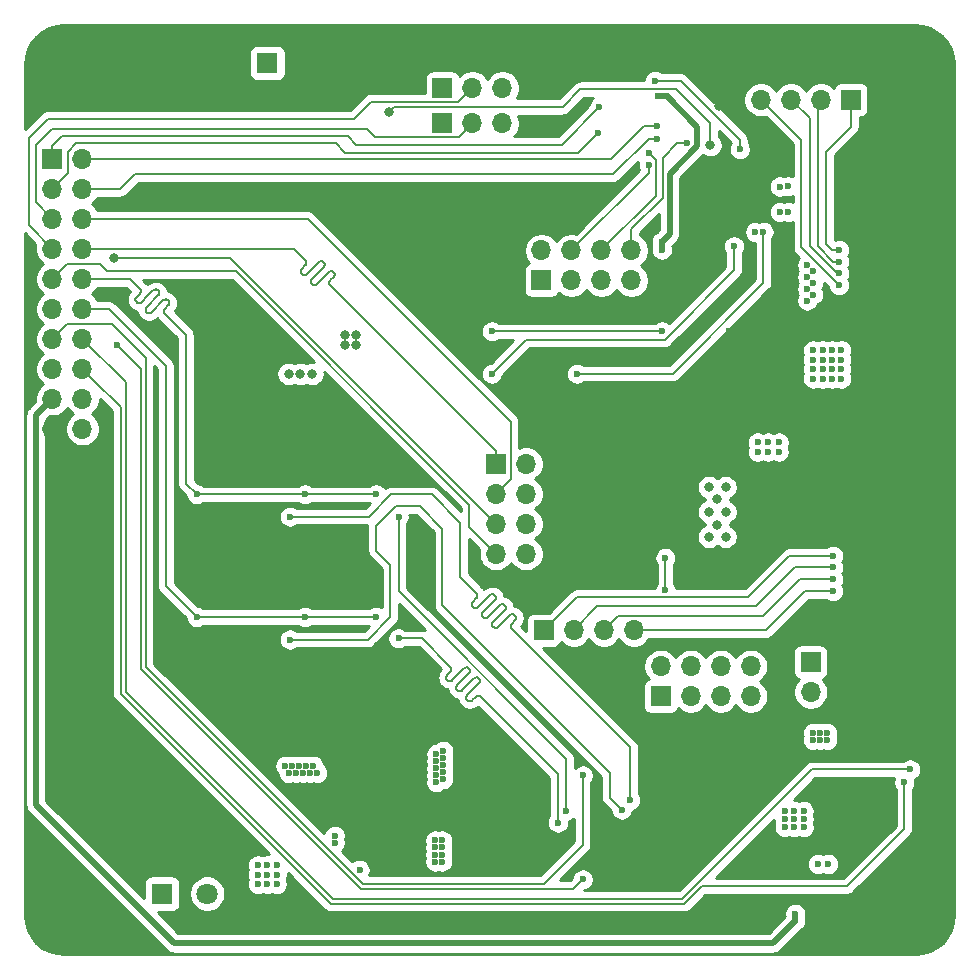
<source format=gbr>
G04 #@! TF.GenerationSoftware,KiCad,Pcbnew,(5.1.12)-1*
G04 #@! TF.CreationDate,2022-01-20T23:42:30+07:00*
G04 #@! TF.ProjectId,Driver_Board,44726976-6572-45f4-926f-6172642e6b69,v.2.0*
G04 #@! TF.SameCoordinates,Original*
G04 #@! TF.FileFunction,Copper,L3,Inr*
G04 #@! TF.FilePolarity,Positive*
%FSLAX46Y46*%
G04 Gerber Fmt 4.6, Leading zero omitted, Abs format (unit mm)*
G04 Created by KiCad (PCBNEW (5.1.12)-1) date 2022-01-20 23:42:30*
%MOMM*%
%LPD*%
G01*
G04 APERTURE LIST*
G04 #@! TA.AperFunction,ComponentPad*
%ADD10O,1.700000X1.700000*%
G04 #@! TD*
G04 #@! TA.AperFunction,ComponentPad*
%ADD11R,1.700000X1.700000*%
G04 #@! TD*
G04 #@! TA.AperFunction,ComponentPad*
%ADD12C,6.400000*%
G04 #@! TD*
G04 #@! TA.AperFunction,ComponentPad*
%ADD13C,0.800000*%
G04 #@! TD*
G04 #@! TA.AperFunction,ComponentPad*
%ADD14C,1.800000*%
G04 #@! TD*
G04 #@! TA.AperFunction,ComponentPad*
%ADD15R,1.800000X1.800000*%
G04 #@! TD*
G04 #@! TA.AperFunction,ViaPad*
%ADD16C,0.800000*%
G04 #@! TD*
G04 #@! TA.AperFunction,ViaPad*
%ADD17C,0.600000*%
G04 #@! TD*
G04 #@! TA.AperFunction,Conductor*
%ADD18C,0.508000*%
G04 #@! TD*
G04 #@! TA.AperFunction,Conductor*
%ADD19C,0.200000*%
G04 #@! TD*
G04 #@! TA.AperFunction,Conductor*
%ADD20C,0.254000*%
G04 #@! TD*
G04 #@! TA.AperFunction,Conductor*
%ADD21C,0.100000*%
G04 #@! TD*
G04 APERTURE END LIST*
D10*
X172220000Y-111900000D03*
X169680000Y-111900000D03*
X167140000Y-111900000D03*
D11*
X164600000Y-111900000D03*
D12*
X124000000Y-64000000D03*
D13*
X126400000Y-64000000D03*
X125697056Y-65697056D03*
X124000000Y-66400000D03*
X122302944Y-65697056D03*
X121600000Y-64000000D03*
X122302944Y-62302944D03*
X124000000Y-61600000D03*
X125697056Y-62302944D03*
X197697056Y-62302944D03*
X196000000Y-61600000D03*
X194302944Y-62302944D03*
X193600000Y-64000000D03*
X194302944Y-65697056D03*
X196000000Y-66400000D03*
X197697056Y-65697056D03*
X198400000Y-64000000D03*
D12*
X196000000Y-64000000D03*
X196000000Y-136000000D03*
D13*
X198400000Y-136000000D03*
X197697056Y-137697056D03*
X196000000Y-138400000D03*
X194302944Y-137697056D03*
X193600000Y-136000000D03*
X194302944Y-134302944D03*
X196000000Y-133600000D03*
X197697056Y-134302944D03*
X125697056Y-134302944D03*
X124000000Y-133600000D03*
X122302944Y-134302944D03*
X121600000Y-136000000D03*
X122302944Y-137697056D03*
X124000000Y-138400000D03*
X125697056Y-137697056D03*
X126400000Y-136000000D03*
D12*
X124000000Y-136000000D03*
D11*
X123000000Y-72000000D03*
D10*
X125540000Y-72000000D03*
X123000000Y-74540000D03*
X125540000Y-74540000D03*
X123000000Y-77080000D03*
X125540000Y-77080000D03*
X123000000Y-79620000D03*
X125540000Y-79620000D03*
X123000000Y-82160000D03*
X125540000Y-82160000D03*
X123000000Y-84700000D03*
X125540000Y-84700000D03*
X123000000Y-87240000D03*
X125540000Y-87240000D03*
X123000000Y-89780000D03*
X125540000Y-89780000D03*
X123000000Y-92320000D03*
X125540000Y-92320000D03*
X123000000Y-94860000D03*
X125540000Y-94860000D03*
D11*
X187200000Y-114600000D03*
D10*
X187200000Y-117140000D03*
D11*
X156010000Y-66000000D03*
D10*
X158550000Y-66000000D03*
X161090000Y-66000000D03*
X161080000Y-69000000D03*
X158540000Y-69000000D03*
D11*
X156000000Y-69000000D03*
X160560000Y-97820000D03*
D10*
X163100000Y-97820000D03*
X160560000Y-100360000D03*
X163100000Y-100360000D03*
X160560000Y-102900000D03*
X163100000Y-102900000D03*
X160560000Y-105440000D03*
X163100000Y-105440000D03*
D11*
X174500000Y-117500000D03*
D10*
X174500000Y-114960000D03*
X177040000Y-117500000D03*
X177040000Y-114960000D03*
X179580000Y-117500000D03*
X179580000Y-114960000D03*
X182120000Y-117500000D03*
X182120000Y-114960000D03*
X172020000Y-79760000D03*
X172020000Y-82300000D03*
X169480000Y-79760000D03*
X169480000Y-82300000D03*
X166940000Y-79760000D03*
X166940000Y-82300000D03*
X164400000Y-79760000D03*
D11*
X164400000Y-82300000D03*
X190600000Y-67000000D03*
D10*
X188060000Y-67000000D03*
X185520000Y-67000000D03*
X182980000Y-67000000D03*
D14*
X136105000Y-134210000D03*
D15*
X132295000Y-134210000D03*
X141205000Y-63890000D03*
D14*
X137395000Y-63890000D03*
D16*
X180200000Y-76300000D03*
X176700000Y-76300000D03*
X176700000Y-74400000D03*
X180200000Y-74400000D03*
X178400000Y-75300000D03*
D17*
X136300000Y-113800000D03*
X139100000Y-117000000D03*
D16*
X179437500Y-67537500D03*
D17*
X174600000Y-82100000D03*
X166300006Y-66000000D03*
X166300000Y-69000000D03*
X164137500Y-75862500D03*
X180300000Y-86600000D03*
X178000000Y-86600000D03*
X179200000Y-88000000D03*
X167400000Y-88500000D03*
X175000000Y-100900000D03*
X175000000Y-102900000D03*
X169800000Y-102100000D03*
X167600000Y-96800000D03*
X167600000Y-99600000D03*
X166500000Y-98200000D03*
X180000003Y-126499997D03*
X179962500Y-135262500D03*
X175400000Y-133500000D03*
X175700016Y-124700010D03*
X169814272Y-103685728D03*
X145175728Y-114024272D03*
X148175728Y-117024272D03*
X145075728Y-103724272D03*
X193600000Y-120700000D03*
X198300000Y-124900000D03*
X197400000Y-124000000D03*
X192750009Y-126650009D03*
X149800000Y-120200000D03*
X149200000Y-120200000D03*
X148600000Y-120200000D03*
X149800000Y-119600000D03*
X149200000Y-119600000D03*
X148600000Y-119600000D03*
X148399950Y-106600000D03*
X189599984Y-78700000D03*
X189100000Y-104600000D03*
X139200000Y-106400000D03*
X125100000Y-105900000D03*
X146700000Y-94700000D03*
X136299982Y-103400000D03*
X174600000Y-79000000D03*
X174600000Y-79700000D03*
X174300000Y-66700000D03*
X174999994Y-66700000D03*
X174600000Y-86600000D03*
X160200012Y-86599988D03*
X140400000Y-131800000D03*
X140400000Y-132600000D03*
X140400000Y-133400000D03*
X141200000Y-131800000D03*
X141200000Y-132600000D03*
X141200000Y-133400000D03*
X142000000Y-131800000D03*
X142000000Y-132600000D03*
X142000000Y-133400000D03*
X146900000Y-129300000D03*
X146900000Y-129900000D03*
X149000000Y-132200000D03*
D16*
X143000000Y-90200000D03*
X144000000Y-90200000D03*
X145000000Y-90200000D03*
X180000000Y-104000000D03*
X178600000Y-104000000D03*
X178600000Y-99800000D03*
X180000000Y-99800000D03*
X179300000Y-103000000D03*
X179300000Y-100800000D03*
X180000000Y-101900000D03*
X178600000Y-101900000D03*
X147800000Y-87800000D03*
X147800000Y-86900000D03*
X148700000Y-86900000D03*
D17*
X142700000Y-123400000D03*
X143300000Y-123400000D03*
X143000000Y-124000000D03*
X144800000Y-124000000D03*
X145400000Y-124000000D03*
X143600000Y-124000000D03*
X144500000Y-123400000D03*
X144200000Y-124000000D03*
X145100000Y-123400000D03*
X143900000Y-123400000D03*
X184600000Y-76499998D03*
X185300000Y-76500000D03*
X167400000Y-90200000D03*
X184569053Y-74344887D03*
X185279464Y-74325391D03*
X182500000Y-78200000D03*
X183200002Y-78200000D03*
X156100000Y-122100000D03*
X156100000Y-122700000D03*
X156100000Y-123300000D03*
X156100000Y-123900000D03*
X155500000Y-123000000D03*
X155500000Y-122400000D03*
X155500000Y-123600000D03*
X155500000Y-124200000D03*
X156100000Y-124500000D03*
X155500000Y-124800000D03*
X189000000Y-89000000D03*
X189000000Y-88200000D03*
X189800000Y-89000000D03*
X189000000Y-89800000D03*
X188200000Y-89000000D03*
X188200000Y-88200000D03*
X189800000Y-88200000D03*
X189800000Y-89800000D03*
X188200000Y-89800000D03*
X188200000Y-90600000D03*
X189000000Y-90600000D03*
X189800000Y-90600000D03*
X187400000Y-90600000D03*
X187400000Y-89800000D03*
X187400000Y-89000000D03*
X187400000Y-88200000D03*
D16*
X148700000Y-87800000D03*
D17*
X187400000Y-120600000D03*
X188000000Y-120600000D03*
X188600000Y-120600000D03*
X188600000Y-121200000D03*
X188000000Y-121200000D03*
X187400000Y-121200000D03*
X155400000Y-129700000D03*
X155400000Y-130300000D03*
X155400000Y-130900000D03*
X155400000Y-131500000D03*
X156000000Y-131500000D03*
X156000000Y-130900000D03*
X156000000Y-130300000D03*
X156000000Y-129700000D03*
X187800000Y-131700000D03*
X188700000Y-131700000D03*
X143100000Y-102300000D03*
X171900000Y-126300000D03*
X135200000Y-100400000D03*
X144400000Y-100400000D03*
X150400000Y-100400000D03*
X135200000Y-110800000D03*
X144400002Y-110800000D03*
X150400000Y-110800000D03*
X143100000Y-112700000D03*
X171200000Y-127100000D03*
X152300000Y-102300000D03*
X166500000Y-127200000D03*
X152300000Y-112600000D03*
X165800000Y-128199998D03*
X167900000Y-133000000D03*
X128500000Y-87800000D03*
X167900000Y-124200000D03*
X195600000Y-123700000D03*
X195114496Y-124791302D03*
X181200000Y-71200000D03*
X174000000Y-65400000D03*
X169300000Y-67600000D03*
X176700000Y-70700000D03*
X174200000Y-69199998D03*
X174200000Y-70300000D03*
X173500000Y-71500000D03*
X173500000Y-72500000D03*
X169200000Y-69800000D03*
D16*
X128200008Y-80400000D03*
D17*
X185900000Y-135900000D03*
X185900000Y-136500000D03*
X174900000Y-105800000D03*
X174900000Y-108500000D03*
X185000000Y-128600000D03*
X185800000Y-128600000D03*
X186600000Y-128600000D03*
X185000000Y-127900000D03*
X185000000Y-127200000D03*
X186600000Y-127200000D03*
X186600000Y-127900000D03*
X185800000Y-127900000D03*
X185800000Y-127200000D03*
X182700000Y-96000000D03*
X183600000Y-96000000D03*
X184500000Y-96000000D03*
X182700000Y-96800000D03*
X183600000Y-96800000D03*
X184500000Y-96800000D03*
X160200000Y-90200000D03*
X180700004Y-79400000D03*
X186900000Y-81000000D03*
X187400000Y-81500000D03*
X186900000Y-82000000D03*
X187400000Y-82500000D03*
X186900000Y-83000000D03*
X187400000Y-83500000D03*
X186900000Y-84000000D03*
D16*
X178700000Y-70850000D03*
X151500000Y-68000000D03*
D17*
X189100000Y-105600000D03*
X189100000Y-106600000D03*
X189100000Y-107600000D03*
X189100000Y-108600000D03*
X189600000Y-82700000D03*
X189600000Y-81700000D03*
X189600000Y-80700000D03*
X189600000Y-79700000D03*
D18*
X174600000Y-79700000D02*
X174600000Y-79000000D01*
X175254010Y-73261912D02*
X177600000Y-70915922D01*
X174300000Y-66700000D02*
X174999994Y-66700000D01*
X174600000Y-79000000D02*
X175254010Y-78345990D01*
X177600000Y-69300006D02*
X174999994Y-66700000D01*
X175254010Y-78345990D02*
X175254010Y-73261912D01*
X177600000Y-70915922D02*
X177600000Y-69300006D01*
D19*
X174600000Y-86600000D02*
X160200012Y-86600000D01*
X160200012Y-86600000D02*
X160200000Y-86599988D01*
X183200002Y-82499998D02*
X183200002Y-78200000D01*
X167400000Y-90200000D02*
X175500000Y-90200000D01*
X175500000Y-90200000D02*
X183200002Y-82499998D01*
X161869842Y-111769842D02*
X171900000Y-121800000D01*
X171900000Y-121800000D02*
X171900000Y-126300000D01*
X143100000Y-102300000D02*
X149800000Y-102300000D01*
X149800000Y-102300000D02*
X151700000Y-100400000D01*
X151700000Y-100400000D02*
X155100000Y-100400000D01*
X155100000Y-100400000D02*
X157500000Y-102800000D01*
X157500000Y-102800000D02*
X157500000Y-107400000D01*
X157500000Y-107400000D02*
X158900000Y-108800000D01*
X160083891Y-108899534D02*
X160144417Y-108870386D01*
X158531175Y-109752828D02*
X158546124Y-109818322D01*
X160541614Y-109119962D02*
X160541613Y-109187140D01*
X160526664Y-109054467D02*
X160541614Y-109119962D01*
X160541613Y-109187140D02*
X160526665Y-109252635D01*
X158985981Y-108978542D02*
X158985981Y-109045721D01*
X159465683Y-110355632D02*
X159423798Y-110408155D01*
X159379701Y-110601354D02*
X159394650Y-110666848D01*
X160277090Y-108855437D02*
X160342585Y-108870387D01*
X158971032Y-108913048D02*
X158985981Y-108978542D01*
X160526665Y-109252635D02*
X160497517Y-109313160D01*
X160209912Y-108855438D02*
X160277090Y-108855437D01*
X159711404Y-110865877D02*
X159776898Y-110850928D01*
X159837424Y-110821781D02*
X159889947Y-110779896D01*
X159578731Y-110850928D02*
X159644225Y-110865877D01*
X160497517Y-109313160D02*
X160455632Y-109365683D01*
X159644225Y-110865877D02*
X159711404Y-110865877D01*
X160455632Y-108941419D02*
X160497518Y-108993942D01*
X160497518Y-108993942D02*
X160526664Y-109054467D01*
X159394650Y-110666848D02*
X159423798Y-110727374D01*
X160625424Y-111699454D02*
X160685950Y-111670307D01*
X161827957Y-111398101D02*
X161798809Y-111458627D01*
X160314209Y-111204158D02*
X160272324Y-111256681D01*
X160272324Y-111256681D02*
X160243176Y-111317207D01*
X160243176Y-111317207D02*
X160228227Y-111382701D01*
X160228227Y-111449880D02*
X160243176Y-111515374D01*
X160228227Y-111382701D02*
X160228227Y-111449880D01*
X160243176Y-111515374D02*
X160272324Y-111575900D01*
X162238665Y-110884192D02*
X162223717Y-110949687D01*
X160559930Y-111714403D02*
X160625424Y-111699454D01*
X160272324Y-111575900D02*
X160314209Y-111628422D01*
X160314209Y-111628422D02*
X160366731Y-111670307D01*
X160427257Y-111699454D02*
X160492751Y-111714403D01*
X161798808Y-111656793D02*
X161827956Y-111717319D01*
X160492751Y-111714403D02*
X160559930Y-111714403D01*
X162152684Y-110638471D02*
X162194570Y-110690994D01*
X161780943Y-110596586D02*
X161841469Y-110567438D01*
X161798809Y-111458627D02*
X161783859Y-111524120D01*
X161827956Y-111717319D02*
X161869842Y-111769842D01*
X161728422Y-110638473D02*
X161780943Y-110596586D01*
X161869842Y-111345578D02*
X161827957Y-111398101D01*
X160366731Y-111670307D02*
X160427257Y-111699454D01*
X160685950Y-111670307D02*
X160738473Y-111628422D01*
X160738473Y-111628422D02*
X161728422Y-110638473D01*
X162039637Y-110567439D02*
X162100163Y-110596587D01*
X162100163Y-110596587D02*
X162152684Y-110638471D01*
X161841469Y-110567438D02*
X161906964Y-110552490D01*
X162223716Y-110751519D02*
X162238666Y-110817014D01*
X159889947Y-110779896D02*
X160879896Y-109789947D01*
X160031370Y-108941421D02*
X160083891Y-108899534D01*
X159423798Y-110727374D02*
X159465683Y-110779896D01*
X160403111Y-108899535D02*
X160455632Y-108941419D01*
X158575272Y-109878848D02*
X158617157Y-109931370D01*
X162194569Y-111010212D02*
X162152684Y-111062735D01*
X161251637Y-109748061D02*
X161304158Y-109789945D01*
X162223717Y-110949687D02*
X162194569Y-111010212D01*
X158730205Y-110002402D02*
X158795699Y-110017351D01*
X161390139Y-110035666D02*
X161375191Y-110101161D01*
X159536395Y-109436395D02*
X160031370Y-108941421D01*
X161058438Y-109703964D02*
X161125616Y-109703963D01*
X159379701Y-110534175D02*
X159379701Y-110601354D01*
X161191111Y-109718913D02*
X161251637Y-109748061D01*
X161304158Y-110214209D02*
X160314209Y-111204158D01*
X158575272Y-109559629D02*
X158546124Y-109620155D01*
X158941885Y-109171741D02*
X158900000Y-109224264D01*
X161125616Y-109703963D02*
X161191111Y-109718913D01*
X158669679Y-109973255D02*
X158730205Y-110002402D01*
X161346044Y-109842468D02*
X161375190Y-109902993D01*
X158531175Y-109685649D02*
X158531175Y-109752828D01*
X161346043Y-110161686D02*
X161304158Y-110214209D01*
X158546124Y-109818322D02*
X158575272Y-109878848D01*
X161304158Y-109789945D02*
X161346044Y-109842468D01*
X158900000Y-108800000D02*
X158941885Y-108852522D01*
X158985981Y-109045721D02*
X158971032Y-109111215D01*
X158900000Y-109224264D02*
X158617157Y-109507106D01*
X159423798Y-110408155D02*
X159394650Y-110468681D01*
X158617157Y-109931370D02*
X158669679Y-109973255D01*
X159776898Y-110850928D02*
X159837424Y-110821781D01*
X158928372Y-110002402D02*
X158988898Y-109973255D01*
X159465683Y-110779896D02*
X159518205Y-110821781D01*
X158971032Y-109111215D02*
X158941885Y-109171741D01*
X162194570Y-110690994D02*
X162223716Y-110751519D01*
X159041421Y-109931370D02*
X159536395Y-109436395D01*
X159518205Y-110821781D02*
X159578731Y-110850928D01*
X161375190Y-109902993D02*
X161390140Y-109968488D01*
X161390140Y-109968488D02*
X161390139Y-110035666D01*
X161375191Y-110101161D02*
X161346043Y-110161686D01*
X158862878Y-110017351D02*
X158928372Y-110002402D01*
X161974142Y-110552489D02*
X162039637Y-110567439D01*
X162152684Y-111062735D02*
X161869842Y-111345578D01*
X160992943Y-109718912D02*
X161058438Y-109703964D01*
X158546124Y-109620155D02*
X158531175Y-109685649D01*
X158617157Y-109507106D02*
X158575272Y-109559629D01*
X161783860Y-111591300D02*
X161798808Y-111656793D01*
X160342585Y-108870387D02*
X160403111Y-108899535D01*
X158941885Y-108852522D02*
X158971032Y-108913048D01*
X161783859Y-111524120D02*
X161783860Y-111591300D01*
X160455632Y-109365683D02*
X159465683Y-110355632D01*
X162238666Y-110817014D02*
X162238665Y-110884192D01*
X158988898Y-109973255D02*
X159041421Y-109931370D01*
X160879896Y-109789947D02*
X160932417Y-109748060D01*
X160932417Y-109748060D02*
X160992943Y-109718912D01*
X160144417Y-108870386D02*
X160209912Y-108855438D01*
X159394650Y-110468681D02*
X159379701Y-110534175D01*
X161906964Y-110552490D02*
X161974142Y-110552489D01*
X158795699Y-110017351D02*
X158862878Y-110017351D01*
X135200000Y-100400000D02*
X144400000Y-100400000D01*
X144400000Y-100400000D02*
X150400000Y-100400000D01*
X134300000Y-99500000D02*
X135200000Y-100400000D01*
X134300000Y-86900000D02*
X134300000Y-99500000D01*
X132521316Y-85121316D02*
X134300000Y-86900000D01*
X132479430Y-85068793D02*
X132521316Y-85121316D01*
X132450282Y-85008267D02*
X132479430Y-85068793D01*
X132435334Y-84942774D02*
X132450282Y-85008267D01*
X132435333Y-84875594D02*
X132435334Y-84942774D01*
X132450283Y-84810101D02*
X132435333Y-84875594D01*
X132479431Y-84749575D02*
X132450283Y-84810101D01*
X132521316Y-84697052D02*
X132479431Y-84749575D01*
X132804158Y-84414209D02*
X132521316Y-84697052D01*
X132846043Y-84361686D02*
X132804158Y-84414209D01*
X132875191Y-84301161D02*
X132846043Y-84361686D01*
X132890139Y-84235666D02*
X132875191Y-84301161D01*
X132890140Y-84168488D02*
X132890139Y-84235666D01*
X132875190Y-84102993D02*
X132890140Y-84168488D01*
X132846044Y-84042468D02*
X132875190Y-84102993D01*
X132804158Y-83989945D02*
X132846044Y-84042468D01*
X132751637Y-83948061D02*
X132804158Y-83989945D01*
X132691111Y-83918913D02*
X132751637Y-83948061D01*
X132625616Y-83903963D02*
X132691111Y-83918913D01*
X131531370Y-83141421D02*
X131583891Y-83099534D01*
X130923798Y-84608155D02*
X130894650Y-84668681D01*
X131036395Y-83636395D02*
X131531370Y-83141421D01*
X131777090Y-83055437D02*
X131842585Y-83070387D01*
X130541421Y-84131370D02*
X131036395Y-83636395D01*
X130488898Y-84173255D02*
X130541421Y-84131370D01*
X130428372Y-84202402D02*
X130488898Y-84173255D01*
X130362878Y-84217351D02*
X130428372Y-84202402D01*
X130230205Y-84202402D02*
X130295699Y-84217351D01*
X130894650Y-84668681D02*
X130879701Y-84734175D01*
X130169679Y-84173255D02*
X130230205Y-84202402D01*
X132041614Y-83319962D02*
X132041613Y-83387140D01*
X130117157Y-84131370D02*
X130169679Y-84173255D01*
X131583891Y-83099534D02*
X131644417Y-83070386D01*
X130879701Y-84801354D02*
X130894650Y-84866848D01*
X132558438Y-83903964D02*
X132625616Y-83903963D01*
X130046124Y-84018322D02*
X130075272Y-84078848D01*
X132432417Y-83948060D02*
X132492943Y-83918912D01*
X130031175Y-83952828D02*
X130046124Y-84018322D01*
X130031175Y-83885649D02*
X130031175Y-83952828D01*
X130075272Y-84078848D02*
X130117157Y-84131370D01*
X130965683Y-84555632D02*
X130923798Y-84608155D01*
X130075272Y-83759629D02*
X130046124Y-83820155D01*
X125540000Y-82160000D02*
X129560000Y-82160000D01*
X129560000Y-82160000D02*
X130400000Y-83000000D01*
X130046124Y-83820155D02*
X130031175Y-83885649D01*
X130400000Y-83424264D02*
X130117157Y-83707106D01*
X131903111Y-83099535D02*
X131955632Y-83141419D01*
X130400000Y-83000000D02*
X130441885Y-83052522D01*
X130441885Y-83371741D02*
X130400000Y-83424264D01*
X130923798Y-84927374D02*
X130965683Y-84979896D01*
X130295699Y-84217351D02*
X130362878Y-84217351D01*
X131144225Y-85065877D02*
X131211404Y-85065877D01*
X130441885Y-83052522D02*
X130471032Y-83113048D01*
X130471032Y-83113048D02*
X130485981Y-83178542D01*
X131955632Y-83141419D02*
X131997518Y-83193942D01*
X130485981Y-83245721D02*
X130471032Y-83311215D01*
X131709912Y-83055438D02*
X131777090Y-83055437D01*
X131644417Y-83070386D02*
X131709912Y-83055438D01*
X130485981Y-83178542D02*
X130485981Y-83245721D01*
X130117157Y-83707106D02*
X130075272Y-83759629D01*
X131018205Y-85021781D02*
X131078731Y-85050928D01*
X130471032Y-83311215D02*
X130441885Y-83371741D01*
X131842585Y-83070387D02*
X131903111Y-83099535D01*
X131997518Y-83193942D02*
X132026664Y-83254467D01*
X132026664Y-83254467D02*
X132041614Y-83319962D01*
X132041613Y-83387140D02*
X132026665Y-83452635D01*
X132026665Y-83452635D02*
X131997517Y-83513160D01*
X131997517Y-83513160D02*
X131955632Y-83565683D01*
X131955632Y-83565683D02*
X130965683Y-84555632D01*
X130879701Y-84734175D02*
X130879701Y-84801354D01*
X130894650Y-84866848D02*
X130923798Y-84927374D01*
X130965683Y-84979896D02*
X131018205Y-85021781D01*
X131078731Y-85050928D02*
X131144225Y-85065877D01*
X131211404Y-85065877D02*
X131276898Y-85050928D01*
X131276898Y-85050928D02*
X131337424Y-85021781D01*
X131337424Y-85021781D02*
X131389947Y-84979896D01*
X131389947Y-84979896D02*
X132379896Y-83989947D01*
X132379896Y-83989947D02*
X132432417Y-83948060D01*
X132492943Y-83918912D02*
X132558438Y-83903964D01*
X135200000Y-110800000D02*
X144400002Y-110800000D01*
X132600000Y-108200000D02*
X135200000Y-110800000D01*
X144400002Y-110800000D02*
X150400000Y-110800000D01*
X132600000Y-89500000D02*
X132600000Y-108200000D01*
X127800000Y-84700000D02*
X132600000Y-89500000D01*
X125540000Y-84700000D02*
X127800000Y-84700000D01*
X171200000Y-127100000D02*
X170200000Y-126100000D01*
X156000000Y-109800000D02*
X156000000Y-103300000D01*
X170200000Y-126100000D02*
X170200000Y-124000000D01*
X170200000Y-124000000D02*
X156000000Y-109800000D01*
X149700000Y-112700000D02*
X143100000Y-112700000D01*
X156000000Y-103300000D02*
X154100000Y-101400000D01*
X154100000Y-101400000D02*
X152100000Y-101400000D01*
X152100000Y-101400000D02*
X150400000Y-103100000D01*
X150400000Y-103100000D02*
X150400000Y-105188002D01*
X150400000Y-105188002D02*
X151600000Y-106388002D01*
X151600000Y-106388002D02*
X151600000Y-110800000D01*
X151600000Y-110800000D02*
X149700000Y-112700000D01*
X152300000Y-108600000D02*
X166500000Y-122800000D01*
X152300000Y-102300000D02*
X152300000Y-108600000D01*
X166500000Y-122800000D02*
X166500000Y-127200000D01*
X165800000Y-124100000D02*
X165800000Y-128199998D01*
X159245579Y-117545579D02*
X165800000Y-124100000D01*
X159193057Y-117503694D02*
X159245579Y-117545579D01*
X159132531Y-117474546D02*
X159193057Y-117503694D01*
X159067037Y-117459597D02*
X159132531Y-117474546D01*
X158999858Y-117459597D02*
X159067037Y-117459597D01*
X158934364Y-117474546D02*
X158999858Y-117459597D01*
X158873838Y-117503694D02*
X158934364Y-117474546D01*
X158821315Y-117545579D02*
X158873838Y-117503694D01*
X158538473Y-117828422D02*
X158821315Y-117545579D01*
X158485950Y-117870307D02*
X158538473Y-117828422D01*
X158425424Y-117899454D02*
X158485950Y-117870307D01*
X158359930Y-117914403D02*
X158425424Y-117899454D01*
X158292751Y-117914403D02*
X158359930Y-117914403D01*
X158227257Y-117899454D02*
X158292751Y-117914403D01*
X158166731Y-117870307D02*
X158227257Y-117899454D01*
X158114209Y-117828422D02*
X158166731Y-117870307D01*
X158072324Y-117775900D02*
X158114209Y-117828422D01*
X158043176Y-117715374D02*
X158072324Y-117775900D01*
X158028227Y-117649880D02*
X158043176Y-117715374D01*
X158028227Y-117582701D02*
X158028227Y-117649880D01*
X158043176Y-117517207D02*
X158028227Y-117582701D01*
X158072324Y-117456681D02*
X158043176Y-117517207D01*
X158114209Y-117404158D02*
X158072324Y-117456681D01*
X159104158Y-116414209D02*
X158114209Y-117404158D01*
X159146043Y-116361686D02*
X159104158Y-116414209D01*
X159175191Y-116301161D02*
X159146043Y-116361686D01*
X159190139Y-116235666D02*
X159175191Y-116301161D01*
X159190140Y-116168488D02*
X159190139Y-116235666D01*
X159175190Y-116102993D02*
X159190140Y-116168488D01*
X159146044Y-116042468D02*
X159175190Y-116102993D01*
X159104158Y-115989945D02*
X159146044Y-116042468D01*
X159051637Y-115948061D02*
X159104158Y-115989945D01*
X158991111Y-115918913D02*
X159051637Y-115948061D01*
X158925616Y-115903963D02*
X158991111Y-115918913D01*
X158858438Y-115903964D02*
X158925616Y-115903963D01*
X157944417Y-115070386D02*
X158009912Y-115055438D01*
X157223798Y-116927374D02*
X157265683Y-116979896D01*
X157883891Y-115099534D02*
X157944417Y-115070386D01*
X157689947Y-116979896D02*
X158679896Y-115989947D01*
X157831370Y-115141421D02*
X157883891Y-115099534D01*
X158732417Y-115948060D02*
X158792943Y-115918912D01*
X156841421Y-116131370D02*
X157336395Y-115636395D01*
X156728372Y-116202402D02*
X156788898Y-116173255D01*
X157444225Y-117065877D02*
X157511404Y-117065877D01*
X156662878Y-116217351D02*
X156728372Y-116202402D01*
X156595699Y-116217351D02*
X156662878Y-116217351D01*
X158341613Y-115387140D02*
X158326665Y-115452635D01*
X156530205Y-116202402D02*
X156595699Y-116217351D01*
X156417157Y-116131370D02*
X156469679Y-116173255D01*
X158297517Y-115513160D02*
X158255632Y-115565683D01*
X156375272Y-116078848D02*
X156417157Y-116131370D01*
X156331175Y-115952828D02*
X156346124Y-116018322D01*
X157336395Y-115636395D02*
X157831370Y-115141421D01*
X156331175Y-115885649D02*
X156331175Y-115952828D01*
X158255632Y-115565683D02*
X157265683Y-116555632D01*
X152300000Y-112600000D02*
X154300000Y-112600000D01*
X157378731Y-117050928D02*
X157444225Y-117065877D01*
X156346124Y-116018322D02*
X156375272Y-116078848D01*
X157637424Y-117021781D02*
X157689947Y-116979896D01*
X156741885Y-115371741D02*
X156700000Y-115424264D01*
X154300000Y-112600000D02*
X156700000Y-115000000D01*
X156700000Y-115000000D02*
X156741885Y-115052522D01*
X156469679Y-116173255D02*
X156530205Y-116202402D01*
X157511404Y-117065877D02*
X157576898Y-117050928D01*
X156346124Y-115820155D02*
X156331175Y-115885649D01*
X156741885Y-115052522D02*
X156771032Y-115113048D01*
X158326665Y-115452635D02*
X158297517Y-115513160D01*
X156788898Y-116173255D02*
X156841421Y-116131370D01*
X157265683Y-116979896D02*
X157318205Y-117021781D01*
X156785981Y-115245721D02*
X156771032Y-115311215D01*
X156771032Y-115113048D02*
X156785981Y-115178542D01*
X156785981Y-115178542D02*
X156785981Y-115245721D01*
X156417157Y-115707106D02*
X156375272Y-115759629D01*
X156771032Y-115311215D02*
X156741885Y-115371741D01*
X157576898Y-117050928D02*
X157637424Y-117021781D01*
X156700000Y-115424264D02*
X156417157Y-115707106D01*
X157194650Y-116866848D02*
X157223798Y-116927374D01*
X156375272Y-115759629D02*
X156346124Y-115820155D01*
X158009912Y-115055438D02*
X158077090Y-115055437D01*
X158679896Y-115989947D02*
X158732417Y-115948060D01*
X158077090Y-115055437D02*
X158142585Y-115070387D01*
X158142585Y-115070387D02*
X158203111Y-115099535D01*
X157179701Y-116801354D02*
X157194650Y-116866848D01*
X158203111Y-115099535D02*
X158255632Y-115141419D01*
X158255632Y-115141419D02*
X158297518Y-115193942D01*
X158297518Y-115193942D02*
X158326664Y-115254467D01*
X158326664Y-115254467D02*
X158341614Y-115319962D01*
X158341614Y-115319962D02*
X158341613Y-115387140D01*
X157265683Y-116555632D02*
X157223798Y-116608155D01*
X157223798Y-116608155D02*
X157194650Y-116668681D01*
X157194650Y-116668681D02*
X157179701Y-116734175D01*
X157179701Y-116734175D02*
X157179701Y-116801354D01*
X157318205Y-117021781D02*
X157378731Y-117050928D01*
X158792943Y-115918912D02*
X158858438Y-115903964D01*
X130499989Y-89799989D02*
X130499989Y-115199989D01*
X128500000Y-87800000D02*
X130499989Y-89799989D01*
X149100011Y-133800011D02*
X167099989Y-133800011D01*
X130499989Y-115199989D02*
X149100011Y-133800011D01*
X167600001Y-133299999D02*
X167900000Y-133000000D01*
X167099989Y-133800011D02*
X167600001Y-133299999D01*
X128000000Y-86000000D02*
X124240000Y-86000000D01*
X130900000Y-88900000D02*
X128000000Y-86000000D01*
X130900000Y-115034300D02*
X130900000Y-88900000D01*
X124240000Y-86000000D02*
X123000000Y-87240000D01*
X149265700Y-133400000D02*
X130900000Y-115034300D01*
X167900000Y-130100000D02*
X164600000Y-133400000D01*
X164600000Y-133400000D02*
X149265700Y-133400000D01*
X167900000Y-124200000D02*
X167900000Y-130100000D01*
X176337501Y-134662499D02*
X187300000Y-123700000D01*
X146728199Y-134662499D02*
X176337501Y-134662499D01*
X129200000Y-117134300D02*
X146728199Y-134662499D01*
X187300000Y-123700000D02*
X195600000Y-123700000D01*
X125540000Y-87240000D02*
X129200000Y-90900000D01*
X129200000Y-90900000D02*
X129200000Y-117134300D01*
X126389999Y-90629999D02*
X125540000Y-89780000D01*
X128799989Y-93039989D02*
X126389999Y-90629999D01*
X195114496Y-124791302D02*
X195114496Y-128751202D01*
X195114496Y-128751202D02*
X190265689Y-133600011D01*
X190265689Y-133600011D02*
X177965689Y-133600011D01*
X177965689Y-133600011D02*
X176503190Y-135062510D01*
X128799989Y-117299989D02*
X128799989Y-93039989D01*
X146562510Y-135062510D02*
X128799989Y-117299989D01*
X176503190Y-135062510D02*
X146562510Y-135062510D01*
X176200000Y-65400000D02*
X174000000Y-65400000D01*
X181200000Y-70400000D02*
X176200000Y-65400000D01*
X181200000Y-71200000D02*
X181200000Y-70400000D01*
X149949999Y-67150001D02*
X157300001Y-67150001D01*
X157300001Y-67150001D02*
X157350000Y-67200000D01*
X148500000Y-68600000D02*
X149949999Y-67150001D01*
X122600000Y-68600000D02*
X148500000Y-68600000D01*
X121000000Y-70200000D02*
X122600000Y-68600000D01*
X121000000Y-77620000D02*
X121000000Y-70200000D01*
X157350000Y-67200000D02*
X158550000Y-66000000D01*
X123000000Y-79620000D02*
X121000000Y-77620000D01*
X123000000Y-70950000D02*
X123000000Y-72000000D01*
X123850000Y-70100000D02*
X123000000Y-70950000D01*
X148000000Y-70100000D02*
X123850000Y-70100000D01*
X148700000Y-70800000D02*
X148000000Y-70100000D01*
X166100000Y-70800000D02*
X148700000Y-70800000D01*
X169300000Y-67600000D02*
X166100000Y-70800000D01*
X175900000Y-70700000D02*
X176700000Y-70700000D01*
X174700000Y-71900000D02*
X175900000Y-70700000D01*
X174700000Y-75300000D02*
X174700000Y-71900000D01*
X172020000Y-77980000D02*
X174700000Y-75300000D01*
X172020000Y-79760000D02*
X172020000Y-77980000D01*
X125540000Y-72000000D02*
X125840000Y-71700000D01*
X170300000Y-72000000D02*
X125540000Y-72000000D01*
X173100002Y-69199998D02*
X170300000Y-72000000D01*
X174200000Y-69199998D02*
X173100002Y-69199998D01*
X173500000Y-70300000D02*
X174200000Y-70300000D01*
X130000000Y-73300000D02*
X170500000Y-73300000D01*
X128760000Y-74540000D02*
X130000000Y-73300000D01*
X170500000Y-73300000D02*
X173500000Y-70300000D01*
X125540000Y-74540000D02*
X128760000Y-74540000D01*
X174100000Y-72100000D02*
X173500000Y-71500000D01*
X174100000Y-75140000D02*
X174100000Y-72100000D01*
X169480000Y-79760000D02*
X174100000Y-75140000D01*
X173500000Y-73200000D02*
X173500000Y-72500000D01*
X166940000Y-79760000D02*
X173500000Y-73200000D01*
X167500000Y-71500000D02*
X167650000Y-71350000D01*
X147000000Y-70700000D02*
X147800000Y-71500000D01*
X147800000Y-71500000D02*
X167500000Y-71500000D01*
X125000000Y-70700000D02*
X147000000Y-70700000D01*
X124300000Y-71400000D02*
X125000000Y-70700000D01*
X124300000Y-73240000D02*
X124300000Y-71400000D01*
X167650000Y-71350000D02*
X169200000Y-69800000D01*
X123000000Y-74540000D02*
X124300000Y-73240000D01*
X121600000Y-75680000D02*
X123000000Y-77080000D01*
X121600000Y-70800000D02*
X121600000Y-75680000D01*
X122949999Y-69450001D02*
X121600000Y-70800000D01*
X122949999Y-69450001D02*
X149650001Y-69450001D01*
X157389999Y-70150001D02*
X157470000Y-70070000D01*
X150350001Y-70150001D02*
X157389999Y-70150001D01*
X149650001Y-69450001D02*
X150350001Y-70150001D01*
X158540000Y-69000000D02*
X157470000Y-70070000D01*
X124260000Y-80900000D02*
X127000000Y-80900000D01*
X158300000Y-103180000D02*
X160560000Y-105440000D01*
X127000000Y-80900000D02*
X127600000Y-81500000D01*
X127600000Y-81500000D02*
X138500000Y-81500000D01*
X138500000Y-81500000D02*
X158300000Y-101300000D01*
X158300000Y-101300000D02*
X158300000Y-103180000D01*
X123000000Y-82160000D02*
X124260000Y-80900000D01*
X160560000Y-102900000D02*
X138060000Y-80400000D01*
X138060000Y-80400000D02*
X128200008Y-80400000D01*
D18*
X185900000Y-135900000D02*
X185900000Y-136500000D01*
X121600000Y-93720000D02*
X123000000Y-92320000D01*
X121600000Y-126700000D02*
X121600000Y-93720000D01*
X133300000Y-138400000D02*
X121600000Y-126700000D01*
X184000000Y-138400000D02*
X133300000Y-138400000D01*
X185900000Y-136500000D02*
X184000000Y-138400000D01*
D19*
X161800000Y-99120000D02*
X160560000Y-100360000D01*
X161800000Y-94250000D02*
X161800000Y-99120000D01*
X144630000Y-77080000D02*
X161800000Y-94250000D01*
X125540000Y-77080000D02*
X144630000Y-77080000D01*
X160560000Y-96770000D02*
X160560000Y-97820000D01*
X160560000Y-96749363D02*
X160560000Y-96770000D01*
X146479430Y-82668793D02*
X160560000Y-96749363D01*
X146450282Y-82608267D02*
X146479430Y-82668793D01*
X146435334Y-82542774D02*
X146450282Y-82608267D01*
X146435333Y-82475594D02*
X146435334Y-82542774D01*
X146450283Y-82410101D02*
X146435333Y-82475594D01*
X146479431Y-82349575D02*
X146450283Y-82410101D01*
X146521316Y-82297052D02*
X146479431Y-82349575D01*
X146804158Y-82014209D02*
X146521316Y-82297052D01*
X146846043Y-81961686D02*
X146804158Y-82014209D01*
X146875191Y-81901161D02*
X146846043Y-81961686D01*
X146890139Y-81835666D02*
X146875191Y-81901161D01*
X146890140Y-81768488D02*
X146890139Y-81835666D01*
X146875190Y-81702993D02*
X146890140Y-81768488D01*
X146804158Y-81589945D02*
X146846044Y-81642468D01*
X146751637Y-81548061D02*
X146804158Y-81589945D01*
X146691111Y-81518913D02*
X146751637Y-81548061D01*
X146625616Y-81503963D02*
X146691111Y-81518913D01*
X145583891Y-80699534D02*
X145644417Y-80670386D01*
X144488898Y-81773255D02*
X144541421Y-81731370D01*
X144362878Y-81817351D02*
X144428372Y-81802402D01*
X144295699Y-81817351D02*
X144362878Y-81817351D01*
X144169679Y-81773255D02*
X144230205Y-81802402D01*
X144541421Y-81731370D02*
X145531370Y-80741421D01*
X144117157Y-81731370D02*
X144169679Y-81773255D01*
X144075272Y-81678848D02*
X144117157Y-81731370D01*
X144046124Y-81618322D02*
X144075272Y-81678848D01*
X144031175Y-81552828D02*
X144046124Y-81618322D01*
X145644417Y-80670386D02*
X145709912Y-80655438D01*
X144031175Y-81485649D02*
X144031175Y-81552828D01*
X143420000Y-79620000D02*
X144400000Y-80600000D01*
X125540000Y-79620000D02*
X143420000Y-79620000D01*
X145903111Y-80699535D02*
X145955632Y-80741419D01*
X145389947Y-82579896D02*
X146379896Y-81589947D01*
X144400000Y-80600000D02*
X144441885Y-80652522D01*
X146846044Y-81642468D02*
X146875190Y-81702993D01*
X145709912Y-80655438D02*
X145777090Y-80655437D01*
X145211404Y-82665877D02*
X145276898Y-82650928D01*
X144441885Y-80652522D02*
X144471032Y-80713048D01*
X144428372Y-81802402D02*
X144488898Y-81773255D01*
X144485981Y-80778542D02*
X144485981Y-80845721D01*
X144471032Y-80713048D02*
X144485981Y-80778542D01*
X145144225Y-82665877D02*
X145211404Y-82665877D01*
X144046124Y-81420155D02*
X144031175Y-81485649D01*
X146379896Y-81589947D02*
X146432417Y-81548060D01*
X144485981Y-80845721D02*
X144471032Y-80911215D01*
X144471032Y-80911215D02*
X144441885Y-80971741D01*
X144441885Y-80971741D02*
X144400000Y-81024264D01*
X145337424Y-82621781D02*
X145389947Y-82579896D01*
X145531370Y-80741421D02*
X145583891Y-80699534D01*
X144117157Y-81307106D02*
X144075272Y-81359629D01*
X144230205Y-81802402D02*
X144295699Y-81817351D01*
X145997518Y-80793942D02*
X146026664Y-80854467D01*
X144400000Y-81024264D02*
X144117157Y-81307106D01*
X146432417Y-81548060D02*
X146492943Y-81518912D01*
X144075272Y-81359629D02*
X144046124Y-81420155D01*
X145777090Y-80655437D02*
X145842585Y-80670387D01*
X145842585Y-80670387D02*
X145903111Y-80699535D01*
X145078731Y-82650928D02*
X145144225Y-82665877D01*
X145955632Y-80741419D02*
X145997518Y-80793942D01*
X146026664Y-80854467D02*
X146041614Y-80919962D01*
X146041614Y-80919962D02*
X146041613Y-80987140D01*
X146041613Y-80987140D02*
X146026665Y-81052635D01*
X146026665Y-81052635D02*
X145997517Y-81113160D01*
X145997517Y-81113160D02*
X145955632Y-81165683D01*
X145955632Y-81165683D02*
X144965683Y-82155632D01*
X144965683Y-82155632D02*
X144923798Y-82208155D01*
X144923798Y-82208155D02*
X144894650Y-82268681D01*
X144894650Y-82268681D02*
X144879701Y-82334175D01*
X144879701Y-82334175D02*
X144879701Y-82401354D01*
X144879701Y-82401354D02*
X144894650Y-82466848D01*
X144894650Y-82466848D02*
X144923798Y-82527374D01*
X144923798Y-82527374D02*
X144965683Y-82579896D01*
X144965683Y-82579896D02*
X145018205Y-82621781D01*
X145018205Y-82621781D02*
X145078731Y-82650928D01*
X145276898Y-82650928D02*
X145337424Y-82621781D01*
X146492943Y-81518912D02*
X146558438Y-81503964D01*
X146558438Y-81503964D02*
X146625616Y-81503963D01*
X174900000Y-105800000D02*
X174900000Y-107000000D01*
X174900000Y-107000000D02*
X174900000Y-108500000D01*
X160200000Y-90200000D02*
X163100000Y-87300000D01*
X163100000Y-87300000D02*
X174824264Y-87300000D01*
X174824264Y-87300000D02*
X180700004Y-81424260D01*
X180700004Y-81424260D02*
X180700004Y-79400000D01*
X167700000Y-66100000D02*
X166200000Y-67600000D01*
X175800000Y-66100000D02*
X167700000Y-66100000D01*
X178700000Y-69000000D02*
X175800000Y-66100000D01*
X178700000Y-70850000D02*
X178700000Y-69000000D01*
X166200000Y-67600000D02*
X151900000Y-67600000D01*
X151900000Y-67600000D02*
X151500000Y-68000000D01*
X167400000Y-109100000D02*
X164600000Y-111900000D01*
X181900000Y-109100000D02*
X167400000Y-109100000D01*
X185400000Y-105600000D02*
X181900000Y-109100000D01*
X189100000Y-105600000D02*
X185400000Y-105600000D01*
X185850000Y-106600000D02*
X189100000Y-106600000D01*
X182550000Y-109900000D02*
X185850000Y-106600000D01*
X169140000Y-109900000D02*
X182550000Y-109900000D01*
X167140000Y-111900000D02*
X169140000Y-109900000D01*
X170880000Y-110700000D02*
X169680000Y-111900000D01*
X183200000Y-110700000D02*
X170880000Y-110700000D01*
X186300000Y-107600000D02*
X183200000Y-110700000D01*
X189100000Y-107600000D02*
X186300000Y-107600000D01*
X186750000Y-108600000D02*
X189100000Y-108600000D01*
X183450000Y-111900000D02*
X186750000Y-108600000D01*
X172220000Y-111900000D02*
X183450000Y-111900000D01*
X186400000Y-70420000D02*
X186400000Y-79500000D01*
X182980000Y-67000000D02*
X186400000Y-70420000D01*
X186400000Y-79500000D02*
X189600000Y-82700000D01*
X189400000Y-81700000D02*
X189600000Y-81700000D01*
X187100000Y-79400000D02*
X189400000Y-81700000D01*
X187100000Y-68580000D02*
X187100000Y-79400000D01*
X185520000Y-67000000D02*
X187100000Y-68580000D01*
X189100000Y-80700000D02*
X189600000Y-80700000D01*
X187800000Y-79400000D02*
X189100000Y-80700000D01*
X187800000Y-67260000D02*
X187800000Y-79400000D01*
X188060000Y-67000000D02*
X187800000Y-67260000D01*
X190600000Y-69300000D02*
X190600000Y-67000000D01*
X188500000Y-79200000D02*
X188500000Y-71400000D01*
X189000000Y-79700000D02*
X188500000Y-79200000D01*
X188500000Y-71400000D02*
X190600000Y-69300000D01*
X189600000Y-79700000D02*
X189000000Y-79700000D01*
D20*
X196648126Y-60726714D02*
X197271572Y-60914943D01*
X197846579Y-61220681D01*
X198351247Y-61632279D01*
X198766362Y-62134067D01*
X199076105Y-62706924D01*
X199268682Y-63329039D01*
X199340000Y-64007584D01*
X199340001Y-135967711D01*
X199273286Y-136648126D01*
X199085057Y-137271570D01*
X198779323Y-137846573D01*
X198367721Y-138351248D01*
X197865933Y-138766362D01*
X197293077Y-139076104D01*
X196670961Y-139268682D01*
X195992417Y-139340000D01*
X124032279Y-139340000D01*
X123351874Y-139273286D01*
X122728430Y-139085057D01*
X122153427Y-138779323D01*
X121648752Y-138367721D01*
X121233638Y-137865933D01*
X120923896Y-137293077D01*
X120731318Y-136670961D01*
X120660000Y-135992417D01*
X120660000Y-78319446D01*
X121564656Y-79224103D01*
X121515000Y-79473740D01*
X121515000Y-79766260D01*
X121572068Y-80053158D01*
X121684010Y-80323411D01*
X121846525Y-80566632D01*
X122053368Y-80773475D01*
X122227760Y-80890000D01*
X122053368Y-81006525D01*
X121846525Y-81213368D01*
X121684010Y-81456589D01*
X121572068Y-81726842D01*
X121515000Y-82013740D01*
X121515000Y-82306260D01*
X121572068Y-82593158D01*
X121684010Y-82863411D01*
X121846525Y-83106632D01*
X122053368Y-83313475D01*
X122227760Y-83430000D01*
X122053368Y-83546525D01*
X121846525Y-83753368D01*
X121684010Y-83996589D01*
X121572068Y-84266842D01*
X121515000Y-84553740D01*
X121515000Y-84846260D01*
X121572068Y-85133158D01*
X121684010Y-85403411D01*
X121846525Y-85646632D01*
X122053368Y-85853475D01*
X122227760Y-85970000D01*
X122053368Y-86086525D01*
X121846525Y-86293368D01*
X121684010Y-86536589D01*
X121572068Y-86806842D01*
X121515000Y-87093740D01*
X121515000Y-87386260D01*
X121572068Y-87673158D01*
X121684010Y-87943411D01*
X121846525Y-88186632D01*
X122053368Y-88393475D01*
X122227760Y-88510000D01*
X122053368Y-88626525D01*
X121846525Y-88833368D01*
X121684010Y-89076589D01*
X121572068Y-89346842D01*
X121515000Y-89633740D01*
X121515000Y-89926260D01*
X121572068Y-90213158D01*
X121684010Y-90483411D01*
X121846525Y-90726632D01*
X122053368Y-90933475D01*
X122227760Y-91050000D01*
X122053368Y-91166525D01*
X121846525Y-91373368D01*
X121684010Y-91616589D01*
X121572068Y-91886842D01*
X121515000Y-92173740D01*
X121515000Y-92466260D01*
X121528523Y-92534242D01*
X121002259Y-93060506D01*
X120968342Y-93088341D01*
X120940507Y-93122258D01*
X120940505Y-93122260D01*
X120857248Y-93223709D01*
X120774698Y-93378148D01*
X120723864Y-93545726D01*
X120706700Y-93720000D01*
X120711001Y-93763670D01*
X120711000Y-126656340D01*
X120706700Y-126700000D01*
X120711000Y-126743660D01*
X120711000Y-126743666D01*
X120723864Y-126874273D01*
X120774697Y-127041850D01*
X120857247Y-127196290D01*
X120968341Y-127331659D01*
X121002264Y-127359499D01*
X132640506Y-138997742D01*
X132668341Y-139031659D01*
X132803709Y-139142753D01*
X132958149Y-139225303D01*
X133045635Y-139251841D01*
X133125725Y-139276136D01*
X133139412Y-139277484D01*
X133256333Y-139289000D01*
X133256340Y-139289000D01*
X133300000Y-139293300D01*
X133343660Y-139289000D01*
X183956340Y-139289000D01*
X184000000Y-139293300D01*
X184043660Y-139289000D01*
X184043667Y-139289000D01*
X184174274Y-139276136D01*
X184341851Y-139225303D01*
X184496291Y-139142753D01*
X184631659Y-139031659D01*
X184659499Y-138997736D01*
X186318581Y-137338654D01*
X186342889Y-137328586D01*
X186496028Y-137226262D01*
X186626262Y-137096028D01*
X186728586Y-136942889D01*
X186799068Y-136772729D01*
X186835000Y-136592089D01*
X186835000Y-136407911D01*
X186799068Y-136227271D01*
X186789000Y-136202964D01*
X186789000Y-136197036D01*
X186799068Y-136172729D01*
X186835000Y-135992089D01*
X186835000Y-135807911D01*
X186799068Y-135627271D01*
X186728586Y-135457111D01*
X186626262Y-135303972D01*
X186496028Y-135173738D01*
X186342889Y-135071414D01*
X186172729Y-135000932D01*
X185992089Y-134965000D01*
X185807911Y-134965000D01*
X185627271Y-135000932D01*
X185457111Y-135071414D01*
X185303972Y-135173738D01*
X185173738Y-135303972D01*
X185071414Y-135457111D01*
X185000932Y-135627271D01*
X184965000Y-135807911D01*
X184965000Y-135992089D01*
X184995806Y-136146958D01*
X183631765Y-137511000D01*
X133668236Y-137511000D01*
X131905308Y-135748072D01*
X133195000Y-135748072D01*
X133319482Y-135735812D01*
X133439180Y-135699502D01*
X133549494Y-135640537D01*
X133646185Y-135561185D01*
X133725537Y-135464494D01*
X133784502Y-135354180D01*
X133820812Y-135234482D01*
X133833072Y-135110000D01*
X133833072Y-134058816D01*
X134570000Y-134058816D01*
X134570000Y-134361184D01*
X134628989Y-134657743D01*
X134744701Y-134937095D01*
X134912688Y-135188505D01*
X135126495Y-135402312D01*
X135377905Y-135570299D01*
X135657257Y-135686011D01*
X135953816Y-135745000D01*
X136256184Y-135745000D01*
X136552743Y-135686011D01*
X136832095Y-135570299D01*
X137083505Y-135402312D01*
X137297312Y-135188505D01*
X137465299Y-134937095D01*
X137581011Y-134657743D01*
X137640000Y-134361184D01*
X137640000Y-134058816D01*
X137581011Y-133762257D01*
X137465299Y-133482905D01*
X137297312Y-133231495D01*
X137083505Y-133017688D01*
X136832095Y-132849701D01*
X136552743Y-132733989D01*
X136256184Y-132675000D01*
X135953816Y-132675000D01*
X135657257Y-132733989D01*
X135377905Y-132849701D01*
X135126495Y-133017688D01*
X134912688Y-133231495D01*
X134744701Y-133482905D01*
X134628989Y-133762257D01*
X134570000Y-134058816D01*
X133833072Y-134058816D01*
X133833072Y-133310000D01*
X133820812Y-133185518D01*
X133784502Y-133065820D01*
X133725537Y-132955506D01*
X133646185Y-132858815D01*
X133549494Y-132779463D01*
X133439180Y-132720498D01*
X133319482Y-132684188D01*
X133195000Y-132671928D01*
X131395000Y-132671928D01*
X131270518Y-132684188D01*
X131150820Y-132720498D01*
X131040506Y-132779463D01*
X130943815Y-132858815D01*
X130864463Y-132955506D01*
X130805498Y-133065820D01*
X130769188Y-133185518D01*
X130756928Y-133310000D01*
X130756928Y-134599692D01*
X122489000Y-126331765D01*
X122489000Y-94088235D01*
X122785758Y-93791477D01*
X122853740Y-93805000D01*
X123146260Y-93805000D01*
X123433158Y-93747932D01*
X123703411Y-93635990D01*
X123946632Y-93473475D01*
X124153475Y-93266632D01*
X124270000Y-93092240D01*
X124386525Y-93266632D01*
X124593368Y-93473475D01*
X124767760Y-93590000D01*
X124593368Y-93706525D01*
X124386525Y-93913368D01*
X124224010Y-94156589D01*
X124112068Y-94426842D01*
X124055000Y-94713740D01*
X124055000Y-95006260D01*
X124112068Y-95293158D01*
X124224010Y-95563411D01*
X124386525Y-95806632D01*
X124593368Y-96013475D01*
X124836589Y-96175990D01*
X125106842Y-96287932D01*
X125393740Y-96345000D01*
X125686260Y-96345000D01*
X125973158Y-96287932D01*
X126243411Y-96175990D01*
X126486632Y-96013475D01*
X126693475Y-95806632D01*
X126855990Y-95563411D01*
X126967932Y-95293158D01*
X127025000Y-95006260D01*
X127025000Y-94713740D01*
X126967932Y-94426842D01*
X126855990Y-94156589D01*
X126693475Y-93913368D01*
X126486632Y-93706525D01*
X126312240Y-93590000D01*
X126486632Y-93473475D01*
X126693475Y-93266632D01*
X126855990Y-93023411D01*
X126967932Y-92753158D01*
X127025000Y-92466260D01*
X127025000Y-92304446D01*
X128064990Y-93344437D01*
X128064989Y-117263884D01*
X128061433Y-117299989D01*
X128075624Y-117444074D01*
X128081331Y-117462888D01*
X128117652Y-117582621D01*
X128185902Y-117710308D01*
X128277751Y-117822226D01*
X128305797Y-117845243D01*
X141333863Y-130873309D01*
X141292089Y-130865000D01*
X141107911Y-130865000D01*
X140927271Y-130900932D01*
X140800000Y-130953649D01*
X140672729Y-130900932D01*
X140492089Y-130865000D01*
X140307911Y-130865000D01*
X140127271Y-130900932D01*
X139957111Y-130971414D01*
X139803972Y-131073738D01*
X139673738Y-131203972D01*
X139571414Y-131357111D01*
X139500932Y-131527271D01*
X139465000Y-131707911D01*
X139465000Y-131892089D01*
X139500932Y-132072729D01*
X139553649Y-132200000D01*
X139500932Y-132327271D01*
X139465000Y-132507911D01*
X139465000Y-132692089D01*
X139500932Y-132872729D01*
X139553649Y-133000000D01*
X139500932Y-133127271D01*
X139465000Y-133307911D01*
X139465000Y-133492089D01*
X139500932Y-133672729D01*
X139571414Y-133842889D01*
X139673738Y-133996028D01*
X139803972Y-134126262D01*
X139957111Y-134228586D01*
X140127271Y-134299068D01*
X140307911Y-134335000D01*
X140492089Y-134335000D01*
X140672729Y-134299068D01*
X140800000Y-134246351D01*
X140927271Y-134299068D01*
X141107911Y-134335000D01*
X141292089Y-134335000D01*
X141472729Y-134299068D01*
X141600000Y-134246351D01*
X141727271Y-134299068D01*
X141907911Y-134335000D01*
X142092089Y-134335000D01*
X142272729Y-134299068D01*
X142442889Y-134228586D01*
X142596028Y-134126262D01*
X142726262Y-133996028D01*
X142828586Y-133842889D01*
X142899068Y-133672729D01*
X142935000Y-133492089D01*
X142935000Y-133307911D01*
X142899068Y-133127271D01*
X142846351Y-133000000D01*
X142899068Y-132872729D01*
X142935000Y-132692089D01*
X142935000Y-132507911D01*
X142926691Y-132466137D01*
X146017256Y-135556703D01*
X146040272Y-135584748D01*
X146152190Y-135676597D01*
X146279877Y-135744847D01*
X146375118Y-135773738D01*
X146418424Y-135786875D01*
X146432642Y-135788275D01*
X146526405Y-135797510D01*
X146526412Y-135797510D01*
X146562509Y-135801065D01*
X146598606Y-135797510D01*
X176467085Y-135797510D01*
X176503190Y-135801066D01*
X176539295Y-135797510D01*
X176647275Y-135786875D01*
X176785823Y-135744847D01*
X176913510Y-135676597D01*
X177025428Y-135584748D01*
X177048448Y-135556698D01*
X178270136Y-134335011D01*
X190229584Y-134335011D01*
X190265689Y-134338567D01*
X190301794Y-134335011D01*
X190409774Y-134324376D01*
X190548322Y-134282348D01*
X190676009Y-134214098D01*
X190787927Y-134122249D01*
X190810948Y-134094198D01*
X195608689Y-129296456D01*
X195636734Y-129273440D01*
X195728583Y-129161522D01*
X195796833Y-129033835D01*
X195838861Y-128895287D01*
X195849496Y-128787307D01*
X195853052Y-128751202D01*
X195849496Y-128715097D01*
X195849496Y-125374253D01*
X195943082Y-125234191D01*
X196013564Y-125064031D01*
X196049496Y-124883391D01*
X196049496Y-124699213D01*
X196017636Y-124539046D01*
X196042889Y-124528586D01*
X196196028Y-124426262D01*
X196326262Y-124296028D01*
X196428586Y-124142889D01*
X196499068Y-123972729D01*
X196535000Y-123792089D01*
X196535000Y-123607911D01*
X196499068Y-123427271D01*
X196428586Y-123257111D01*
X196326262Y-123103972D01*
X196196028Y-122973738D01*
X196042889Y-122871414D01*
X195872729Y-122800932D01*
X195692089Y-122765000D01*
X195507911Y-122765000D01*
X195327271Y-122800932D01*
X195157111Y-122871414D01*
X195017049Y-122965000D01*
X187336105Y-122965000D01*
X187300000Y-122961444D01*
X187263895Y-122965000D01*
X187155915Y-122975635D01*
X187017367Y-123017663D01*
X186889680Y-123085913D01*
X186777762Y-123177762D01*
X186754746Y-123205807D01*
X176033055Y-133927499D01*
X168029799Y-133927499D01*
X168172729Y-133899068D01*
X168342889Y-133828586D01*
X168496028Y-133726262D01*
X168626262Y-133596028D01*
X168728586Y-133442889D01*
X168799068Y-133272729D01*
X168835000Y-133092089D01*
X168835000Y-132907911D01*
X168799068Y-132727271D01*
X168728586Y-132557111D01*
X168626262Y-132403972D01*
X168496028Y-132273738D01*
X168342889Y-132171414D01*
X168172729Y-132100932D01*
X167992089Y-132065000D01*
X167807911Y-132065000D01*
X167627271Y-132100932D01*
X167457111Y-132171414D01*
X167303972Y-132273738D01*
X167173738Y-132403972D01*
X167071414Y-132557111D01*
X167000932Y-132727271D01*
X166968069Y-132892485D01*
X166795543Y-133065011D01*
X165974435Y-133065011D01*
X168394193Y-130645254D01*
X168422238Y-130622238D01*
X168514087Y-130510320D01*
X168577283Y-130392089D01*
X168582337Y-130382634D01*
X168624365Y-130244085D01*
X168638556Y-130100000D01*
X168635000Y-130063895D01*
X168635000Y-124782951D01*
X168728586Y-124642889D01*
X168799068Y-124472729D01*
X168835000Y-124292089D01*
X168835000Y-124107911D01*
X168799068Y-123927271D01*
X168728586Y-123757111D01*
X168626262Y-123603972D01*
X168496028Y-123473738D01*
X168342889Y-123371414D01*
X168172729Y-123300932D01*
X167992089Y-123265000D01*
X167807911Y-123265000D01*
X167627271Y-123300932D01*
X167457111Y-123371414D01*
X167303972Y-123473738D01*
X167235000Y-123542710D01*
X167235000Y-122836105D01*
X167238556Y-122800000D01*
X167224365Y-122655915D01*
X167182337Y-122517366D01*
X167114087Y-122389680D01*
X167045253Y-122305806D01*
X167045250Y-122305803D01*
X167022237Y-122277762D01*
X166994198Y-122254751D01*
X153035000Y-108295554D01*
X153035000Y-102882951D01*
X153128586Y-102742889D01*
X153199068Y-102572729D01*
X153235000Y-102392089D01*
X153235000Y-102207911D01*
X153220497Y-102135000D01*
X153795554Y-102135000D01*
X155265001Y-103604448D01*
X155265000Y-109763895D01*
X155261444Y-109800000D01*
X155275635Y-109944085D01*
X155284308Y-109972675D01*
X155317663Y-110082632D01*
X155385913Y-110210319D01*
X155477762Y-110322237D01*
X155505808Y-110345254D01*
X169465001Y-124304448D01*
X169465000Y-126063895D01*
X169461444Y-126100000D01*
X169465000Y-126136104D01*
X169475635Y-126244084D01*
X169517663Y-126382632D01*
X169585913Y-126510319D01*
X169677762Y-126622237D01*
X169705808Y-126645254D01*
X170268068Y-127207515D01*
X170300932Y-127372729D01*
X170371414Y-127542889D01*
X170473738Y-127696028D01*
X170603972Y-127826262D01*
X170757111Y-127928586D01*
X170927271Y-127999068D01*
X171107911Y-128035000D01*
X171292089Y-128035000D01*
X171472729Y-127999068D01*
X171642889Y-127928586D01*
X171796028Y-127826262D01*
X171926262Y-127696028D01*
X172028586Y-127542889D01*
X172099068Y-127372729D01*
X172132000Y-127207170D01*
X172172729Y-127199068D01*
X172342889Y-127128586D01*
X172496028Y-127026262D01*
X172626262Y-126896028D01*
X172728586Y-126742889D01*
X172799068Y-126572729D01*
X172835000Y-126392089D01*
X172835000Y-126207911D01*
X172799068Y-126027271D01*
X172728586Y-125857111D01*
X172635000Y-125717049D01*
X172635000Y-121836094D01*
X172638555Y-121799999D01*
X172635000Y-121763904D01*
X172635000Y-121763895D01*
X172624365Y-121655915D01*
X172582337Y-121517367D01*
X172514087Y-121389680D01*
X172497514Y-121369487D01*
X172445253Y-121305806D01*
X172445250Y-121305803D01*
X172422237Y-121277762D01*
X172394198Y-121254751D01*
X171647358Y-120507911D01*
X186465000Y-120507911D01*
X186465000Y-120692089D01*
X186500932Y-120872729D01*
X186512228Y-120900000D01*
X186500932Y-120927271D01*
X186465000Y-121107911D01*
X186465000Y-121292089D01*
X186500932Y-121472729D01*
X186571414Y-121642889D01*
X186673738Y-121796028D01*
X186803972Y-121926262D01*
X186957111Y-122028586D01*
X187127271Y-122099068D01*
X187307911Y-122135000D01*
X187492089Y-122135000D01*
X187672729Y-122099068D01*
X187700000Y-122087772D01*
X187727271Y-122099068D01*
X187907911Y-122135000D01*
X188092089Y-122135000D01*
X188272729Y-122099068D01*
X188300000Y-122087772D01*
X188327271Y-122099068D01*
X188507911Y-122135000D01*
X188692089Y-122135000D01*
X188872729Y-122099068D01*
X189042889Y-122028586D01*
X189196028Y-121926262D01*
X189326262Y-121796028D01*
X189428586Y-121642889D01*
X189499068Y-121472729D01*
X189535000Y-121292089D01*
X189535000Y-121107911D01*
X189499068Y-120927271D01*
X189487772Y-120900000D01*
X189499068Y-120872729D01*
X189535000Y-120692089D01*
X189535000Y-120507911D01*
X189499068Y-120327271D01*
X189428586Y-120157111D01*
X189326262Y-120003972D01*
X189196028Y-119873738D01*
X189042889Y-119771414D01*
X188872729Y-119700932D01*
X188692089Y-119665000D01*
X188507911Y-119665000D01*
X188327271Y-119700932D01*
X188300000Y-119712228D01*
X188272729Y-119700932D01*
X188092089Y-119665000D01*
X187907911Y-119665000D01*
X187727271Y-119700932D01*
X187700000Y-119712228D01*
X187672729Y-119700932D01*
X187492089Y-119665000D01*
X187307911Y-119665000D01*
X187127271Y-119700932D01*
X186957111Y-119771414D01*
X186803972Y-119873738D01*
X186673738Y-120003972D01*
X186571414Y-120157111D01*
X186500932Y-120327271D01*
X186465000Y-120507911D01*
X171647358Y-120507911D01*
X167789447Y-116650000D01*
X173011928Y-116650000D01*
X173011928Y-118350000D01*
X173024188Y-118474482D01*
X173060498Y-118594180D01*
X173119463Y-118704494D01*
X173198815Y-118801185D01*
X173295506Y-118880537D01*
X173405820Y-118939502D01*
X173525518Y-118975812D01*
X173650000Y-118988072D01*
X175350000Y-118988072D01*
X175474482Y-118975812D01*
X175594180Y-118939502D01*
X175704494Y-118880537D01*
X175801185Y-118801185D01*
X175880537Y-118704494D01*
X175939502Y-118594180D01*
X175961513Y-118521620D01*
X176093368Y-118653475D01*
X176336589Y-118815990D01*
X176606842Y-118927932D01*
X176893740Y-118985000D01*
X177186260Y-118985000D01*
X177473158Y-118927932D01*
X177743411Y-118815990D01*
X177986632Y-118653475D01*
X178193475Y-118446632D01*
X178310000Y-118272240D01*
X178426525Y-118446632D01*
X178633368Y-118653475D01*
X178876589Y-118815990D01*
X179146842Y-118927932D01*
X179433740Y-118985000D01*
X179726260Y-118985000D01*
X180013158Y-118927932D01*
X180283411Y-118815990D01*
X180526632Y-118653475D01*
X180733475Y-118446632D01*
X180850000Y-118272240D01*
X180966525Y-118446632D01*
X181173368Y-118653475D01*
X181416589Y-118815990D01*
X181686842Y-118927932D01*
X181973740Y-118985000D01*
X182266260Y-118985000D01*
X182553158Y-118927932D01*
X182823411Y-118815990D01*
X183066632Y-118653475D01*
X183273475Y-118446632D01*
X183435990Y-118203411D01*
X183547932Y-117933158D01*
X183605000Y-117646260D01*
X183605000Y-117353740D01*
X183547932Y-117066842D01*
X183435990Y-116796589D01*
X183273475Y-116553368D01*
X183066632Y-116346525D01*
X182892240Y-116230000D01*
X183066632Y-116113475D01*
X183273475Y-115906632D01*
X183435990Y-115663411D01*
X183547932Y-115393158D01*
X183605000Y-115106260D01*
X183605000Y-114813740D01*
X183547932Y-114526842D01*
X183435990Y-114256589D01*
X183273475Y-114013368D01*
X183066632Y-113806525D01*
X182982037Y-113750000D01*
X185711928Y-113750000D01*
X185711928Y-115450000D01*
X185724188Y-115574482D01*
X185760498Y-115694180D01*
X185819463Y-115804494D01*
X185898815Y-115901185D01*
X185995506Y-115980537D01*
X186105820Y-116039502D01*
X186178380Y-116061513D01*
X186046525Y-116193368D01*
X185884010Y-116436589D01*
X185772068Y-116706842D01*
X185715000Y-116993740D01*
X185715000Y-117286260D01*
X185772068Y-117573158D01*
X185884010Y-117843411D01*
X186046525Y-118086632D01*
X186253368Y-118293475D01*
X186496589Y-118455990D01*
X186766842Y-118567932D01*
X187053740Y-118625000D01*
X187346260Y-118625000D01*
X187633158Y-118567932D01*
X187903411Y-118455990D01*
X188146632Y-118293475D01*
X188353475Y-118086632D01*
X188515990Y-117843411D01*
X188627932Y-117573158D01*
X188685000Y-117286260D01*
X188685000Y-116993740D01*
X188627932Y-116706842D01*
X188515990Y-116436589D01*
X188353475Y-116193368D01*
X188221620Y-116061513D01*
X188294180Y-116039502D01*
X188404494Y-115980537D01*
X188501185Y-115901185D01*
X188580537Y-115804494D01*
X188639502Y-115694180D01*
X188675812Y-115574482D01*
X188688072Y-115450000D01*
X188688072Y-113750000D01*
X188675812Y-113625518D01*
X188639502Y-113505820D01*
X188580537Y-113395506D01*
X188501185Y-113298815D01*
X188404494Y-113219463D01*
X188294180Y-113160498D01*
X188174482Y-113124188D01*
X188050000Y-113111928D01*
X186350000Y-113111928D01*
X186225518Y-113124188D01*
X186105820Y-113160498D01*
X185995506Y-113219463D01*
X185898815Y-113298815D01*
X185819463Y-113395506D01*
X185760498Y-113505820D01*
X185724188Y-113625518D01*
X185711928Y-113750000D01*
X182982037Y-113750000D01*
X182823411Y-113644010D01*
X182553158Y-113532068D01*
X182266260Y-113475000D01*
X181973740Y-113475000D01*
X181686842Y-113532068D01*
X181416589Y-113644010D01*
X181173368Y-113806525D01*
X180966525Y-114013368D01*
X180850000Y-114187760D01*
X180733475Y-114013368D01*
X180526632Y-113806525D01*
X180283411Y-113644010D01*
X180013158Y-113532068D01*
X179726260Y-113475000D01*
X179433740Y-113475000D01*
X179146842Y-113532068D01*
X178876589Y-113644010D01*
X178633368Y-113806525D01*
X178426525Y-114013368D01*
X178310000Y-114187760D01*
X178193475Y-114013368D01*
X177986632Y-113806525D01*
X177743411Y-113644010D01*
X177473158Y-113532068D01*
X177186260Y-113475000D01*
X176893740Y-113475000D01*
X176606842Y-113532068D01*
X176336589Y-113644010D01*
X176093368Y-113806525D01*
X175886525Y-114013368D01*
X175770000Y-114187760D01*
X175653475Y-114013368D01*
X175446632Y-113806525D01*
X175203411Y-113644010D01*
X174933158Y-113532068D01*
X174646260Y-113475000D01*
X174353740Y-113475000D01*
X174066842Y-113532068D01*
X173796589Y-113644010D01*
X173553368Y-113806525D01*
X173346525Y-114013368D01*
X173184010Y-114256589D01*
X173072068Y-114526842D01*
X173015000Y-114813740D01*
X173015000Y-115106260D01*
X173072068Y-115393158D01*
X173184010Y-115663411D01*
X173346525Y-115906632D01*
X173478380Y-116038487D01*
X173405820Y-116060498D01*
X173295506Y-116119463D01*
X173198815Y-116198815D01*
X173119463Y-116295506D01*
X173060498Y-116405820D01*
X173024188Y-116525518D01*
X173011928Y-116650000D01*
X167789447Y-116650000D01*
X164527518Y-113388072D01*
X165450000Y-113388072D01*
X165574482Y-113375812D01*
X165694180Y-113339502D01*
X165804494Y-113280537D01*
X165901185Y-113201185D01*
X165980537Y-113104494D01*
X166039502Y-112994180D01*
X166061513Y-112921620D01*
X166193368Y-113053475D01*
X166436589Y-113215990D01*
X166706842Y-113327932D01*
X166993740Y-113385000D01*
X167286260Y-113385000D01*
X167573158Y-113327932D01*
X167843411Y-113215990D01*
X168086632Y-113053475D01*
X168293475Y-112846632D01*
X168410000Y-112672240D01*
X168526525Y-112846632D01*
X168733368Y-113053475D01*
X168976589Y-113215990D01*
X169246842Y-113327932D01*
X169533740Y-113385000D01*
X169826260Y-113385000D01*
X170113158Y-113327932D01*
X170383411Y-113215990D01*
X170626632Y-113053475D01*
X170833475Y-112846632D01*
X170950000Y-112672240D01*
X171066525Y-112846632D01*
X171273368Y-113053475D01*
X171516589Y-113215990D01*
X171786842Y-113327932D01*
X172073740Y-113385000D01*
X172366260Y-113385000D01*
X172653158Y-113327932D01*
X172923411Y-113215990D01*
X173166632Y-113053475D01*
X173373475Y-112846632D01*
X173514883Y-112635000D01*
X183413895Y-112635000D01*
X183450000Y-112638556D01*
X183486105Y-112635000D01*
X183594085Y-112624365D01*
X183732633Y-112582337D01*
X183860320Y-112514087D01*
X183972238Y-112422238D01*
X183995259Y-112394187D01*
X187054447Y-109335000D01*
X188517049Y-109335000D01*
X188657111Y-109428586D01*
X188827271Y-109499068D01*
X189007911Y-109535000D01*
X189192089Y-109535000D01*
X189372729Y-109499068D01*
X189542889Y-109428586D01*
X189696028Y-109326262D01*
X189826262Y-109196028D01*
X189928586Y-109042889D01*
X189999068Y-108872729D01*
X190035000Y-108692089D01*
X190035000Y-108507911D01*
X189999068Y-108327271D01*
X189928586Y-108157111D01*
X189890426Y-108100000D01*
X189928586Y-108042889D01*
X189999068Y-107872729D01*
X190035000Y-107692089D01*
X190035000Y-107507911D01*
X189999068Y-107327271D01*
X189928586Y-107157111D01*
X189890426Y-107100000D01*
X189928586Y-107042889D01*
X189999068Y-106872729D01*
X190035000Y-106692089D01*
X190035000Y-106507911D01*
X189999068Y-106327271D01*
X189928586Y-106157111D01*
X189890426Y-106100000D01*
X189928586Y-106042889D01*
X189999068Y-105872729D01*
X190035000Y-105692089D01*
X190035000Y-105507911D01*
X189999068Y-105327271D01*
X189928586Y-105157111D01*
X189826262Y-105003972D01*
X189696028Y-104873738D01*
X189542889Y-104771414D01*
X189372729Y-104700932D01*
X189192089Y-104665000D01*
X189007911Y-104665000D01*
X188827271Y-104700932D01*
X188657111Y-104771414D01*
X188517049Y-104865000D01*
X185436094Y-104865000D01*
X185399999Y-104861445D01*
X185363904Y-104865000D01*
X185363895Y-104865000D01*
X185255915Y-104875635D01*
X185117367Y-104917663D01*
X184989680Y-104985913D01*
X184877762Y-105077762D01*
X184854746Y-105105807D01*
X181595554Y-108365000D01*
X175826464Y-108365000D01*
X175799068Y-108227271D01*
X175728586Y-108057111D01*
X175635000Y-107917049D01*
X175635000Y-106382951D01*
X175728586Y-106242889D01*
X175799068Y-106072729D01*
X175835000Y-105892089D01*
X175835000Y-105707911D01*
X175799068Y-105527271D01*
X175728586Y-105357111D01*
X175626262Y-105203972D01*
X175496028Y-105073738D01*
X175342889Y-104971414D01*
X175172729Y-104900932D01*
X174992089Y-104865000D01*
X174807911Y-104865000D01*
X174627271Y-104900932D01*
X174457111Y-104971414D01*
X174303972Y-105073738D01*
X174173738Y-105203972D01*
X174071414Y-105357111D01*
X174000932Y-105527271D01*
X173965000Y-105707911D01*
X173965000Y-105892089D01*
X174000932Y-106072729D01*
X174071414Y-106242889D01*
X174165000Y-106382951D01*
X174165001Y-106963886D01*
X174165000Y-106963896D01*
X174165001Y-107917048D01*
X174071414Y-108057111D01*
X174000932Y-108227271D01*
X173973536Y-108365000D01*
X167436105Y-108365000D01*
X167400000Y-108361444D01*
X167255914Y-108375635D01*
X167241812Y-108379913D01*
X167117367Y-108417663D01*
X166989680Y-108485913D01*
X166877762Y-108577762D01*
X166854746Y-108605807D01*
X165048626Y-110411928D01*
X163750000Y-110411928D01*
X163625518Y-110424188D01*
X163505820Y-110460498D01*
X163395506Y-110519463D01*
X163298815Y-110598815D01*
X163219463Y-110695506D01*
X163160498Y-110805820D01*
X163124188Y-110925518D01*
X163111928Y-111050000D01*
X163111928Y-111972482D01*
X162697156Y-111557709D01*
X162697938Y-111556927D01*
X162701221Y-111552926D01*
X162704822Y-111549223D01*
X162724119Y-111525025D01*
X162761016Y-111480066D01*
X162784679Y-111454323D01*
X162816978Y-111401284D01*
X162850738Y-111349190D01*
X162867964Y-111305894D01*
X162874744Y-111291816D01*
X162897862Y-111251337D01*
X162917545Y-111192448D01*
X162938861Y-111134167D01*
X162946024Y-111088111D01*
X162949502Y-111072872D01*
X162963027Y-111028287D01*
X162969114Y-110966495D01*
X162976930Y-110904898D01*
X162973665Y-110858420D01*
X162973665Y-110842795D01*
X162976931Y-110796287D01*
X162969115Y-110734700D01*
X162963033Y-110672940D01*
X162949501Y-110628328D01*
X162946023Y-110613092D01*
X162938865Y-110567058D01*
X162917537Y-110508740D01*
X162897852Y-110449849D01*
X162874742Y-110409387D01*
X162867969Y-110395322D01*
X162850735Y-110352008D01*
X162816968Y-110299905D01*
X162784691Y-110246899D01*
X162753147Y-110212580D01*
X162743403Y-110200362D01*
X162716967Y-110161975D01*
X162672457Y-110118696D01*
X162629177Y-110074185D01*
X162590792Y-110047751D01*
X162578581Y-110038013D01*
X162544271Y-110006475D01*
X162491256Y-109974191D01*
X162439146Y-109940420D01*
X162395838Y-109923189D01*
X162381776Y-109916417D01*
X162341307Y-109893303D01*
X162282414Y-109873617D01*
X162224113Y-109852294D01*
X162178065Y-109845133D01*
X162162834Y-109841656D01*
X162118216Y-109828122D01*
X162114839Y-109827789D01*
X162114507Y-109824414D01*
X162100975Y-109779802D01*
X162097497Y-109764566D01*
X162090339Y-109718532D01*
X162069011Y-109660214D01*
X162049326Y-109601323D01*
X162026216Y-109560861D01*
X162019443Y-109546796D01*
X162002209Y-109503482D01*
X161968442Y-109451379D01*
X161936165Y-109398373D01*
X161904621Y-109364054D01*
X161894877Y-109351836D01*
X161868441Y-109313449D01*
X161823931Y-109270170D01*
X161780651Y-109225659D01*
X161742266Y-109199225D01*
X161730055Y-109189487D01*
X161695745Y-109157949D01*
X161642730Y-109125665D01*
X161590620Y-109091894D01*
X161547312Y-109074663D01*
X161533250Y-109067891D01*
X161492781Y-109044777D01*
X161433888Y-109025091D01*
X161375587Y-109003768D01*
X161329539Y-108996607D01*
X161314308Y-108993130D01*
X161269690Y-108979596D01*
X161266313Y-108979263D01*
X161265981Y-108975888D01*
X161252449Y-108931276D01*
X161248971Y-108916040D01*
X161241813Y-108870006D01*
X161220485Y-108811688D01*
X161200800Y-108752797D01*
X161177690Y-108712335D01*
X161170917Y-108698270D01*
X161153683Y-108654956D01*
X161119919Y-108602859D01*
X161087639Y-108549847D01*
X161056095Y-108515528D01*
X161046351Y-108503310D01*
X161019915Y-108464923D01*
X160975405Y-108421644D01*
X160932125Y-108377133D01*
X160893740Y-108350699D01*
X160881529Y-108340961D01*
X160847219Y-108309423D01*
X160794204Y-108277139D01*
X160742094Y-108243368D01*
X160698786Y-108226137D01*
X160684724Y-108219365D01*
X160644255Y-108196251D01*
X160585362Y-108176565D01*
X160527061Y-108155242D01*
X160481013Y-108148081D01*
X160465782Y-108144604D01*
X160421164Y-108131070D01*
X160359382Y-108124986D01*
X160297816Y-108117172D01*
X160251309Y-108120438D01*
X160235684Y-108120438D01*
X160189206Y-108117173D01*
X160127609Y-108124989D01*
X160065817Y-108131076D01*
X160021232Y-108144601D01*
X160005997Y-108148078D01*
X159959941Y-108155241D01*
X159901659Y-108176557D01*
X159842767Y-108196241D01*
X159802286Y-108219361D01*
X159788203Y-108226142D01*
X159744886Y-108243379D01*
X159692797Y-108277140D01*
X159639784Y-108309422D01*
X159614030Y-108333095D01*
X159569021Y-108370033D01*
X159544859Y-108389303D01*
X159541171Y-108392889D01*
X159537177Y-108396167D01*
X159528612Y-108404732D01*
X159508340Y-108382678D01*
X159471419Y-108337690D01*
X159452134Y-108313507D01*
X159448537Y-108309808D01*
X159445253Y-108305806D01*
X159423313Y-108283866D01*
X159376495Y-108235716D01*
X159372217Y-108232770D01*
X158235000Y-107095554D01*
X158235000Y-104154446D01*
X159124656Y-105044103D01*
X159075000Y-105293740D01*
X159075000Y-105586260D01*
X159132068Y-105873158D01*
X159244010Y-106143411D01*
X159406525Y-106386632D01*
X159613368Y-106593475D01*
X159856589Y-106755990D01*
X160126842Y-106867932D01*
X160413740Y-106925000D01*
X160706260Y-106925000D01*
X160993158Y-106867932D01*
X161263411Y-106755990D01*
X161506632Y-106593475D01*
X161713475Y-106386632D01*
X161830000Y-106212240D01*
X161946525Y-106386632D01*
X162153368Y-106593475D01*
X162396589Y-106755990D01*
X162666842Y-106867932D01*
X162953740Y-106925000D01*
X163246260Y-106925000D01*
X163533158Y-106867932D01*
X163803411Y-106755990D01*
X164046632Y-106593475D01*
X164253475Y-106386632D01*
X164415990Y-106143411D01*
X164527932Y-105873158D01*
X164585000Y-105586260D01*
X164585000Y-105293740D01*
X164527932Y-105006842D01*
X164415990Y-104736589D01*
X164253475Y-104493368D01*
X164046632Y-104286525D01*
X163872240Y-104170000D01*
X164046632Y-104053475D01*
X164253475Y-103846632D01*
X164415990Y-103603411D01*
X164527932Y-103333158D01*
X164585000Y-103046260D01*
X164585000Y-102753740D01*
X164527932Y-102466842D01*
X164415990Y-102196589D01*
X164253475Y-101953368D01*
X164046632Y-101746525D01*
X163872240Y-101630000D01*
X164046632Y-101513475D01*
X164253475Y-101306632D01*
X164415990Y-101063411D01*
X164527932Y-100793158D01*
X164585000Y-100506260D01*
X164585000Y-100213740D01*
X164527932Y-99926842D01*
X164433169Y-99698061D01*
X177565000Y-99698061D01*
X177565000Y-99901939D01*
X177604774Y-100101898D01*
X177682795Y-100290256D01*
X177796063Y-100459774D01*
X177940226Y-100603937D01*
X178109744Y-100717205D01*
X178265000Y-100781515D01*
X178265000Y-100901939D01*
X178268041Y-100917226D01*
X178109744Y-100982795D01*
X177940226Y-101096063D01*
X177796063Y-101240226D01*
X177682795Y-101409744D01*
X177604774Y-101598102D01*
X177565000Y-101798061D01*
X177565000Y-102001939D01*
X177604774Y-102201898D01*
X177682795Y-102390256D01*
X177796063Y-102559774D01*
X177940226Y-102703937D01*
X178109744Y-102817205D01*
X178268041Y-102882774D01*
X178265000Y-102898061D01*
X178265000Y-103018485D01*
X178109744Y-103082795D01*
X177940226Y-103196063D01*
X177796063Y-103340226D01*
X177682795Y-103509744D01*
X177604774Y-103698102D01*
X177565000Y-103898061D01*
X177565000Y-104101939D01*
X177604774Y-104301898D01*
X177682795Y-104490256D01*
X177796063Y-104659774D01*
X177940226Y-104803937D01*
X178109744Y-104917205D01*
X178298102Y-104995226D01*
X178498061Y-105035000D01*
X178701939Y-105035000D01*
X178901898Y-104995226D01*
X179090256Y-104917205D01*
X179259774Y-104803937D01*
X179300000Y-104763711D01*
X179340226Y-104803937D01*
X179509744Y-104917205D01*
X179698102Y-104995226D01*
X179898061Y-105035000D01*
X180101939Y-105035000D01*
X180301898Y-104995226D01*
X180490256Y-104917205D01*
X180659774Y-104803937D01*
X180803937Y-104659774D01*
X180917205Y-104490256D01*
X180995226Y-104301898D01*
X181035000Y-104101939D01*
X181035000Y-103898061D01*
X180995226Y-103698102D01*
X180917205Y-103509744D01*
X180803937Y-103340226D01*
X180659774Y-103196063D01*
X180490256Y-103082795D01*
X180335000Y-103018485D01*
X180335000Y-102898061D01*
X180331959Y-102882774D01*
X180490256Y-102817205D01*
X180659774Y-102703937D01*
X180803937Y-102559774D01*
X180917205Y-102390256D01*
X180995226Y-102201898D01*
X181035000Y-102001939D01*
X181035000Y-101798061D01*
X180995226Y-101598102D01*
X180917205Y-101409744D01*
X180803937Y-101240226D01*
X180659774Y-101096063D01*
X180490256Y-100982795D01*
X180331959Y-100917226D01*
X180335000Y-100901939D01*
X180335000Y-100781515D01*
X180490256Y-100717205D01*
X180659774Y-100603937D01*
X180803937Y-100459774D01*
X180917205Y-100290256D01*
X180995226Y-100101898D01*
X181035000Y-99901939D01*
X181035000Y-99698061D01*
X180995226Y-99498102D01*
X180917205Y-99309744D01*
X180803937Y-99140226D01*
X180659774Y-98996063D01*
X180490256Y-98882795D01*
X180301898Y-98804774D01*
X180101939Y-98765000D01*
X179898061Y-98765000D01*
X179698102Y-98804774D01*
X179509744Y-98882795D01*
X179340226Y-98996063D01*
X179300000Y-99036289D01*
X179259774Y-98996063D01*
X179090256Y-98882795D01*
X178901898Y-98804774D01*
X178701939Y-98765000D01*
X178498061Y-98765000D01*
X178298102Y-98804774D01*
X178109744Y-98882795D01*
X177940226Y-98996063D01*
X177796063Y-99140226D01*
X177682795Y-99309744D01*
X177604774Y-99498102D01*
X177565000Y-99698061D01*
X164433169Y-99698061D01*
X164415990Y-99656589D01*
X164253475Y-99413368D01*
X164046632Y-99206525D01*
X163872240Y-99090000D01*
X164046632Y-98973475D01*
X164253475Y-98766632D01*
X164415990Y-98523411D01*
X164527932Y-98253158D01*
X164585000Y-97966260D01*
X164585000Y-97673740D01*
X164527932Y-97386842D01*
X164415990Y-97116589D01*
X164253475Y-96873368D01*
X164046632Y-96666525D01*
X163803411Y-96504010D01*
X163533158Y-96392068D01*
X163246260Y-96335000D01*
X162953740Y-96335000D01*
X162666842Y-96392068D01*
X162535000Y-96446679D01*
X162535000Y-95907911D01*
X181765000Y-95907911D01*
X181765000Y-96092089D01*
X181800932Y-96272729D01*
X181853649Y-96400000D01*
X181800932Y-96527271D01*
X181765000Y-96707911D01*
X181765000Y-96892089D01*
X181800932Y-97072729D01*
X181871414Y-97242889D01*
X181973738Y-97396028D01*
X182103972Y-97526262D01*
X182257111Y-97628586D01*
X182427271Y-97699068D01*
X182607911Y-97735000D01*
X182792089Y-97735000D01*
X182972729Y-97699068D01*
X183142889Y-97628586D01*
X183150000Y-97623835D01*
X183157111Y-97628586D01*
X183327271Y-97699068D01*
X183507911Y-97735000D01*
X183692089Y-97735000D01*
X183872729Y-97699068D01*
X184042889Y-97628586D01*
X184050000Y-97623835D01*
X184057111Y-97628586D01*
X184227271Y-97699068D01*
X184407911Y-97735000D01*
X184592089Y-97735000D01*
X184772729Y-97699068D01*
X184942889Y-97628586D01*
X185096028Y-97526262D01*
X185226262Y-97396028D01*
X185328586Y-97242889D01*
X185399068Y-97072729D01*
X185435000Y-96892089D01*
X185435000Y-96707911D01*
X185399068Y-96527271D01*
X185346351Y-96400000D01*
X185399068Y-96272729D01*
X185435000Y-96092089D01*
X185435000Y-95907911D01*
X185399068Y-95727271D01*
X185328586Y-95557111D01*
X185226262Y-95403972D01*
X185096028Y-95273738D01*
X184942889Y-95171414D01*
X184772729Y-95100932D01*
X184592089Y-95065000D01*
X184407911Y-95065000D01*
X184227271Y-95100932D01*
X184057111Y-95171414D01*
X184050000Y-95176165D01*
X184042889Y-95171414D01*
X183872729Y-95100932D01*
X183692089Y-95065000D01*
X183507911Y-95065000D01*
X183327271Y-95100932D01*
X183157111Y-95171414D01*
X183150000Y-95176165D01*
X183142889Y-95171414D01*
X182972729Y-95100932D01*
X182792089Y-95065000D01*
X182607911Y-95065000D01*
X182427271Y-95100932D01*
X182257111Y-95171414D01*
X182103972Y-95273738D01*
X181973738Y-95403972D01*
X181871414Y-95557111D01*
X181800932Y-95727271D01*
X181765000Y-95907911D01*
X162535000Y-95907911D01*
X162535000Y-94286105D01*
X162538556Y-94250000D01*
X162524365Y-94105915D01*
X162482337Y-93967367D01*
X162414087Y-93839680D01*
X162352268Y-93764354D01*
X162345253Y-93755806D01*
X162345250Y-93755803D01*
X162322237Y-93727762D01*
X162294198Y-93704751D01*
X158697358Y-90107911D01*
X159265000Y-90107911D01*
X159265000Y-90292089D01*
X159300932Y-90472729D01*
X159371414Y-90642889D01*
X159473738Y-90796028D01*
X159603972Y-90926262D01*
X159757111Y-91028586D01*
X159927271Y-91099068D01*
X160107911Y-91135000D01*
X160292089Y-91135000D01*
X160472729Y-91099068D01*
X160642889Y-91028586D01*
X160796028Y-90926262D01*
X160926262Y-90796028D01*
X161028586Y-90642889D01*
X161099068Y-90472729D01*
X161131932Y-90307515D01*
X161331536Y-90107911D01*
X166465000Y-90107911D01*
X166465000Y-90292089D01*
X166500932Y-90472729D01*
X166571414Y-90642889D01*
X166673738Y-90796028D01*
X166803972Y-90926262D01*
X166957111Y-91028586D01*
X167127271Y-91099068D01*
X167307911Y-91135000D01*
X167492089Y-91135000D01*
X167672729Y-91099068D01*
X167842889Y-91028586D01*
X167982951Y-90935000D01*
X175463895Y-90935000D01*
X175500000Y-90938556D01*
X175536105Y-90935000D01*
X175644085Y-90924365D01*
X175782633Y-90882337D01*
X175910320Y-90814087D01*
X176022238Y-90722238D01*
X176045259Y-90694187D01*
X178631535Y-88107911D01*
X186465000Y-88107911D01*
X186465000Y-88292089D01*
X186500932Y-88472729D01*
X186553649Y-88600000D01*
X186500932Y-88727271D01*
X186465000Y-88907911D01*
X186465000Y-89092089D01*
X186500932Y-89272729D01*
X186553649Y-89400000D01*
X186500932Y-89527271D01*
X186465000Y-89707911D01*
X186465000Y-89892089D01*
X186500932Y-90072729D01*
X186553649Y-90200000D01*
X186500932Y-90327271D01*
X186465000Y-90507911D01*
X186465000Y-90692089D01*
X186500932Y-90872729D01*
X186571414Y-91042889D01*
X186673738Y-91196028D01*
X186803972Y-91326262D01*
X186957111Y-91428586D01*
X187127271Y-91499068D01*
X187307911Y-91535000D01*
X187492089Y-91535000D01*
X187672729Y-91499068D01*
X187800000Y-91446351D01*
X187927271Y-91499068D01*
X188107911Y-91535000D01*
X188292089Y-91535000D01*
X188472729Y-91499068D01*
X188600000Y-91446351D01*
X188727271Y-91499068D01*
X188907911Y-91535000D01*
X189092089Y-91535000D01*
X189272729Y-91499068D01*
X189400000Y-91446351D01*
X189527271Y-91499068D01*
X189707911Y-91535000D01*
X189892089Y-91535000D01*
X190072729Y-91499068D01*
X190242889Y-91428586D01*
X190396028Y-91326262D01*
X190526262Y-91196028D01*
X190628586Y-91042889D01*
X190699068Y-90872729D01*
X190735000Y-90692089D01*
X190735000Y-90507911D01*
X190699068Y-90327271D01*
X190646351Y-90200000D01*
X190699068Y-90072729D01*
X190735000Y-89892089D01*
X190735000Y-89707911D01*
X190699068Y-89527271D01*
X190646351Y-89400000D01*
X190699068Y-89272729D01*
X190735000Y-89092089D01*
X190735000Y-88907911D01*
X190699068Y-88727271D01*
X190646351Y-88600000D01*
X190699068Y-88472729D01*
X190735000Y-88292089D01*
X190735000Y-88107911D01*
X190699068Y-87927271D01*
X190628586Y-87757111D01*
X190526262Y-87603972D01*
X190396028Y-87473738D01*
X190242889Y-87371414D01*
X190072729Y-87300932D01*
X189892089Y-87265000D01*
X189707911Y-87265000D01*
X189527271Y-87300932D01*
X189400000Y-87353649D01*
X189272729Y-87300932D01*
X189092089Y-87265000D01*
X188907911Y-87265000D01*
X188727271Y-87300932D01*
X188600000Y-87353649D01*
X188472729Y-87300932D01*
X188292089Y-87265000D01*
X188107911Y-87265000D01*
X187927271Y-87300932D01*
X187800000Y-87353649D01*
X187672729Y-87300932D01*
X187492089Y-87265000D01*
X187307911Y-87265000D01*
X187127271Y-87300932D01*
X186957111Y-87371414D01*
X186803972Y-87473738D01*
X186673738Y-87603972D01*
X186571414Y-87757111D01*
X186500932Y-87927271D01*
X186465000Y-88107911D01*
X178631535Y-88107911D01*
X183694200Y-83045247D01*
X183722239Y-83022236D01*
X183745252Y-82994195D01*
X183745255Y-82994192D01*
X183807910Y-82917847D01*
X183814089Y-82910318D01*
X183882339Y-82782631D01*
X183924367Y-82644083D01*
X183935002Y-82536103D01*
X183935002Y-82536094D01*
X183938557Y-82499999D01*
X183935002Y-82463904D01*
X183935002Y-78782951D01*
X184028588Y-78642889D01*
X184099070Y-78472729D01*
X184135002Y-78292089D01*
X184135002Y-78107911D01*
X184099070Y-77927271D01*
X184028588Y-77757111D01*
X183926264Y-77603972D01*
X183796030Y-77473738D01*
X183642891Y-77371414D01*
X183472731Y-77300932D01*
X183292091Y-77265000D01*
X183107913Y-77265000D01*
X182927273Y-77300932D01*
X182850001Y-77332939D01*
X182772729Y-77300932D01*
X182592089Y-77265000D01*
X182407911Y-77265000D01*
X182227271Y-77300932D01*
X182057111Y-77371414D01*
X181903972Y-77473738D01*
X181773738Y-77603972D01*
X181671414Y-77757111D01*
X181600932Y-77927271D01*
X181565000Y-78107911D01*
X181565000Y-78292089D01*
X181600932Y-78472729D01*
X181671414Y-78642889D01*
X181773738Y-78796028D01*
X181903972Y-78926262D01*
X182057111Y-79028586D01*
X182227271Y-79099068D01*
X182407911Y-79135000D01*
X182465003Y-79135000D01*
X182465002Y-82195551D01*
X175195554Y-89465000D01*
X167982951Y-89465000D01*
X167842889Y-89371414D01*
X167672729Y-89300932D01*
X167492089Y-89265000D01*
X167307911Y-89265000D01*
X167127271Y-89300932D01*
X166957111Y-89371414D01*
X166803972Y-89473738D01*
X166673738Y-89603972D01*
X166571414Y-89757111D01*
X166500932Y-89927271D01*
X166465000Y-90107911D01*
X161331536Y-90107911D01*
X163404447Y-88035000D01*
X174788159Y-88035000D01*
X174824264Y-88038556D01*
X174860369Y-88035000D01*
X174968349Y-88024365D01*
X175106897Y-87982337D01*
X175234584Y-87914087D01*
X175346502Y-87822238D01*
X175369523Y-87794187D01*
X181194202Y-81969509D01*
X181222241Y-81946498D01*
X181245254Y-81918457D01*
X181245257Y-81918454D01*
X181308578Y-81841297D01*
X181314091Y-81834580D01*
X181382341Y-81706893D01*
X181424369Y-81568345D01*
X181435004Y-81460365D01*
X181435004Y-81460356D01*
X181438559Y-81424261D01*
X181435004Y-81388166D01*
X181435004Y-79982951D01*
X181528590Y-79842889D01*
X181599072Y-79672729D01*
X181635004Y-79492089D01*
X181635004Y-79307911D01*
X181599072Y-79127271D01*
X181528590Y-78957111D01*
X181426266Y-78803972D01*
X181296032Y-78673738D01*
X181142893Y-78571414D01*
X180972733Y-78500932D01*
X180792093Y-78465000D01*
X180607915Y-78465000D01*
X180427275Y-78500932D01*
X180257115Y-78571414D01*
X180103976Y-78673738D01*
X179973742Y-78803972D01*
X179871418Y-78957111D01*
X179800936Y-79127271D01*
X179765004Y-79307911D01*
X179765004Y-79492089D01*
X179800936Y-79672729D01*
X179871418Y-79842889D01*
X179965005Y-79982952D01*
X179965004Y-81119813D01*
X175203554Y-85881264D01*
X175196028Y-85873738D01*
X175042889Y-85771414D01*
X174872729Y-85700932D01*
X174692089Y-85665000D01*
X174507911Y-85665000D01*
X174327271Y-85700932D01*
X174157111Y-85771414D01*
X174017049Y-85865000D01*
X160782981Y-85865000D01*
X160642901Y-85771402D01*
X160472741Y-85700920D01*
X160292101Y-85664988D01*
X160107923Y-85664988D01*
X159927283Y-85700920D01*
X159757123Y-85771402D01*
X159603984Y-85873726D01*
X159473750Y-86003960D01*
X159371426Y-86157099D01*
X159300944Y-86327259D01*
X159265012Y-86507899D01*
X159265012Y-86692077D01*
X159300944Y-86872717D01*
X159371426Y-87042877D01*
X159473750Y-87196016D01*
X159603984Y-87326250D01*
X159757123Y-87428574D01*
X159927283Y-87499056D01*
X160107923Y-87534988D01*
X160292101Y-87534988D01*
X160472741Y-87499056D01*
X160642901Y-87428574D01*
X160782945Y-87335000D01*
X162025553Y-87335000D01*
X160092485Y-89268068D01*
X159927271Y-89300932D01*
X159757111Y-89371414D01*
X159603972Y-89473738D01*
X159473738Y-89603972D01*
X159371414Y-89757111D01*
X159300932Y-89927271D01*
X159265000Y-90107911D01*
X158697358Y-90107911D01*
X145175259Y-76585813D01*
X145152238Y-76557762D01*
X145040320Y-76465913D01*
X144912633Y-76397663D01*
X144774085Y-76355635D01*
X144666105Y-76345000D01*
X144630000Y-76341444D01*
X144593895Y-76345000D01*
X126834883Y-76345000D01*
X126693475Y-76133368D01*
X126486632Y-75926525D01*
X126312240Y-75810000D01*
X126486632Y-75693475D01*
X126693475Y-75486632D01*
X126834883Y-75275000D01*
X128723895Y-75275000D01*
X128760000Y-75278556D01*
X128796105Y-75275000D01*
X128904085Y-75264365D01*
X129042633Y-75222337D01*
X129170320Y-75154087D01*
X129282238Y-75062238D01*
X129305258Y-75034188D01*
X130304447Y-74035000D01*
X170463895Y-74035000D01*
X170500000Y-74038556D01*
X170536105Y-74035000D01*
X170644085Y-74024365D01*
X170782633Y-73982337D01*
X170910320Y-73914087D01*
X171022238Y-73822238D01*
X171045259Y-73794187D01*
X172598140Y-72241306D01*
X172565000Y-72407911D01*
X172565000Y-72592089D01*
X172600932Y-72772729D01*
X172671414Y-72942889D01*
X172689939Y-72970614D01*
X167335897Y-78324656D01*
X167086260Y-78275000D01*
X166793740Y-78275000D01*
X166506842Y-78332068D01*
X166236589Y-78444010D01*
X165993368Y-78606525D01*
X165786525Y-78813368D01*
X165670000Y-78987760D01*
X165553475Y-78813368D01*
X165346632Y-78606525D01*
X165103411Y-78444010D01*
X164833158Y-78332068D01*
X164546260Y-78275000D01*
X164253740Y-78275000D01*
X163966842Y-78332068D01*
X163696589Y-78444010D01*
X163453368Y-78606525D01*
X163246525Y-78813368D01*
X163084010Y-79056589D01*
X162972068Y-79326842D01*
X162915000Y-79613740D01*
X162915000Y-79906260D01*
X162972068Y-80193158D01*
X163084010Y-80463411D01*
X163246525Y-80706632D01*
X163378380Y-80838487D01*
X163305820Y-80860498D01*
X163195506Y-80919463D01*
X163098815Y-80998815D01*
X163019463Y-81095506D01*
X162960498Y-81205820D01*
X162924188Y-81325518D01*
X162911928Y-81450000D01*
X162911928Y-83150000D01*
X162924188Y-83274482D01*
X162960498Y-83394180D01*
X163019463Y-83504494D01*
X163098815Y-83601185D01*
X163195506Y-83680537D01*
X163305820Y-83739502D01*
X163425518Y-83775812D01*
X163550000Y-83788072D01*
X165250000Y-83788072D01*
X165374482Y-83775812D01*
X165494180Y-83739502D01*
X165604494Y-83680537D01*
X165701185Y-83601185D01*
X165780537Y-83504494D01*
X165839502Y-83394180D01*
X165861513Y-83321620D01*
X165993368Y-83453475D01*
X166236589Y-83615990D01*
X166506842Y-83727932D01*
X166793740Y-83785000D01*
X167086260Y-83785000D01*
X167373158Y-83727932D01*
X167643411Y-83615990D01*
X167886632Y-83453475D01*
X168093475Y-83246632D01*
X168210000Y-83072240D01*
X168326525Y-83246632D01*
X168533368Y-83453475D01*
X168776589Y-83615990D01*
X169046842Y-83727932D01*
X169333740Y-83785000D01*
X169626260Y-83785000D01*
X169913158Y-83727932D01*
X170183411Y-83615990D01*
X170426632Y-83453475D01*
X170633475Y-83246632D01*
X170750000Y-83072240D01*
X170866525Y-83246632D01*
X171073368Y-83453475D01*
X171316589Y-83615990D01*
X171586842Y-83727932D01*
X171873740Y-83785000D01*
X172166260Y-83785000D01*
X172453158Y-83727932D01*
X172723411Y-83615990D01*
X172966632Y-83453475D01*
X173173475Y-83246632D01*
X173335990Y-83003411D01*
X173447932Y-82733158D01*
X173505000Y-82446260D01*
X173505000Y-82153740D01*
X173447932Y-81866842D01*
X173335990Y-81596589D01*
X173173475Y-81353368D01*
X172966632Y-81146525D01*
X172792240Y-81030000D01*
X172966632Y-80913475D01*
X173173475Y-80706632D01*
X173335990Y-80463411D01*
X173447932Y-80193158D01*
X173505000Y-79906260D01*
X173505000Y-79613740D01*
X173447932Y-79326842D01*
X173335990Y-79056589D01*
X173173475Y-78813368D01*
X172966632Y-78606525D01*
X172755000Y-78465117D01*
X172755000Y-78284446D01*
X174365010Y-76674436D01*
X174365010Y-77977754D01*
X174181419Y-78161345D01*
X174157111Y-78171414D01*
X174003972Y-78273738D01*
X173873738Y-78403972D01*
X173771414Y-78557111D01*
X173700932Y-78727271D01*
X173665000Y-78907911D01*
X173665000Y-79092089D01*
X173700932Y-79272729D01*
X173711000Y-79297036D01*
X173711000Y-79402964D01*
X173700932Y-79427271D01*
X173665000Y-79607911D01*
X173665000Y-79792089D01*
X173700932Y-79972729D01*
X173771414Y-80142889D01*
X173873738Y-80296028D01*
X174003972Y-80426262D01*
X174157111Y-80528586D01*
X174327271Y-80599068D01*
X174507911Y-80635000D01*
X174692089Y-80635000D01*
X174872729Y-80599068D01*
X175042889Y-80528586D01*
X175196028Y-80426262D01*
X175326262Y-80296028D01*
X175428586Y-80142889D01*
X175499068Y-79972729D01*
X175535000Y-79792089D01*
X175535000Y-79607911D01*
X175499068Y-79427271D01*
X175489000Y-79402964D01*
X175489000Y-79368235D01*
X175851752Y-79005484D01*
X175885669Y-78977649D01*
X175996763Y-78842281D01*
X176079313Y-78687841D01*
X176130146Y-78520264D01*
X176143010Y-78389657D01*
X176143010Y-78389650D01*
X176147310Y-78345990D01*
X176143010Y-78302330D01*
X176143010Y-73630147D01*
X178087580Y-71685578D01*
X178209744Y-71767205D01*
X178398102Y-71845226D01*
X178598061Y-71885000D01*
X178801939Y-71885000D01*
X179001898Y-71845226D01*
X179190256Y-71767205D01*
X179359774Y-71653937D01*
X179503937Y-71509774D01*
X179617205Y-71340256D01*
X179695226Y-71151898D01*
X179735000Y-70951939D01*
X179735000Y-70748061D01*
X179695226Y-70548102D01*
X179617205Y-70359744D01*
X179503937Y-70190226D01*
X179435000Y-70121289D01*
X179435000Y-69674447D01*
X180429993Y-70669440D01*
X180371414Y-70757111D01*
X180300932Y-70927271D01*
X180265000Y-71107911D01*
X180265000Y-71292089D01*
X180300932Y-71472729D01*
X180371414Y-71642889D01*
X180473738Y-71796028D01*
X180603972Y-71926262D01*
X180757111Y-72028586D01*
X180927271Y-72099068D01*
X181107911Y-72135000D01*
X181292089Y-72135000D01*
X181472729Y-72099068D01*
X181642889Y-72028586D01*
X181796028Y-71926262D01*
X181926262Y-71796028D01*
X182028586Y-71642889D01*
X182099068Y-71472729D01*
X182135000Y-71292089D01*
X182135000Y-71107911D01*
X182099068Y-70927271D01*
X182028586Y-70757111D01*
X181935000Y-70617049D01*
X181935000Y-70436105D01*
X181938556Y-70400000D01*
X181924365Y-70255915D01*
X181909803Y-70207911D01*
X181882337Y-70117367D01*
X181814087Y-69989680D01*
X181722238Y-69877762D01*
X181694193Y-69854746D01*
X178693187Y-66853740D01*
X181495000Y-66853740D01*
X181495000Y-67146260D01*
X181552068Y-67433158D01*
X181664010Y-67703411D01*
X181826525Y-67946632D01*
X182033368Y-68153475D01*
X182276589Y-68315990D01*
X182546842Y-68427932D01*
X182833740Y-68485000D01*
X183126260Y-68485000D01*
X183375897Y-68435344D01*
X185665000Y-70724447D01*
X185665000Y-73473049D01*
X185552193Y-73426323D01*
X185371553Y-73390391D01*
X185187375Y-73390391D01*
X185006735Y-73426323D01*
X184900725Y-73470234D01*
X184841782Y-73445819D01*
X184661142Y-73409887D01*
X184476964Y-73409887D01*
X184296324Y-73445819D01*
X184126164Y-73516301D01*
X183973025Y-73618625D01*
X183842791Y-73748859D01*
X183740467Y-73901998D01*
X183669985Y-74072158D01*
X183634053Y-74252798D01*
X183634053Y-74436976D01*
X183669985Y-74617616D01*
X183740467Y-74787776D01*
X183842791Y-74940915D01*
X183973025Y-75071149D01*
X184126164Y-75173473D01*
X184296324Y-75243955D01*
X184476964Y-75279887D01*
X184661142Y-75279887D01*
X184841782Y-75243955D01*
X184947792Y-75200044D01*
X185006735Y-75224459D01*
X185187375Y-75260391D01*
X185371553Y-75260391D01*
X185552193Y-75224459D01*
X185665001Y-75177733D01*
X185665001Y-75639152D01*
X185572729Y-75600932D01*
X185392089Y-75565000D01*
X185207911Y-75565000D01*
X185027271Y-75600932D01*
X184950002Y-75632937D01*
X184872729Y-75600930D01*
X184692089Y-75564998D01*
X184507911Y-75564998D01*
X184327271Y-75600930D01*
X184157111Y-75671412D01*
X184003972Y-75773736D01*
X183873738Y-75903970D01*
X183771414Y-76057109D01*
X183700932Y-76227269D01*
X183665000Y-76407909D01*
X183665000Y-76592087D01*
X183700932Y-76772727D01*
X183771414Y-76942887D01*
X183873738Y-77096026D01*
X184003972Y-77226260D01*
X184157111Y-77328584D01*
X184327271Y-77399066D01*
X184507911Y-77434998D01*
X184692089Y-77434998D01*
X184872729Y-77399066D01*
X184949998Y-77367061D01*
X185027271Y-77399068D01*
X185207911Y-77435000D01*
X185392089Y-77435000D01*
X185572729Y-77399068D01*
X185665001Y-77360848D01*
X185665001Y-79463885D01*
X185661444Y-79500000D01*
X185675635Y-79644085D01*
X185712315Y-79765000D01*
X185717664Y-79782633D01*
X185785914Y-79910320D01*
X185877763Y-80022238D01*
X185905808Y-80045254D01*
X186219132Y-80358578D01*
X186173738Y-80403972D01*
X186071414Y-80557111D01*
X186000932Y-80727271D01*
X185965000Y-80907911D01*
X185965000Y-81092089D01*
X186000932Y-81272729D01*
X186071414Y-81442889D01*
X186109574Y-81500000D01*
X186071414Y-81557111D01*
X186000932Y-81727271D01*
X185965000Y-81907911D01*
X185965000Y-82092089D01*
X186000932Y-82272729D01*
X186071414Y-82442889D01*
X186109574Y-82500000D01*
X186071414Y-82557111D01*
X186000932Y-82727271D01*
X185965000Y-82907911D01*
X185965000Y-83092089D01*
X186000932Y-83272729D01*
X186071414Y-83442889D01*
X186109574Y-83500000D01*
X186071414Y-83557111D01*
X186000932Y-83727271D01*
X185965000Y-83907911D01*
X185965000Y-84092089D01*
X186000932Y-84272729D01*
X186071414Y-84442889D01*
X186173738Y-84596028D01*
X186303972Y-84726262D01*
X186457111Y-84828586D01*
X186627271Y-84899068D01*
X186807911Y-84935000D01*
X186992089Y-84935000D01*
X187172729Y-84899068D01*
X187342889Y-84828586D01*
X187496028Y-84726262D01*
X187626262Y-84596028D01*
X187728586Y-84442889D01*
X187762064Y-84362064D01*
X187842889Y-84328586D01*
X187996028Y-84226262D01*
X188126262Y-84096028D01*
X188228586Y-83942889D01*
X188299068Y-83772729D01*
X188335000Y-83592089D01*
X188335000Y-83407911D01*
X188299068Y-83227271D01*
X188228586Y-83057111D01*
X188190426Y-83000000D01*
X188228586Y-82942889D01*
X188299068Y-82772729D01*
X188335000Y-82592089D01*
X188335000Y-82474447D01*
X188668069Y-82807515D01*
X188700932Y-82972729D01*
X188771414Y-83142889D01*
X188873738Y-83296028D01*
X189003972Y-83426262D01*
X189157111Y-83528586D01*
X189327271Y-83599068D01*
X189507911Y-83635000D01*
X189692089Y-83635000D01*
X189872729Y-83599068D01*
X190042889Y-83528586D01*
X190196028Y-83426262D01*
X190326262Y-83296028D01*
X190428586Y-83142889D01*
X190499068Y-82972729D01*
X190535000Y-82792089D01*
X190535000Y-82607911D01*
X190499068Y-82427271D01*
X190428586Y-82257111D01*
X190390426Y-82200000D01*
X190428586Y-82142889D01*
X190499068Y-81972729D01*
X190535000Y-81792089D01*
X190535000Y-81607911D01*
X190499068Y-81427271D01*
X190428586Y-81257111D01*
X190390426Y-81200000D01*
X190428586Y-81142889D01*
X190499068Y-80972729D01*
X190535000Y-80792089D01*
X190535000Y-80607911D01*
X190499068Y-80427271D01*
X190428586Y-80257111D01*
X190390426Y-80200000D01*
X190428586Y-80142889D01*
X190499068Y-79972729D01*
X190535000Y-79792089D01*
X190535000Y-79607911D01*
X190499068Y-79427271D01*
X190428586Y-79257111D01*
X190326262Y-79103972D01*
X190196028Y-78973738D01*
X190042889Y-78871414D01*
X189872729Y-78800932D01*
X189692089Y-78765000D01*
X189507911Y-78765000D01*
X189327271Y-78800932D01*
X189235000Y-78839152D01*
X189235000Y-71704446D01*
X191094197Y-69845250D01*
X191122237Y-69822238D01*
X191145250Y-69794197D01*
X191145253Y-69794194D01*
X191214086Y-69710321D01*
X191214087Y-69710320D01*
X191282337Y-69582633D01*
X191324365Y-69444085D01*
X191335000Y-69336105D01*
X191335000Y-69336096D01*
X191338555Y-69300001D01*
X191335000Y-69263906D01*
X191335000Y-68488072D01*
X191450000Y-68488072D01*
X191574482Y-68475812D01*
X191694180Y-68439502D01*
X191804494Y-68380537D01*
X191901185Y-68301185D01*
X191980537Y-68204494D01*
X192039502Y-68094180D01*
X192075812Y-67974482D01*
X192088072Y-67850000D01*
X192088072Y-66150000D01*
X192075812Y-66025518D01*
X192039502Y-65905820D01*
X191980537Y-65795506D01*
X191901185Y-65698815D01*
X191804494Y-65619463D01*
X191694180Y-65560498D01*
X191574482Y-65524188D01*
X191450000Y-65511928D01*
X189750000Y-65511928D01*
X189625518Y-65524188D01*
X189505820Y-65560498D01*
X189395506Y-65619463D01*
X189298815Y-65698815D01*
X189219463Y-65795506D01*
X189160498Y-65905820D01*
X189138487Y-65978380D01*
X189006632Y-65846525D01*
X188763411Y-65684010D01*
X188493158Y-65572068D01*
X188206260Y-65515000D01*
X187913740Y-65515000D01*
X187626842Y-65572068D01*
X187356589Y-65684010D01*
X187113368Y-65846525D01*
X186906525Y-66053368D01*
X186790000Y-66227760D01*
X186673475Y-66053368D01*
X186466632Y-65846525D01*
X186223411Y-65684010D01*
X185953158Y-65572068D01*
X185666260Y-65515000D01*
X185373740Y-65515000D01*
X185086842Y-65572068D01*
X184816589Y-65684010D01*
X184573368Y-65846525D01*
X184366525Y-66053368D01*
X184250000Y-66227760D01*
X184133475Y-66053368D01*
X183926632Y-65846525D01*
X183683411Y-65684010D01*
X183413158Y-65572068D01*
X183126260Y-65515000D01*
X182833740Y-65515000D01*
X182546842Y-65572068D01*
X182276589Y-65684010D01*
X182033368Y-65846525D01*
X181826525Y-66053368D01*
X181664010Y-66296589D01*
X181552068Y-66566842D01*
X181495000Y-66853740D01*
X178693187Y-66853740D01*
X176745259Y-64905813D01*
X176722238Y-64877762D01*
X176610320Y-64785913D01*
X176482633Y-64717663D01*
X176344085Y-64675635D01*
X176236105Y-64665000D01*
X176200000Y-64661444D01*
X176163895Y-64665000D01*
X174582951Y-64665000D01*
X174442889Y-64571414D01*
X174272729Y-64500932D01*
X174092089Y-64465000D01*
X173907911Y-64465000D01*
X173727271Y-64500932D01*
X173557111Y-64571414D01*
X173403972Y-64673738D01*
X173273738Y-64803972D01*
X173171414Y-64957111D01*
X173100932Y-65127271D01*
X173065000Y-65307911D01*
X173065000Y-65365000D01*
X167736094Y-65365000D01*
X167699999Y-65361445D01*
X167663904Y-65365000D01*
X167663895Y-65365000D01*
X167555915Y-65375635D01*
X167417367Y-65417663D01*
X167289680Y-65485913D01*
X167177762Y-65577762D01*
X167154746Y-65605807D01*
X165895554Y-66865000D01*
X162298020Y-66865000D01*
X162405990Y-66703411D01*
X162517932Y-66433158D01*
X162575000Y-66146260D01*
X162575000Y-65853740D01*
X162517932Y-65566842D01*
X162405990Y-65296589D01*
X162243475Y-65053368D01*
X162036632Y-64846525D01*
X161793411Y-64684010D01*
X161523158Y-64572068D01*
X161236260Y-64515000D01*
X160943740Y-64515000D01*
X160656842Y-64572068D01*
X160386589Y-64684010D01*
X160143368Y-64846525D01*
X159936525Y-65053368D01*
X159820000Y-65227760D01*
X159703475Y-65053368D01*
X159496632Y-64846525D01*
X159253411Y-64684010D01*
X158983158Y-64572068D01*
X158696260Y-64515000D01*
X158403740Y-64515000D01*
X158116842Y-64572068D01*
X157846589Y-64684010D01*
X157603368Y-64846525D01*
X157471513Y-64978380D01*
X157449502Y-64905820D01*
X157390537Y-64795506D01*
X157311185Y-64698815D01*
X157214494Y-64619463D01*
X157104180Y-64560498D01*
X156984482Y-64524188D01*
X156860000Y-64511928D01*
X155160000Y-64511928D01*
X155035518Y-64524188D01*
X154915820Y-64560498D01*
X154805506Y-64619463D01*
X154708815Y-64698815D01*
X154629463Y-64795506D01*
X154570498Y-64905820D01*
X154534188Y-65025518D01*
X154521928Y-65150000D01*
X154521928Y-66415001D01*
X149986093Y-66415001D01*
X149949998Y-66411446D01*
X149913903Y-66415001D01*
X149913894Y-66415001D01*
X149805914Y-66425636D01*
X149667366Y-66467664D01*
X149539679Y-66535914D01*
X149427761Y-66627763D01*
X149404745Y-66655808D01*
X148195554Y-67865000D01*
X122636105Y-67865000D01*
X122600000Y-67861444D01*
X122455915Y-67875635D01*
X122317366Y-67917663D01*
X122227097Y-67965913D01*
X122189680Y-67985913D01*
X122077762Y-68077762D01*
X122054746Y-68105807D01*
X120660000Y-69500554D01*
X120660000Y-64032278D01*
X120726714Y-63351874D01*
X120835969Y-62990000D01*
X139666928Y-62990000D01*
X139666928Y-64790000D01*
X139679188Y-64914482D01*
X139715498Y-65034180D01*
X139774463Y-65144494D01*
X139853815Y-65241185D01*
X139950506Y-65320537D01*
X140060820Y-65379502D01*
X140180518Y-65415812D01*
X140305000Y-65428072D01*
X142105000Y-65428072D01*
X142229482Y-65415812D01*
X142349180Y-65379502D01*
X142459494Y-65320537D01*
X142556185Y-65241185D01*
X142635537Y-65144494D01*
X142694502Y-65034180D01*
X142730812Y-64914482D01*
X142743072Y-64790000D01*
X142743072Y-62990000D01*
X142730812Y-62865518D01*
X142694502Y-62745820D01*
X142635537Y-62635506D01*
X142556185Y-62538815D01*
X142459494Y-62459463D01*
X142349180Y-62400498D01*
X142229482Y-62364188D01*
X142105000Y-62351928D01*
X140305000Y-62351928D01*
X140180518Y-62364188D01*
X140060820Y-62400498D01*
X139950506Y-62459463D01*
X139853815Y-62538815D01*
X139774463Y-62635506D01*
X139715498Y-62745820D01*
X139679188Y-62865518D01*
X139666928Y-62990000D01*
X120835969Y-62990000D01*
X120914943Y-62728428D01*
X121220681Y-62153421D01*
X121632279Y-61648753D01*
X122134067Y-61233638D01*
X122706924Y-60923895D01*
X123329039Y-60731318D01*
X124007584Y-60660000D01*
X195967722Y-60660000D01*
X196648126Y-60726714D01*
G04 #@! TA.AperFunction,Conductor*
D21*
G36*
X196648126Y-60726714D02*
G01*
X197271572Y-60914943D01*
X197846579Y-61220681D01*
X198351247Y-61632279D01*
X198766362Y-62134067D01*
X199076105Y-62706924D01*
X199268682Y-63329039D01*
X199340000Y-64007584D01*
X199340001Y-135967711D01*
X199273286Y-136648126D01*
X199085057Y-137271570D01*
X198779323Y-137846573D01*
X198367721Y-138351248D01*
X197865933Y-138766362D01*
X197293077Y-139076104D01*
X196670961Y-139268682D01*
X195992417Y-139340000D01*
X124032279Y-139340000D01*
X123351874Y-139273286D01*
X122728430Y-139085057D01*
X122153427Y-138779323D01*
X121648752Y-138367721D01*
X121233638Y-137865933D01*
X120923896Y-137293077D01*
X120731318Y-136670961D01*
X120660000Y-135992417D01*
X120660000Y-78319446D01*
X121564656Y-79224103D01*
X121515000Y-79473740D01*
X121515000Y-79766260D01*
X121572068Y-80053158D01*
X121684010Y-80323411D01*
X121846525Y-80566632D01*
X122053368Y-80773475D01*
X122227760Y-80890000D01*
X122053368Y-81006525D01*
X121846525Y-81213368D01*
X121684010Y-81456589D01*
X121572068Y-81726842D01*
X121515000Y-82013740D01*
X121515000Y-82306260D01*
X121572068Y-82593158D01*
X121684010Y-82863411D01*
X121846525Y-83106632D01*
X122053368Y-83313475D01*
X122227760Y-83430000D01*
X122053368Y-83546525D01*
X121846525Y-83753368D01*
X121684010Y-83996589D01*
X121572068Y-84266842D01*
X121515000Y-84553740D01*
X121515000Y-84846260D01*
X121572068Y-85133158D01*
X121684010Y-85403411D01*
X121846525Y-85646632D01*
X122053368Y-85853475D01*
X122227760Y-85970000D01*
X122053368Y-86086525D01*
X121846525Y-86293368D01*
X121684010Y-86536589D01*
X121572068Y-86806842D01*
X121515000Y-87093740D01*
X121515000Y-87386260D01*
X121572068Y-87673158D01*
X121684010Y-87943411D01*
X121846525Y-88186632D01*
X122053368Y-88393475D01*
X122227760Y-88510000D01*
X122053368Y-88626525D01*
X121846525Y-88833368D01*
X121684010Y-89076589D01*
X121572068Y-89346842D01*
X121515000Y-89633740D01*
X121515000Y-89926260D01*
X121572068Y-90213158D01*
X121684010Y-90483411D01*
X121846525Y-90726632D01*
X122053368Y-90933475D01*
X122227760Y-91050000D01*
X122053368Y-91166525D01*
X121846525Y-91373368D01*
X121684010Y-91616589D01*
X121572068Y-91886842D01*
X121515000Y-92173740D01*
X121515000Y-92466260D01*
X121528523Y-92534242D01*
X121002259Y-93060506D01*
X120968342Y-93088341D01*
X120940507Y-93122258D01*
X120940505Y-93122260D01*
X120857248Y-93223709D01*
X120774698Y-93378148D01*
X120723864Y-93545726D01*
X120706700Y-93720000D01*
X120711001Y-93763670D01*
X120711000Y-126656340D01*
X120706700Y-126700000D01*
X120711000Y-126743660D01*
X120711000Y-126743666D01*
X120723864Y-126874273D01*
X120774697Y-127041850D01*
X120857247Y-127196290D01*
X120968341Y-127331659D01*
X121002264Y-127359499D01*
X132640506Y-138997742D01*
X132668341Y-139031659D01*
X132803709Y-139142753D01*
X132958149Y-139225303D01*
X133045635Y-139251841D01*
X133125725Y-139276136D01*
X133139412Y-139277484D01*
X133256333Y-139289000D01*
X133256340Y-139289000D01*
X133300000Y-139293300D01*
X133343660Y-139289000D01*
X183956340Y-139289000D01*
X184000000Y-139293300D01*
X184043660Y-139289000D01*
X184043667Y-139289000D01*
X184174274Y-139276136D01*
X184341851Y-139225303D01*
X184496291Y-139142753D01*
X184631659Y-139031659D01*
X184659499Y-138997736D01*
X186318581Y-137338654D01*
X186342889Y-137328586D01*
X186496028Y-137226262D01*
X186626262Y-137096028D01*
X186728586Y-136942889D01*
X186799068Y-136772729D01*
X186835000Y-136592089D01*
X186835000Y-136407911D01*
X186799068Y-136227271D01*
X186789000Y-136202964D01*
X186789000Y-136197036D01*
X186799068Y-136172729D01*
X186835000Y-135992089D01*
X186835000Y-135807911D01*
X186799068Y-135627271D01*
X186728586Y-135457111D01*
X186626262Y-135303972D01*
X186496028Y-135173738D01*
X186342889Y-135071414D01*
X186172729Y-135000932D01*
X185992089Y-134965000D01*
X185807911Y-134965000D01*
X185627271Y-135000932D01*
X185457111Y-135071414D01*
X185303972Y-135173738D01*
X185173738Y-135303972D01*
X185071414Y-135457111D01*
X185000932Y-135627271D01*
X184965000Y-135807911D01*
X184965000Y-135992089D01*
X184995806Y-136146958D01*
X183631765Y-137511000D01*
X133668236Y-137511000D01*
X131905308Y-135748072D01*
X133195000Y-135748072D01*
X133319482Y-135735812D01*
X133439180Y-135699502D01*
X133549494Y-135640537D01*
X133646185Y-135561185D01*
X133725537Y-135464494D01*
X133784502Y-135354180D01*
X133820812Y-135234482D01*
X133833072Y-135110000D01*
X133833072Y-134058816D01*
X134570000Y-134058816D01*
X134570000Y-134361184D01*
X134628989Y-134657743D01*
X134744701Y-134937095D01*
X134912688Y-135188505D01*
X135126495Y-135402312D01*
X135377905Y-135570299D01*
X135657257Y-135686011D01*
X135953816Y-135745000D01*
X136256184Y-135745000D01*
X136552743Y-135686011D01*
X136832095Y-135570299D01*
X137083505Y-135402312D01*
X137297312Y-135188505D01*
X137465299Y-134937095D01*
X137581011Y-134657743D01*
X137640000Y-134361184D01*
X137640000Y-134058816D01*
X137581011Y-133762257D01*
X137465299Y-133482905D01*
X137297312Y-133231495D01*
X137083505Y-133017688D01*
X136832095Y-132849701D01*
X136552743Y-132733989D01*
X136256184Y-132675000D01*
X135953816Y-132675000D01*
X135657257Y-132733989D01*
X135377905Y-132849701D01*
X135126495Y-133017688D01*
X134912688Y-133231495D01*
X134744701Y-133482905D01*
X134628989Y-133762257D01*
X134570000Y-134058816D01*
X133833072Y-134058816D01*
X133833072Y-133310000D01*
X133820812Y-133185518D01*
X133784502Y-133065820D01*
X133725537Y-132955506D01*
X133646185Y-132858815D01*
X133549494Y-132779463D01*
X133439180Y-132720498D01*
X133319482Y-132684188D01*
X133195000Y-132671928D01*
X131395000Y-132671928D01*
X131270518Y-132684188D01*
X131150820Y-132720498D01*
X131040506Y-132779463D01*
X130943815Y-132858815D01*
X130864463Y-132955506D01*
X130805498Y-133065820D01*
X130769188Y-133185518D01*
X130756928Y-133310000D01*
X130756928Y-134599692D01*
X122489000Y-126331765D01*
X122489000Y-94088235D01*
X122785758Y-93791477D01*
X122853740Y-93805000D01*
X123146260Y-93805000D01*
X123433158Y-93747932D01*
X123703411Y-93635990D01*
X123946632Y-93473475D01*
X124153475Y-93266632D01*
X124270000Y-93092240D01*
X124386525Y-93266632D01*
X124593368Y-93473475D01*
X124767760Y-93590000D01*
X124593368Y-93706525D01*
X124386525Y-93913368D01*
X124224010Y-94156589D01*
X124112068Y-94426842D01*
X124055000Y-94713740D01*
X124055000Y-95006260D01*
X124112068Y-95293158D01*
X124224010Y-95563411D01*
X124386525Y-95806632D01*
X124593368Y-96013475D01*
X124836589Y-96175990D01*
X125106842Y-96287932D01*
X125393740Y-96345000D01*
X125686260Y-96345000D01*
X125973158Y-96287932D01*
X126243411Y-96175990D01*
X126486632Y-96013475D01*
X126693475Y-95806632D01*
X126855990Y-95563411D01*
X126967932Y-95293158D01*
X127025000Y-95006260D01*
X127025000Y-94713740D01*
X126967932Y-94426842D01*
X126855990Y-94156589D01*
X126693475Y-93913368D01*
X126486632Y-93706525D01*
X126312240Y-93590000D01*
X126486632Y-93473475D01*
X126693475Y-93266632D01*
X126855990Y-93023411D01*
X126967932Y-92753158D01*
X127025000Y-92466260D01*
X127025000Y-92304446D01*
X128064990Y-93344437D01*
X128064989Y-117263884D01*
X128061433Y-117299989D01*
X128075624Y-117444074D01*
X128081331Y-117462888D01*
X128117652Y-117582621D01*
X128185902Y-117710308D01*
X128277751Y-117822226D01*
X128305797Y-117845243D01*
X141333863Y-130873309D01*
X141292089Y-130865000D01*
X141107911Y-130865000D01*
X140927271Y-130900932D01*
X140800000Y-130953649D01*
X140672729Y-130900932D01*
X140492089Y-130865000D01*
X140307911Y-130865000D01*
X140127271Y-130900932D01*
X139957111Y-130971414D01*
X139803972Y-131073738D01*
X139673738Y-131203972D01*
X139571414Y-131357111D01*
X139500932Y-131527271D01*
X139465000Y-131707911D01*
X139465000Y-131892089D01*
X139500932Y-132072729D01*
X139553649Y-132200000D01*
X139500932Y-132327271D01*
X139465000Y-132507911D01*
X139465000Y-132692089D01*
X139500932Y-132872729D01*
X139553649Y-133000000D01*
X139500932Y-133127271D01*
X139465000Y-133307911D01*
X139465000Y-133492089D01*
X139500932Y-133672729D01*
X139571414Y-133842889D01*
X139673738Y-133996028D01*
X139803972Y-134126262D01*
X139957111Y-134228586D01*
X140127271Y-134299068D01*
X140307911Y-134335000D01*
X140492089Y-134335000D01*
X140672729Y-134299068D01*
X140800000Y-134246351D01*
X140927271Y-134299068D01*
X141107911Y-134335000D01*
X141292089Y-134335000D01*
X141472729Y-134299068D01*
X141600000Y-134246351D01*
X141727271Y-134299068D01*
X141907911Y-134335000D01*
X142092089Y-134335000D01*
X142272729Y-134299068D01*
X142442889Y-134228586D01*
X142596028Y-134126262D01*
X142726262Y-133996028D01*
X142828586Y-133842889D01*
X142899068Y-133672729D01*
X142935000Y-133492089D01*
X142935000Y-133307911D01*
X142899068Y-133127271D01*
X142846351Y-133000000D01*
X142899068Y-132872729D01*
X142935000Y-132692089D01*
X142935000Y-132507911D01*
X142926691Y-132466137D01*
X146017256Y-135556703D01*
X146040272Y-135584748D01*
X146152190Y-135676597D01*
X146279877Y-135744847D01*
X146375118Y-135773738D01*
X146418424Y-135786875D01*
X146432642Y-135788275D01*
X146526405Y-135797510D01*
X146526412Y-135797510D01*
X146562509Y-135801065D01*
X146598606Y-135797510D01*
X176467085Y-135797510D01*
X176503190Y-135801066D01*
X176539295Y-135797510D01*
X176647275Y-135786875D01*
X176785823Y-135744847D01*
X176913510Y-135676597D01*
X177025428Y-135584748D01*
X177048448Y-135556698D01*
X178270136Y-134335011D01*
X190229584Y-134335011D01*
X190265689Y-134338567D01*
X190301794Y-134335011D01*
X190409774Y-134324376D01*
X190548322Y-134282348D01*
X190676009Y-134214098D01*
X190787927Y-134122249D01*
X190810948Y-134094198D01*
X195608689Y-129296456D01*
X195636734Y-129273440D01*
X195728583Y-129161522D01*
X195796833Y-129033835D01*
X195838861Y-128895287D01*
X195849496Y-128787307D01*
X195853052Y-128751202D01*
X195849496Y-128715097D01*
X195849496Y-125374253D01*
X195943082Y-125234191D01*
X196013564Y-125064031D01*
X196049496Y-124883391D01*
X196049496Y-124699213D01*
X196017636Y-124539046D01*
X196042889Y-124528586D01*
X196196028Y-124426262D01*
X196326262Y-124296028D01*
X196428586Y-124142889D01*
X196499068Y-123972729D01*
X196535000Y-123792089D01*
X196535000Y-123607911D01*
X196499068Y-123427271D01*
X196428586Y-123257111D01*
X196326262Y-123103972D01*
X196196028Y-122973738D01*
X196042889Y-122871414D01*
X195872729Y-122800932D01*
X195692089Y-122765000D01*
X195507911Y-122765000D01*
X195327271Y-122800932D01*
X195157111Y-122871414D01*
X195017049Y-122965000D01*
X187336105Y-122965000D01*
X187300000Y-122961444D01*
X187263895Y-122965000D01*
X187155915Y-122975635D01*
X187017367Y-123017663D01*
X186889680Y-123085913D01*
X186777762Y-123177762D01*
X186754746Y-123205807D01*
X176033055Y-133927499D01*
X168029799Y-133927499D01*
X168172729Y-133899068D01*
X168342889Y-133828586D01*
X168496028Y-133726262D01*
X168626262Y-133596028D01*
X168728586Y-133442889D01*
X168799068Y-133272729D01*
X168835000Y-133092089D01*
X168835000Y-132907911D01*
X168799068Y-132727271D01*
X168728586Y-132557111D01*
X168626262Y-132403972D01*
X168496028Y-132273738D01*
X168342889Y-132171414D01*
X168172729Y-132100932D01*
X167992089Y-132065000D01*
X167807911Y-132065000D01*
X167627271Y-132100932D01*
X167457111Y-132171414D01*
X167303972Y-132273738D01*
X167173738Y-132403972D01*
X167071414Y-132557111D01*
X167000932Y-132727271D01*
X166968069Y-132892485D01*
X166795543Y-133065011D01*
X165974435Y-133065011D01*
X168394193Y-130645254D01*
X168422238Y-130622238D01*
X168514087Y-130510320D01*
X168577283Y-130392089D01*
X168582337Y-130382634D01*
X168624365Y-130244085D01*
X168638556Y-130100000D01*
X168635000Y-130063895D01*
X168635000Y-124782951D01*
X168728586Y-124642889D01*
X168799068Y-124472729D01*
X168835000Y-124292089D01*
X168835000Y-124107911D01*
X168799068Y-123927271D01*
X168728586Y-123757111D01*
X168626262Y-123603972D01*
X168496028Y-123473738D01*
X168342889Y-123371414D01*
X168172729Y-123300932D01*
X167992089Y-123265000D01*
X167807911Y-123265000D01*
X167627271Y-123300932D01*
X167457111Y-123371414D01*
X167303972Y-123473738D01*
X167235000Y-123542710D01*
X167235000Y-122836105D01*
X167238556Y-122800000D01*
X167224365Y-122655915D01*
X167182337Y-122517366D01*
X167114087Y-122389680D01*
X167045253Y-122305806D01*
X167045250Y-122305803D01*
X167022237Y-122277762D01*
X166994198Y-122254751D01*
X153035000Y-108295554D01*
X153035000Y-102882951D01*
X153128586Y-102742889D01*
X153199068Y-102572729D01*
X153235000Y-102392089D01*
X153235000Y-102207911D01*
X153220497Y-102135000D01*
X153795554Y-102135000D01*
X155265001Y-103604448D01*
X155265000Y-109763895D01*
X155261444Y-109800000D01*
X155275635Y-109944085D01*
X155284308Y-109972675D01*
X155317663Y-110082632D01*
X155385913Y-110210319D01*
X155477762Y-110322237D01*
X155505808Y-110345254D01*
X169465001Y-124304448D01*
X169465000Y-126063895D01*
X169461444Y-126100000D01*
X169465000Y-126136104D01*
X169475635Y-126244084D01*
X169517663Y-126382632D01*
X169585913Y-126510319D01*
X169677762Y-126622237D01*
X169705808Y-126645254D01*
X170268068Y-127207515D01*
X170300932Y-127372729D01*
X170371414Y-127542889D01*
X170473738Y-127696028D01*
X170603972Y-127826262D01*
X170757111Y-127928586D01*
X170927271Y-127999068D01*
X171107911Y-128035000D01*
X171292089Y-128035000D01*
X171472729Y-127999068D01*
X171642889Y-127928586D01*
X171796028Y-127826262D01*
X171926262Y-127696028D01*
X172028586Y-127542889D01*
X172099068Y-127372729D01*
X172132000Y-127207170D01*
X172172729Y-127199068D01*
X172342889Y-127128586D01*
X172496028Y-127026262D01*
X172626262Y-126896028D01*
X172728586Y-126742889D01*
X172799068Y-126572729D01*
X172835000Y-126392089D01*
X172835000Y-126207911D01*
X172799068Y-126027271D01*
X172728586Y-125857111D01*
X172635000Y-125717049D01*
X172635000Y-121836094D01*
X172638555Y-121799999D01*
X172635000Y-121763904D01*
X172635000Y-121763895D01*
X172624365Y-121655915D01*
X172582337Y-121517367D01*
X172514087Y-121389680D01*
X172497514Y-121369487D01*
X172445253Y-121305806D01*
X172445250Y-121305803D01*
X172422237Y-121277762D01*
X172394198Y-121254751D01*
X171647358Y-120507911D01*
X186465000Y-120507911D01*
X186465000Y-120692089D01*
X186500932Y-120872729D01*
X186512228Y-120900000D01*
X186500932Y-120927271D01*
X186465000Y-121107911D01*
X186465000Y-121292089D01*
X186500932Y-121472729D01*
X186571414Y-121642889D01*
X186673738Y-121796028D01*
X186803972Y-121926262D01*
X186957111Y-122028586D01*
X187127271Y-122099068D01*
X187307911Y-122135000D01*
X187492089Y-122135000D01*
X187672729Y-122099068D01*
X187700000Y-122087772D01*
X187727271Y-122099068D01*
X187907911Y-122135000D01*
X188092089Y-122135000D01*
X188272729Y-122099068D01*
X188300000Y-122087772D01*
X188327271Y-122099068D01*
X188507911Y-122135000D01*
X188692089Y-122135000D01*
X188872729Y-122099068D01*
X189042889Y-122028586D01*
X189196028Y-121926262D01*
X189326262Y-121796028D01*
X189428586Y-121642889D01*
X189499068Y-121472729D01*
X189535000Y-121292089D01*
X189535000Y-121107911D01*
X189499068Y-120927271D01*
X189487772Y-120900000D01*
X189499068Y-120872729D01*
X189535000Y-120692089D01*
X189535000Y-120507911D01*
X189499068Y-120327271D01*
X189428586Y-120157111D01*
X189326262Y-120003972D01*
X189196028Y-119873738D01*
X189042889Y-119771414D01*
X188872729Y-119700932D01*
X188692089Y-119665000D01*
X188507911Y-119665000D01*
X188327271Y-119700932D01*
X188300000Y-119712228D01*
X188272729Y-119700932D01*
X188092089Y-119665000D01*
X187907911Y-119665000D01*
X187727271Y-119700932D01*
X187700000Y-119712228D01*
X187672729Y-119700932D01*
X187492089Y-119665000D01*
X187307911Y-119665000D01*
X187127271Y-119700932D01*
X186957111Y-119771414D01*
X186803972Y-119873738D01*
X186673738Y-120003972D01*
X186571414Y-120157111D01*
X186500932Y-120327271D01*
X186465000Y-120507911D01*
X171647358Y-120507911D01*
X167789447Y-116650000D01*
X173011928Y-116650000D01*
X173011928Y-118350000D01*
X173024188Y-118474482D01*
X173060498Y-118594180D01*
X173119463Y-118704494D01*
X173198815Y-118801185D01*
X173295506Y-118880537D01*
X173405820Y-118939502D01*
X173525518Y-118975812D01*
X173650000Y-118988072D01*
X175350000Y-118988072D01*
X175474482Y-118975812D01*
X175594180Y-118939502D01*
X175704494Y-118880537D01*
X175801185Y-118801185D01*
X175880537Y-118704494D01*
X175939502Y-118594180D01*
X175961513Y-118521620D01*
X176093368Y-118653475D01*
X176336589Y-118815990D01*
X176606842Y-118927932D01*
X176893740Y-118985000D01*
X177186260Y-118985000D01*
X177473158Y-118927932D01*
X177743411Y-118815990D01*
X177986632Y-118653475D01*
X178193475Y-118446632D01*
X178310000Y-118272240D01*
X178426525Y-118446632D01*
X178633368Y-118653475D01*
X178876589Y-118815990D01*
X179146842Y-118927932D01*
X179433740Y-118985000D01*
X179726260Y-118985000D01*
X180013158Y-118927932D01*
X180283411Y-118815990D01*
X180526632Y-118653475D01*
X180733475Y-118446632D01*
X180850000Y-118272240D01*
X180966525Y-118446632D01*
X181173368Y-118653475D01*
X181416589Y-118815990D01*
X181686842Y-118927932D01*
X181973740Y-118985000D01*
X182266260Y-118985000D01*
X182553158Y-118927932D01*
X182823411Y-118815990D01*
X183066632Y-118653475D01*
X183273475Y-118446632D01*
X183435990Y-118203411D01*
X183547932Y-117933158D01*
X183605000Y-117646260D01*
X183605000Y-117353740D01*
X183547932Y-117066842D01*
X183435990Y-116796589D01*
X183273475Y-116553368D01*
X183066632Y-116346525D01*
X182892240Y-116230000D01*
X183066632Y-116113475D01*
X183273475Y-115906632D01*
X183435990Y-115663411D01*
X183547932Y-115393158D01*
X183605000Y-115106260D01*
X183605000Y-114813740D01*
X183547932Y-114526842D01*
X183435990Y-114256589D01*
X183273475Y-114013368D01*
X183066632Y-113806525D01*
X182982037Y-113750000D01*
X185711928Y-113750000D01*
X185711928Y-115450000D01*
X185724188Y-115574482D01*
X185760498Y-115694180D01*
X185819463Y-115804494D01*
X185898815Y-115901185D01*
X185995506Y-115980537D01*
X186105820Y-116039502D01*
X186178380Y-116061513D01*
X186046525Y-116193368D01*
X185884010Y-116436589D01*
X185772068Y-116706842D01*
X185715000Y-116993740D01*
X185715000Y-117286260D01*
X185772068Y-117573158D01*
X185884010Y-117843411D01*
X186046525Y-118086632D01*
X186253368Y-118293475D01*
X186496589Y-118455990D01*
X186766842Y-118567932D01*
X187053740Y-118625000D01*
X187346260Y-118625000D01*
X187633158Y-118567932D01*
X187903411Y-118455990D01*
X188146632Y-118293475D01*
X188353475Y-118086632D01*
X188515990Y-117843411D01*
X188627932Y-117573158D01*
X188685000Y-117286260D01*
X188685000Y-116993740D01*
X188627932Y-116706842D01*
X188515990Y-116436589D01*
X188353475Y-116193368D01*
X188221620Y-116061513D01*
X188294180Y-116039502D01*
X188404494Y-115980537D01*
X188501185Y-115901185D01*
X188580537Y-115804494D01*
X188639502Y-115694180D01*
X188675812Y-115574482D01*
X188688072Y-115450000D01*
X188688072Y-113750000D01*
X188675812Y-113625518D01*
X188639502Y-113505820D01*
X188580537Y-113395506D01*
X188501185Y-113298815D01*
X188404494Y-113219463D01*
X188294180Y-113160498D01*
X188174482Y-113124188D01*
X188050000Y-113111928D01*
X186350000Y-113111928D01*
X186225518Y-113124188D01*
X186105820Y-113160498D01*
X185995506Y-113219463D01*
X185898815Y-113298815D01*
X185819463Y-113395506D01*
X185760498Y-113505820D01*
X185724188Y-113625518D01*
X185711928Y-113750000D01*
X182982037Y-113750000D01*
X182823411Y-113644010D01*
X182553158Y-113532068D01*
X182266260Y-113475000D01*
X181973740Y-113475000D01*
X181686842Y-113532068D01*
X181416589Y-113644010D01*
X181173368Y-113806525D01*
X180966525Y-114013368D01*
X180850000Y-114187760D01*
X180733475Y-114013368D01*
X180526632Y-113806525D01*
X180283411Y-113644010D01*
X180013158Y-113532068D01*
X179726260Y-113475000D01*
X179433740Y-113475000D01*
X179146842Y-113532068D01*
X178876589Y-113644010D01*
X178633368Y-113806525D01*
X178426525Y-114013368D01*
X178310000Y-114187760D01*
X178193475Y-114013368D01*
X177986632Y-113806525D01*
X177743411Y-113644010D01*
X177473158Y-113532068D01*
X177186260Y-113475000D01*
X176893740Y-113475000D01*
X176606842Y-113532068D01*
X176336589Y-113644010D01*
X176093368Y-113806525D01*
X175886525Y-114013368D01*
X175770000Y-114187760D01*
X175653475Y-114013368D01*
X175446632Y-113806525D01*
X175203411Y-113644010D01*
X174933158Y-113532068D01*
X174646260Y-113475000D01*
X174353740Y-113475000D01*
X174066842Y-113532068D01*
X173796589Y-113644010D01*
X173553368Y-113806525D01*
X173346525Y-114013368D01*
X173184010Y-114256589D01*
X173072068Y-114526842D01*
X173015000Y-114813740D01*
X173015000Y-115106260D01*
X173072068Y-115393158D01*
X173184010Y-115663411D01*
X173346525Y-115906632D01*
X173478380Y-116038487D01*
X173405820Y-116060498D01*
X173295506Y-116119463D01*
X173198815Y-116198815D01*
X173119463Y-116295506D01*
X173060498Y-116405820D01*
X173024188Y-116525518D01*
X173011928Y-116650000D01*
X167789447Y-116650000D01*
X164527518Y-113388072D01*
X165450000Y-113388072D01*
X165574482Y-113375812D01*
X165694180Y-113339502D01*
X165804494Y-113280537D01*
X165901185Y-113201185D01*
X165980537Y-113104494D01*
X166039502Y-112994180D01*
X166061513Y-112921620D01*
X166193368Y-113053475D01*
X166436589Y-113215990D01*
X166706842Y-113327932D01*
X166993740Y-113385000D01*
X167286260Y-113385000D01*
X167573158Y-113327932D01*
X167843411Y-113215990D01*
X168086632Y-113053475D01*
X168293475Y-112846632D01*
X168410000Y-112672240D01*
X168526525Y-112846632D01*
X168733368Y-113053475D01*
X168976589Y-113215990D01*
X169246842Y-113327932D01*
X169533740Y-113385000D01*
X169826260Y-113385000D01*
X170113158Y-113327932D01*
X170383411Y-113215990D01*
X170626632Y-113053475D01*
X170833475Y-112846632D01*
X170950000Y-112672240D01*
X171066525Y-112846632D01*
X171273368Y-113053475D01*
X171516589Y-113215990D01*
X171786842Y-113327932D01*
X172073740Y-113385000D01*
X172366260Y-113385000D01*
X172653158Y-113327932D01*
X172923411Y-113215990D01*
X173166632Y-113053475D01*
X173373475Y-112846632D01*
X173514883Y-112635000D01*
X183413895Y-112635000D01*
X183450000Y-112638556D01*
X183486105Y-112635000D01*
X183594085Y-112624365D01*
X183732633Y-112582337D01*
X183860320Y-112514087D01*
X183972238Y-112422238D01*
X183995259Y-112394187D01*
X187054447Y-109335000D01*
X188517049Y-109335000D01*
X188657111Y-109428586D01*
X188827271Y-109499068D01*
X189007911Y-109535000D01*
X189192089Y-109535000D01*
X189372729Y-109499068D01*
X189542889Y-109428586D01*
X189696028Y-109326262D01*
X189826262Y-109196028D01*
X189928586Y-109042889D01*
X189999068Y-108872729D01*
X190035000Y-108692089D01*
X190035000Y-108507911D01*
X189999068Y-108327271D01*
X189928586Y-108157111D01*
X189890426Y-108100000D01*
X189928586Y-108042889D01*
X189999068Y-107872729D01*
X190035000Y-107692089D01*
X190035000Y-107507911D01*
X189999068Y-107327271D01*
X189928586Y-107157111D01*
X189890426Y-107100000D01*
X189928586Y-107042889D01*
X189999068Y-106872729D01*
X190035000Y-106692089D01*
X190035000Y-106507911D01*
X189999068Y-106327271D01*
X189928586Y-106157111D01*
X189890426Y-106100000D01*
X189928586Y-106042889D01*
X189999068Y-105872729D01*
X190035000Y-105692089D01*
X190035000Y-105507911D01*
X189999068Y-105327271D01*
X189928586Y-105157111D01*
X189826262Y-105003972D01*
X189696028Y-104873738D01*
X189542889Y-104771414D01*
X189372729Y-104700932D01*
X189192089Y-104665000D01*
X189007911Y-104665000D01*
X188827271Y-104700932D01*
X188657111Y-104771414D01*
X188517049Y-104865000D01*
X185436094Y-104865000D01*
X185399999Y-104861445D01*
X185363904Y-104865000D01*
X185363895Y-104865000D01*
X185255915Y-104875635D01*
X185117367Y-104917663D01*
X184989680Y-104985913D01*
X184877762Y-105077762D01*
X184854746Y-105105807D01*
X181595554Y-108365000D01*
X175826464Y-108365000D01*
X175799068Y-108227271D01*
X175728586Y-108057111D01*
X175635000Y-107917049D01*
X175635000Y-106382951D01*
X175728586Y-106242889D01*
X175799068Y-106072729D01*
X175835000Y-105892089D01*
X175835000Y-105707911D01*
X175799068Y-105527271D01*
X175728586Y-105357111D01*
X175626262Y-105203972D01*
X175496028Y-105073738D01*
X175342889Y-104971414D01*
X175172729Y-104900932D01*
X174992089Y-104865000D01*
X174807911Y-104865000D01*
X174627271Y-104900932D01*
X174457111Y-104971414D01*
X174303972Y-105073738D01*
X174173738Y-105203972D01*
X174071414Y-105357111D01*
X174000932Y-105527271D01*
X173965000Y-105707911D01*
X173965000Y-105892089D01*
X174000932Y-106072729D01*
X174071414Y-106242889D01*
X174165000Y-106382951D01*
X174165001Y-106963886D01*
X174165000Y-106963896D01*
X174165001Y-107917048D01*
X174071414Y-108057111D01*
X174000932Y-108227271D01*
X173973536Y-108365000D01*
X167436105Y-108365000D01*
X167400000Y-108361444D01*
X167255914Y-108375635D01*
X167241812Y-108379913D01*
X167117367Y-108417663D01*
X166989680Y-108485913D01*
X166877762Y-108577762D01*
X166854746Y-108605807D01*
X165048626Y-110411928D01*
X163750000Y-110411928D01*
X163625518Y-110424188D01*
X163505820Y-110460498D01*
X163395506Y-110519463D01*
X163298815Y-110598815D01*
X163219463Y-110695506D01*
X163160498Y-110805820D01*
X163124188Y-110925518D01*
X163111928Y-111050000D01*
X163111928Y-111972482D01*
X162697156Y-111557709D01*
X162697938Y-111556927D01*
X162701221Y-111552926D01*
X162704822Y-111549223D01*
X162724119Y-111525025D01*
X162761016Y-111480066D01*
X162784679Y-111454323D01*
X162816978Y-111401284D01*
X162850738Y-111349190D01*
X162867964Y-111305894D01*
X162874744Y-111291816D01*
X162897862Y-111251337D01*
X162917545Y-111192448D01*
X162938861Y-111134167D01*
X162946024Y-111088111D01*
X162949502Y-111072872D01*
X162963027Y-111028287D01*
X162969114Y-110966495D01*
X162976930Y-110904898D01*
X162973665Y-110858420D01*
X162973665Y-110842795D01*
X162976931Y-110796287D01*
X162969115Y-110734700D01*
X162963033Y-110672940D01*
X162949501Y-110628328D01*
X162946023Y-110613092D01*
X162938865Y-110567058D01*
X162917537Y-110508740D01*
X162897852Y-110449849D01*
X162874742Y-110409387D01*
X162867969Y-110395322D01*
X162850735Y-110352008D01*
X162816968Y-110299905D01*
X162784691Y-110246899D01*
X162753147Y-110212580D01*
X162743403Y-110200362D01*
X162716967Y-110161975D01*
X162672457Y-110118696D01*
X162629177Y-110074185D01*
X162590792Y-110047751D01*
X162578581Y-110038013D01*
X162544271Y-110006475D01*
X162491256Y-109974191D01*
X162439146Y-109940420D01*
X162395838Y-109923189D01*
X162381776Y-109916417D01*
X162341307Y-109893303D01*
X162282414Y-109873617D01*
X162224113Y-109852294D01*
X162178065Y-109845133D01*
X162162834Y-109841656D01*
X162118216Y-109828122D01*
X162114839Y-109827789D01*
X162114507Y-109824414D01*
X162100975Y-109779802D01*
X162097497Y-109764566D01*
X162090339Y-109718532D01*
X162069011Y-109660214D01*
X162049326Y-109601323D01*
X162026216Y-109560861D01*
X162019443Y-109546796D01*
X162002209Y-109503482D01*
X161968442Y-109451379D01*
X161936165Y-109398373D01*
X161904621Y-109364054D01*
X161894877Y-109351836D01*
X161868441Y-109313449D01*
X161823931Y-109270170D01*
X161780651Y-109225659D01*
X161742266Y-109199225D01*
X161730055Y-109189487D01*
X161695745Y-109157949D01*
X161642730Y-109125665D01*
X161590620Y-109091894D01*
X161547312Y-109074663D01*
X161533250Y-109067891D01*
X161492781Y-109044777D01*
X161433888Y-109025091D01*
X161375587Y-109003768D01*
X161329539Y-108996607D01*
X161314308Y-108993130D01*
X161269690Y-108979596D01*
X161266313Y-108979263D01*
X161265981Y-108975888D01*
X161252449Y-108931276D01*
X161248971Y-108916040D01*
X161241813Y-108870006D01*
X161220485Y-108811688D01*
X161200800Y-108752797D01*
X161177690Y-108712335D01*
X161170917Y-108698270D01*
X161153683Y-108654956D01*
X161119919Y-108602859D01*
X161087639Y-108549847D01*
X161056095Y-108515528D01*
X161046351Y-108503310D01*
X161019915Y-108464923D01*
X160975405Y-108421644D01*
X160932125Y-108377133D01*
X160893740Y-108350699D01*
X160881529Y-108340961D01*
X160847219Y-108309423D01*
X160794204Y-108277139D01*
X160742094Y-108243368D01*
X160698786Y-108226137D01*
X160684724Y-108219365D01*
X160644255Y-108196251D01*
X160585362Y-108176565D01*
X160527061Y-108155242D01*
X160481013Y-108148081D01*
X160465782Y-108144604D01*
X160421164Y-108131070D01*
X160359382Y-108124986D01*
X160297816Y-108117172D01*
X160251309Y-108120438D01*
X160235684Y-108120438D01*
X160189206Y-108117173D01*
X160127609Y-108124989D01*
X160065817Y-108131076D01*
X160021232Y-108144601D01*
X160005997Y-108148078D01*
X159959941Y-108155241D01*
X159901659Y-108176557D01*
X159842767Y-108196241D01*
X159802286Y-108219361D01*
X159788203Y-108226142D01*
X159744886Y-108243379D01*
X159692797Y-108277140D01*
X159639784Y-108309422D01*
X159614030Y-108333095D01*
X159569021Y-108370033D01*
X159544859Y-108389303D01*
X159541171Y-108392889D01*
X159537177Y-108396167D01*
X159528612Y-108404732D01*
X159508340Y-108382678D01*
X159471419Y-108337690D01*
X159452134Y-108313507D01*
X159448537Y-108309808D01*
X159445253Y-108305806D01*
X159423313Y-108283866D01*
X159376495Y-108235716D01*
X159372217Y-108232770D01*
X158235000Y-107095554D01*
X158235000Y-104154446D01*
X159124656Y-105044103D01*
X159075000Y-105293740D01*
X159075000Y-105586260D01*
X159132068Y-105873158D01*
X159244010Y-106143411D01*
X159406525Y-106386632D01*
X159613368Y-106593475D01*
X159856589Y-106755990D01*
X160126842Y-106867932D01*
X160413740Y-106925000D01*
X160706260Y-106925000D01*
X160993158Y-106867932D01*
X161263411Y-106755990D01*
X161506632Y-106593475D01*
X161713475Y-106386632D01*
X161830000Y-106212240D01*
X161946525Y-106386632D01*
X162153368Y-106593475D01*
X162396589Y-106755990D01*
X162666842Y-106867932D01*
X162953740Y-106925000D01*
X163246260Y-106925000D01*
X163533158Y-106867932D01*
X163803411Y-106755990D01*
X164046632Y-106593475D01*
X164253475Y-106386632D01*
X164415990Y-106143411D01*
X164527932Y-105873158D01*
X164585000Y-105586260D01*
X164585000Y-105293740D01*
X164527932Y-105006842D01*
X164415990Y-104736589D01*
X164253475Y-104493368D01*
X164046632Y-104286525D01*
X163872240Y-104170000D01*
X164046632Y-104053475D01*
X164253475Y-103846632D01*
X164415990Y-103603411D01*
X164527932Y-103333158D01*
X164585000Y-103046260D01*
X164585000Y-102753740D01*
X164527932Y-102466842D01*
X164415990Y-102196589D01*
X164253475Y-101953368D01*
X164046632Y-101746525D01*
X163872240Y-101630000D01*
X164046632Y-101513475D01*
X164253475Y-101306632D01*
X164415990Y-101063411D01*
X164527932Y-100793158D01*
X164585000Y-100506260D01*
X164585000Y-100213740D01*
X164527932Y-99926842D01*
X164433169Y-99698061D01*
X177565000Y-99698061D01*
X177565000Y-99901939D01*
X177604774Y-100101898D01*
X177682795Y-100290256D01*
X177796063Y-100459774D01*
X177940226Y-100603937D01*
X178109744Y-100717205D01*
X178265000Y-100781515D01*
X178265000Y-100901939D01*
X178268041Y-100917226D01*
X178109744Y-100982795D01*
X177940226Y-101096063D01*
X177796063Y-101240226D01*
X177682795Y-101409744D01*
X177604774Y-101598102D01*
X177565000Y-101798061D01*
X177565000Y-102001939D01*
X177604774Y-102201898D01*
X177682795Y-102390256D01*
X177796063Y-102559774D01*
X177940226Y-102703937D01*
X178109744Y-102817205D01*
X178268041Y-102882774D01*
X178265000Y-102898061D01*
X178265000Y-103018485D01*
X178109744Y-103082795D01*
X177940226Y-103196063D01*
X177796063Y-103340226D01*
X177682795Y-103509744D01*
X177604774Y-103698102D01*
X177565000Y-103898061D01*
X177565000Y-104101939D01*
X177604774Y-104301898D01*
X177682795Y-104490256D01*
X177796063Y-104659774D01*
X177940226Y-104803937D01*
X178109744Y-104917205D01*
X178298102Y-104995226D01*
X178498061Y-105035000D01*
X178701939Y-105035000D01*
X178901898Y-104995226D01*
X179090256Y-104917205D01*
X179259774Y-104803937D01*
X179300000Y-104763711D01*
X179340226Y-104803937D01*
X179509744Y-104917205D01*
X179698102Y-104995226D01*
X179898061Y-105035000D01*
X180101939Y-105035000D01*
X180301898Y-104995226D01*
X180490256Y-104917205D01*
X180659774Y-104803937D01*
X180803937Y-104659774D01*
X180917205Y-104490256D01*
X180995226Y-104301898D01*
X181035000Y-104101939D01*
X181035000Y-103898061D01*
X180995226Y-103698102D01*
X180917205Y-103509744D01*
X180803937Y-103340226D01*
X180659774Y-103196063D01*
X180490256Y-103082795D01*
X180335000Y-103018485D01*
X180335000Y-102898061D01*
X180331959Y-102882774D01*
X180490256Y-102817205D01*
X180659774Y-102703937D01*
X180803937Y-102559774D01*
X180917205Y-102390256D01*
X180995226Y-102201898D01*
X181035000Y-102001939D01*
X181035000Y-101798061D01*
X180995226Y-101598102D01*
X180917205Y-101409744D01*
X180803937Y-101240226D01*
X180659774Y-101096063D01*
X180490256Y-100982795D01*
X180331959Y-100917226D01*
X180335000Y-100901939D01*
X180335000Y-100781515D01*
X180490256Y-100717205D01*
X180659774Y-100603937D01*
X180803937Y-100459774D01*
X180917205Y-100290256D01*
X180995226Y-100101898D01*
X181035000Y-99901939D01*
X181035000Y-99698061D01*
X180995226Y-99498102D01*
X180917205Y-99309744D01*
X180803937Y-99140226D01*
X180659774Y-98996063D01*
X180490256Y-98882795D01*
X180301898Y-98804774D01*
X180101939Y-98765000D01*
X179898061Y-98765000D01*
X179698102Y-98804774D01*
X179509744Y-98882795D01*
X179340226Y-98996063D01*
X179300000Y-99036289D01*
X179259774Y-98996063D01*
X179090256Y-98882795D01*
X178901898Y-98804774D01*
X178701939Y-98765000D01*
X178498061Y-98765000D01*
X178298102Y-98804774D01*
X178109744Y-98882795D01*
X177940226Y-98996063D01*
X177796063Y-99140226D01*
X177682795Y-99309744D01*
X177604774Y-99498102D01*
X177565000Y-99698061D01*
X164433169Y-99698061D01*
X164415990Y-99656589D01*
X164253475Y-99413368D01*
X164046632Y-99206525D01*
X163872240Y-99090000D01*
X164046632Y-98973475D01*
X164253475Y-98766632D01*
X164415990Y-98523411D01*
X164527932Y-98253158D01*
X164585000Y-97966260D01*
X164585000Y-97673740D01*
X164527932Y-97386842D01*
X164415990Y-97116589D01*
X164253475Y-96873368D01*
X164046632Y-96666525D01*
X163803411Y-96504010D01*
X163533158Y-96392068D01*
X163246260Y-96335000D01*
X162953740Y-96335000D01*
X162666842Y-96392068D01*
X162535000Y-96446679D01*
X162535000Y-95907911D01*
X181765000Y-95907911D01*
X181765000Y-96092089D01*
X181800932Y-96272729D01*
X181853649Y-96400000D01*
X181800932Y-96527271D01*
X181765000Y-96707911D01*
X181765000Y-96892089D01*
X181800932Y-97072729D01*
X181871414Y-97242889D01*
X181973738Y-97396028D01*
X182103972Y-97526262D01*
X182257111Y-97628586D01*
X182427271Y-97699068D01*
X182607911Y-97735000D01*
X182792089Y-97735000D01*
X182972729Y-97699068D01*
X183142889Y-97628586D01*
X183150000Y-97623835D01*
X183157111Y-97628586D01*
X183327271Y-97699068D01*
X183507911Y-97735000D01*
X183692089Y-97735000D01*
X183872729Y-97699068D01*
X184042889Y-97628586D01*
X184050000Y-97623835D01*
X184057111Y-97628586D01*
X184227271Y-97699068D01*
X184407911Y-97735000D01*
X184592089Y-97735000D01*
X184772729Y-97699068D01*
X184942889Y-97628586D01*
X185096028Y-97526262D01*
X185226262Y-97396028D01*
X185328586Y-97242889D01*
X185399068Y-97072729D01*
X185435000Y-96892089D01*
X185435000Y-96707911D01*
X185399068Y-96527271D01*
X185346351Y-96400000D01*
X185399068Y-96272729D01*
X185435000Y-96092089D01*
X185435000Y-95907911D01*
X185399068Y-95727271D01*
X185328586Y-95557111D01*
X185226262Y-95403972D01*
X185096028Y-95273738D01*
X184942889Y-95171414D01*
X184772729Y-95100932D01*
X184592089Y-95065000D01*
X184407911Y-95065000D01*
X184227271Y-95100932D01*
X184057111Y-95171414D01*
X184050000Y-95176165D01*
X184042889Y-95171414D01*
X183872729Y-95100932D01*
X183692089Y-95065000D01*
X183507911Y-95065000D01*
X183327271Y-95100932D01*
X183157111Y-95171414D01*
X183150000Y-95176165D01*
X183142889Y-95171414D01*
X182972729Y-95100932D01*
X182792089Y-95065000D01*
X182607911Y-95065000D01*
X182427271Y-95100932D01*
X182257111Y-95171414D01*
X182103972Y-95273738D01*
X181973738Y-95403972D01*
X181871414Y-95557111D01*
X181800932Y-95727271D01*
X181765000Y-95907911D01*
X162535000Y-95907911D01*
X162535000Y-94286105D01*
X162538556Y-94250000D01*
X162524365Y-94105915D01*
X162482337Y-93967367D01*
X162414087Y-93839680D01*
X162352268Y-93764354D01*
X162345253Y-93755806D01*
X162345250Y-93755803D01*
X162322237Y-93727762D01*
X162294198Y-93704751D01*
X158697358Y-90107911D01*
X159265000Y-90107911D01*
X159265000Y-90292089D01*
X159300932Y-90472729D01*
X159371414Y-90642889D01*
X159473738Y-90796028D01*
X159603972Y-90926262D01*
X159757111Y-91028586D01*
X159927271Y-91099068D01*
X160107911Y-91135000D01*
X160292089Y-91135000D01*
X160472729Y-91099068D01*
X160642889Y-91028586D01*
X160796028Y-90926262D01*
X160926262Y-90796028D01*
X161028586Y-90642889D01*
X161099068Y-90472729D01*
X161131932Y-90307515D01*
X161331536Y-90107911D01*
X166465000Y-90107911D01*
X166465000Y-90292089D01*
X166500932Y-90472729D01*
X166571414Y-90642889D01*
X166673738Y-90796028D01*
X166803972Y-90926262D01*
X166957111Y-91028586D01*
X167127271Y-91099068D01*
X167307911Y-91135000D01*
X167492089Y-91135000D01*
X167672729Y-91099068D01*
X167842889Y-91028586D01*
X167982951Y-90935000D01*
X175463895Y-90935000D01*
X175500000Y-90938556D01*
X175536105Y-90935000D01*
X175644085Y-90924365D01*
X175782633Y-90882337D01*
X175910320Y-90814087D01*
X176022238Y-90722238D01*
X176045259Y-90694187D01*
X178631535Y-88107911D01*
X186465000Y-88107911D01*
X186465000Y-88292089D01*
X186500932Y-88472729D01*
X186553649Y-88600000D01*
X186500932Y-88727271D01*
X186465000Y-88907911D01*
X186465000Y-89092089D01*
X186500932Y-89272729D01*
X186553649Y-89400000D01*
X186500932Y-89527271D01*
X186465000Y-89707911D01*
X186465000Y-89892089D01*
X186500932Y-90072729D01*
X186553649Y-90200000D01*
X186500932Y-90327271D01*
X186465000Y-90507911D01*
X186465000Y-90692089D01*
X186500932Y-90872729D01*
X186571414Y-91042889D01*
X186673738Y-91196028D01*
X186803972Y-91326262D01*
X186957111Y-91428586D01*
X187127271Y-91499068D01*
X187307911Y-91535000D01*
X187492089Y-91535000D01*
X187672729Y-91499068D01*
X187800000Y-91446351D01*
X187927271Y-91499068D01*
X188107911Y-91535000D01*
X188292089Y-91535000D01*
X188472729Y-91499068D01*
X188600000Y-91446351D01*
X188727271Y-91499068D01*
X188907911Y-91535000D01*
X189092089Y-91535000D01*
X189272729Y-91499068D01*
X189400000Y-91446351D01*
X189527271Y-91499068D01*
X189707911Y-91535000D01*
X189892089Y-91535000D01*
X190072729Y-91499068D01*
X190242889Y-91428586D01*
X190396028Y-91326262D01*
X190526262Y-91196028D01*
X190628586Y-91042889D01*
X190699068Y-90872729D01*
X190735000Y-90692089D01*
X190735000Y-90507911D01*
X190699068Y-90327271D01*
X190646351Y-90200000D01*
X190699068Y-90072729D01*
X190735000Y-89892089D01*
X190735000Y-89707911D01*
X190699068Y-89527271D01*
X190646351Y-89400000D01*
X190699068Y-89272729D01*
X190735000Y-89092089D01*
X190735000Y-88907911D01*
X190699068Y-88727271D01*
X190646351Y-88600000D01*
X190699068Y-88472729D01*
X190735000Y-88292089D01*
X190735000Y-88107911D01*
X190699068Y-87927271D01*
X190628586Y-87757111D01*
X190526262Y-87603972D01*
X190396028Y-87473738D01*
X190242889Y-87371414D01*
X190072729Y-87300932D01*
X189892089Y-87265000D01*
X189707911Y-87265000D01*
X189527271Y-87300932D01*
X189400000Y-87353649D01*
X189272729Y-87300932D01*
X189092089Y-87265000D01*
X188907911Y-87265000D01*
X188727271Y-87300932D01*
X188600000Y-87353649D01*
X188472729Y-87300932D01*
X188292089Y-87265000D01*
X188107911Y-87265000D01*
X187927271Y-87300932D01*
X187800000Y-87353649D01*
X187672729Y-87300932D01*
X187492089Y-87265000D01*
X187307911Y-87265000D01*
X187127271Y-87300932D01*
X186957111Y-87371414D01*
X186803972Y-87473738D01*
X186673738Y-87603972D01*
X186571414Y-87757111D01*
X186500932Y-87927271D01*
X186465000Y-88107911D01*
X178631535Y-88107911D01*
X183694200Y-83045247D01*
X183722239Y-83022236D01*
X183745252Y-82994195D01*
X183745255Y-82994192D01*
X183807910Y-82917847D01*
X183814089Y-82910318D01*
X183882339Y-82782631D01*
X183924367Y-82644083D01*
X183935002Y-82536103D01*
X183935002Y-82536094D01*
X183938557Y-82499999D01*
X183935002Y-82463904D01*
X183935002Y-78782951D01*
X184028588Y-78642889D01*
X184099070Y-78472729D01*
X184135002Y-78292089D01*
X184135002Y-78107911D01*
X184099070Y-77927271D01*
X184028588Y-77757111D01*
X183926264Y-77603972D01*
X183796030Y-77473738D01*
X183642891Y-77371414D01*
X183472731Y-77300932D01*
X183292091Y-77265000D01*
X183107913Y-77265000D01*
X182927273Y-77300932D01*
X182850001Y-77332939D01*
X182772729Y-77300932D01*
X182592089Y-77265000D01*
X182407911Y-77265000D01*
X182227271Y-77300932D01*
X182057111Y-77371414D01*
X181903972Y-77473738D01*
X181773738Y-77603972D01*
X181671414Y-77757111D01*
X181600932Y-77927271D01*
X181565000Y-78107911D01*
X181565000Y-78292089D01*
X181600932Y-78472729D01*
X181671414Y-78642889D01*
X181773738Y-78796028D01*
X181903972Y-78926262D01*
X182057111Y-79028586D01*
X182227271Y-79099068D01*
X182407911Y-79135000D01*
X182465003Y-79135000D01*
X182465002Y-82195551D01*
X175195554Y-89465000D01*
X167982951Y-89465000D01*
X167842889Y-89371414D01*
X167672729Y-89300932D01*
X167492089Y-89265000D01*
X167307911Y-89265000D01*
X167127271Y-89300932D01*
X166957111Y-89371414D01*
X166803972Y-89473738D01*
X166673738Y-89603972D01*
X166571414Y-89757111D01*
X166500932Y-89927271D01*
X166465000Y-90107911D01*
X161331536Y-90107911D01*
X163404447Y-88035000D01*
X174788159Y-88035000D01*
X174824264Y-88038556D01*
X174860369Y-88035000D01*
X174968349Y-88024365D01*
X175106897Y-87982337D01*
X175234584Y-87914087D01*
X175346502Y-87822238D01*
X175369523Y-87794187D01*
X181194202Y-81969509D01*
X181222241Y-81946498D01*
X181245254Y-81918457D01*
X181245257Y-81918454D01*
X181308578Y-81841297D01*
X181314091Y-81834580D01*
X181382341Y-81706893D01*
X181424369Y-81568345D01*
X181435004Y-81460365D01*
X181435004Y-81460356D01*
X181438559Y-81424261D01*
X181435004Y-81388166D01*
X181435004Y-79982951D01*
X181528590Y-79842889D01*
X181599072Y-79672729D01*
X181635004Y-79492089D01*
X181635004Y-79307911D01*
X181599072Y-79127271D01*
X181528590Y-78957111D01*
X181426266Y-78803972D01*
X181296032Y-78673738D01*
X181142893Y-78571414D01*
X180972733Y-78500932D01*
X180792093Y-78465000D01*
X180607915Y-78465000D01*
X180427275Y-78500932D01*
X180257115Y-78571414D01*
X180103976Y-78673738D01*
X179973742Y-78803972D01*
X179871418Y-78957111D01*
X179800936Y-79127271D01*
X179765004Y-79307911D01*
X179765004Y-79492089D01*
X179800936Y-79672729D01*
X179871418Y-79842889D01*
X179965005Y-79982952D01*
X179965004Y-81119813D01*
X175203554Y-85881264D01*
X175196028Y-85873738D01*
X175042889Y-85771414D01*
X174872729Y-85700932D01*
X174692089Y-85665000D01*
X174507911Y-85665000D01*
X174327271Y-85700932D01*
X174157111Y-85771414D01*
X174017049Y-85865000D01*
X160782981Y-85865000D01*
X160642901Y-85771402D01*
X160472741Y-85700920D01*
X160292101Y-85664988D01*
X160107923Y-85664988D01*
X159927283Y-85700920D01*
X159757123Y-85771402D01*
X159603984Y-85873726D01*
X159473750Y-86003960D01*
X159371426Y-86157099D01*
X159300944Y-86327259D01*
X159265012Y-86507899D01*
X159265012Y-86692077D01*
X159300944Y-86872717D01*
X159371426Y-87042877D01*
X159473750Y-87196016D01*
X159603984Y-87326250D01*
X159757123Y-87428574D01*
X159927283Y-87499056D01*
X160107923Y-87534988D01*
X160292101Y-87534988D01*
X160472741Y-87499056D01*
X160642901Y-87428574D01*
X160782945Y-87335000D01*
X162025553Y-87335000D01*
X160092485Y-89268068D01*
X159927271Y-89300932D01*
X159757111Y-89371414D01*
X159603972Y-89473738D01*
X159473738Y-89603972D01*
X159371414Y-89757111D01*
X159300932Y-89927271D01*
X159265000Y-90107911D01*
X158697358Y-90107911D01*
X145175259Y-76585813D01*
X145152238Y-76557762D01*
X145040320Y-76465913D01*
X144912633Y-76397663D01*
X144774085Y-76355635D01*
X144666105Y-76345000D01*
X144630000Y-76341444D01*
X144593895Y-76345000D01*
X126834883Y-76345000D01*
X126693475Y-76133368D01*
X126486632Y-75926525D01*
X126312240Y-75810000D01*
X126486632Y-75693475D01*
X126693475Y-75486632D01*
X126834883Y-75275000D01*
X128723895Y-75275000D01*
X128760000Y-75278556D01*
X128796105Y-75275000D01*
X128904085Y-75264365D01*
X129042633Y-75222337D01*
X129170320Y-75154087D01*
X129282238Y-75062238D01*
X129305258Y-75034188D01*
X130304447Y-74035000D01*
X170463895Y-74035000D01*
X170500000Y-74038556D01*
X170536105Y-74035000D01*
X170644085Y-74024365D01*
X170782633Y-73982337D01*
X170910320Y-73914087D01*
X171022238Y-73822238D01*
X171045259Y-73794187D01*
X172598140Y-72241306D01*
X172565000Y-72407911D01*
X172565000Y-72592089D01*
X172600932Y-72772729D01*
X172671414Y-72942889D01*
X172689939Y-72970614D01*
X167335897Y-78324656D01*
X167086260Y-78275000D01*
X166793740Y-78275000D01*
X166506842Y-78332068D01*
X166236589Y-78444010D01*
X165993368Y-78606525D01*
X165786525Y-78813368D01*
X165670000Y-78987760D01*
X165553475Y-78813368D01*
X165346632Y-78606525D01*
X165103411Y-78444010D01*
X164833158Y-78332068D01*
X164546260Y-78275000D01*
X164253740Y-78275000D01*
X163966842Y-78332068D01*
X163696589Y-78444010D01*
X163453368Y-78606525D01*
X163246525Y-78813368D01*
X163084010Y-79056589D01*
X162972068Y-79326842D01*
X162915000Y-79613740D01*
X162915000Y-79906260D01*
X162972068Y-80193158D01*
X163084010Y-80463411D01*
X163246525Y-80706632D01*
X163378380Y-80838487D01*
X163305820Y-80860498D01*
X163195506Y-80919463D01*
X163098815Y-80998815D01*
X163019463Y-81095506D01*
X162960498Y-81205820D01*
X162924188Y-81325518D01*
X162911928Y-81450000D01*
X162911928Y-83150000D01*
X162924188Y-83274482D01*
X162960498Y-83394180D01*
X163019463Y-83504494D01*
X163098815Y-83601185D01*
X163195506Y-83680537D01*
X163305820Y-83739502D01*
X163425518Y-83775812D01*
X163550000Y-83788072D01*
X165250000Y-83788072D01*
X165374482Y-83775812D01*
X165494180Y-83739502D01*
X165604494Y-83680537D01*
X165701185Y-83601185D01*
X165780537Y-83504494D01*
X165839502Y-83394180D01*
X165861513Y-83321620D01*
X165993368Y-83453475D01*
X166236589Y-83615990D01*
X166506842Y-83727932D01*
X166793740Y-83785000D01*
X167086260Y-83785000D01*
X167373158Y-83727932D01*
X167643411Y-83615990D01*
X167886632Y-83453475D01*
X168093475Y-83246632D01*
X168210000Y-83072240D01*
X168326525Y-83246632D01*
X168533368Y-83453475D01*
X168776589Y-83615990D01*
X169046842Y-83727932D01*
X169333740Y-83785000D01*
X169626260Y-83785000D01*
X169913158Y-83727932D01*
X170183411Y-83615990D01*
X170426632Y-83453475D01*
X170633475Y-83246632D01*
X170750000Y-83072240D01*
X170866525Y-83246632D01*
X171073368Y-83453475D01*
X171316589Y-83615990D01*
X171586842Y-83727932D01*
X171873740Y-83785000D01*
X172166260Y-83785000D01*
X172453158Y-83727932D01*
X172723411Y-83615990D01*
X172966632Y-83453475D01*
X173173475Y-83246632D01*
X173335990Y-83003411D01*
X173447932Y-82733158D01*
X173505000Y-82446260D01*
X173505000Y-82153740D01*
X173447932Y-81866842D01*
X173335990Y-81596589D01*
X173173475Y-81353368D01*
X172966632Y-81146525D01*
X172792240Y-81030000D01*
X172966632Y-80913475D01*
X173173475Y-80706632D01*
X173335990Y-80463411D01*
X173447932Y-80193158D01*
X173505000Y-79906260D01*
X173505000Y-79613740D01*
X173447932Y-79326842D01*
X173335990Y-79056589D01*
X173173475Y-78813368D01*
X172966632Y-78606525D01*
X172755000Y-78465117D01*
X172755000Y-78284446D01*
X174365010Y-76674436D01*
X174365010Y-77977754D01*
X174181419Y-78161345D01*
X174157111Y-78171414D01*
X174003972Y-78273738D01*
X173873738Y-78403972D01*
X173771414Y-78557111D01*
X173700932Y-78727271D01*
X173665000Y-78907911D01*
X173665000Y-79092089D01*
X173700932Y-79272729D01*
X173711000Y-79297036D01*
X173711000Y-79402964D01*
X173700932Y-79427271D01*
X173665000Y-79607911D01*
X173665000Y-79792089D01*
X173700932Y-79972729D01*
X173771414Y-80142889D01*
X173873738Y-80296028D01*
X174003972Y-80426262D01*
X174157111Y-80528586D01*
X174327271Y-80599068D01*
X174507911Y-80635000D01*
X174692089Y-80635000D01*
X174872729Y-80599068D01*
X175042889Y-80528586D01*
X175196028Y-80426262D01*
X175326262Y-80296028D01*
X175428586Y-80142889D01*
X175499068Y-79972729D01*
X175535000Y-79792089D01*
X175535000Y-79607911D01*
X175499068Y-79427271D01*
X175489000Y-79402964D01*
X175489000Y-79368235D01*
X175851752Y-79005484D01*
X175885669Y-78977649D01*
X175996763Y-78842281D01*
X176079313Y-78687841D01*
X176130146Y-78520264D01*
X176143010Y-78389657D01*
X176143010Y-78389650D01*
X176147310Y-78345990D01*
X176143010Y-78302330D01*
X176143010Y-73630147D01*
X178087580Y-71685578D01*
X178209744Y-71767205D01*
X178398102Y-71845226D01*
X178598061Y-71885000D01*
X178801939Y-71885000D01*
X179001898Y-71845226D01*
X179190256Y-71767205D01*
X179359774Y-71653937D01*
X179503937Y-71509774D01*
X179617205Y-71340256D01*
X179695226Y-71151898D01*
X179735000Y-70951939D01*
X179735000Y-70748061D01*
X179695226Y-70548102D01*
X179617205Y-70359744D01*
X179503937Y-70190226D01*
X179435000Y-70121289D01*
X179435000Y-69674447D01*
X180429993Y-70669440D01*
X180371414Y-70757111D01*
X180300932Y-70927271D01*
X180265000Y-71107911D01*
X180265000Y-71292089D01*
X180300932Y-71472729D01*
X180371414Y-71642889D01*
X180473738Y-71796028D01*
X180603972Y-71926262D01*
X180757111Y-72028586D01*
X180927271Y-72099068D01*
X181107911Y-72135000D01*
X181292089Y-72135000D01*
X181472729Y-72099068D01*
X181642889Y-72028586D01*
X181796028Y-71926262D01*
X181926262Y-71796028D01*
X182028586Y-71642889D01*
X182099068Y-71472729D01*
X182135000Y-71292089D01*
X182135000Y-71107911D01*
X182099068Y-70927271D01*
X182028586Y-70757111D01*
X181935000Y-70617049D01*
X181935000Y-70436105D01*
X181938556Y-70400000D01*
X181924365Y-70255915D01*
X181909803Y-70207911D01*
X181882337Y-70117367D01*
X181814087Y-69989680D01*
X181722238Y-69877762D01*
X181694193Y-69854746D01*
X178693187Y-66853740D01*
X181495000Y-66853740D01*
X181495000Y-67146260D01*
X181552068Y-67433158D01*
X181664010Y-67703411D01*
X181826525Y-67946632D01*
X182033368Y-68153475D01*
X182276589Y-68315990D01*
X182546842Y-68427932D01*
X182833740Y-68485000D01*
X183126260Y-68485000D01*
X183375897Y-68435344D01*
X185665000Y-70724447D01*
X185665000Y-73473049D01*
X185552193Y-73426323D01*
X185371553Y-73390391D01*
X185187375Y-73390391D01*
X185006735Y-73426323D01*
X184900725Y-73470234D01*
X184841782Y-73445819D01*
X184661142Y-73409887D01*
X184476964Y-73409887D01*
X184296324Y-73445819D01*
X184126164Y-73516301D01*
X183973025Y-73618625D01*
X183842791Y-73748859D01*
X183740467Y-73901998D01*
X183669985Y-74072158D01*
X183634053Y-74252798D01*
X183634053Y-74436976D01*
X183669985Y-74617616D01*
X183740467Y-74787776D01*
X183842791Y-74940915D01*
X183973025Y-75071149D01*
X184126164Y-75173473D01*
X184296324Y-75243955D01*
X184476964Y-75279887D01*
X184661142Y-75279887D01*
X184841782Y-75243955D01*
X184947792Y-75200044D01*
X185006735Y-75224459D01*
X185187375Y-75260391D01*
X185371553Y-75260391D01*
X185552193Y-75224459D01*
X185665001Y-75177733D01*
X185665001Y-75639152D01*
X185572729Y-75600932D01*
X185392089Y-75565000D01*
X185207911Y-75565000D01*
X185027271Y-75600932D01*
X184950002Y-75632937D01*
X184872729Y-75600930D01*
X184692089Y-75564998D01*
X184507911Y-75564998D01*
X184327271Y-75600930D01*
X184157111Y-75671412D01*
X184003972Y-75773736D01*
X183873738Y-75903970D01*
X183771414Y-76057109D01*
X183700932Y-76227269D01*
X183665000Y-76407909D01*
X183665000Y-76592087D01*
X183700932Y-76772727D01*
X183771414Y-76942887D01*
X183873738Y-77096026D01*
X184003972Y-77226260D01*
X184157111Y-77328584D01*
X184327271Y-77399066D01*
X184507911Y-77434998D01*
X184692089Y-77434998D01*
X184872729Y-77399066D01*
X184949998Y-77367061D01*
X185027271Y-77399068D01*
X185207911Y-77435000D01*
X185392089Y-77435000D01*
X185572729Y-77399068D01*
X185665001Y-77360848D01*
X185665001Y-79463885D01*
X185661444Y-79500000D01*
X185675635Y-79644085D01*
X185712315Y-79765000D01*
X185717664Y-79782633D01*
X185785914Y-79910320D01*
X185877763Y-80022238D01*
X185905808Y-80045254D01*
X186219132Y-80358578D01*
X186173738Y-80403972D01*
X186071414Y-80557111D01*
X186000932Y-80727271D01*
X185965000Y-80907911D01*
X185965000Y-81092089D01*
X186000932Y-81272729D01*
X186071414Y-81442889D01*
X186109574Y-81500000D01*
X186071414Y-81557111D01*
X186000932Y-81727271D01*
X185965000Y-81907911D01*
X185965000Y-82092089D01*
X186000932Y-82272729D01*
X186071414Y-82442889D01*
X186109574Y-82500000D01*
X186071414Y-82557111D01*
X186000932Y-82727271D01*
X185965000Y-82907911D01*
X185965000Y-83092089D01*
X186000932Y-83272729D01*
X186071414Y-83442889D01*
X186109574Y-83500000D01*
X186071414Y-83557111D01*
X186000932Y-83727271D01*
X185965000Y-83907911D01*
X185965000Y-84092089D01*
X186000932Y-84272729D01*
X186071414Y-84442889D01*
X186173738Y-84596028D01*
X186303972Y-84726262D01*
X186457111Y-84828586D01*
X186627271Y-84899068D01*
X186807911Y-84935000D01*
X186992089Y-84935000D01*
X187172729Y-84899068D01*
X187342889Y-84828586D01*
X187496028Y-84726262D01*
X187626262Y-84596028D01*
X187728586Y-84442889D01*
X187762064Y-84362064D01*
X187842889Y-84328586D01*
X187996028Y-84226262D01*
X188126262Y-84096028D01*
X188228586Y-83942889D01*
X188299068Y-83772729D01*
X188335000Y-83592089D01*
X188335000Y-83407911D01*
X188299068Y-83227271D01*
X188228586Y-83057111D01*
X188190426Y-83000000D01*
X188228586Y-82942889D01*
X188299068Y-82772729D01*
X188335000Y-82592089D01*
X188335000Y-82474447D01*
X188668069Y-82807515D01*
X188700932Y-82972729D01*
X188771414Y-83142889D01*
X188873738Y-83296028D01*
X189003972Y-83426262D01*
X189157111Y-83528586D01*
X189327271Y-83599068D01*
X189507911Y-83635000D01*
X189692089Y-83635000D01*
X189872729Y-83599068D01*
X190042889Y-83528586D01*
X190196028Y-83426262D01*
X190326262Y-83296028D01*
X190428586Y-83142889D01*
X190499068Y-82972729D01*
X190535000Y-82792089D01*
X190535000Y-82607911D01*
X190499068Y-82427271D01*
X190428586Y-82257111D01*
X190390426Y-82200000D01*
X190428586Y-82142889D01*
X190499068Y-81972729D01*
X190535000Y-81792089D01*
X190535000Y-81607911D01*
X190499068Y-81427271D01*
X190428586Y-81257111D01*
X190390426Y-81200000D01*
X190428586Y-81142889D01*
X190499068Y-80972729D01*
X190535000Y-80792089D01*
X190535000Y-80607911D01*
X190499068Y-80427271D01*
X190428586Y-80257111D01*
X190390426Y-80200000D01*
X190428586Y-80142889D01*
X190499068Y-79972729D01*
X190535000Y-79792089D01*
X190535000Y-79607911D01*
X190499068Y-79427271D01*
X190428586Y-79257111D01*
X190326262Y-79103972D01*
X190196028Y-78973738D01*
X190042889Y-78871414D01*
X189872729Y-78800932D01*
X189692089Y-78765000D01*
X189507911Y-78765000D01*
X189327271Y-78800932D01*
X189235000Y-78839152D01*
X189235000Y-71704446D01*
X191094197Y-69845250D01*
X191122237Y-69822238D01*
X191145250Y-69794197D01*
X191145253Y-69794194D01*
X191214086Y-69710321D01*
X191214087Y-69710320D01*
X191282337Y-69582633D01*
X191324365Y-69444085D01*
X191335000Y-69336105D01*
X191335000Y-69336096D01*
X191338555Y-69300001D01*
X191335000Y-69263906D01*
X191335000Y-68488072D01*
X191450000Y-68488072D01*
X191574482Y-68475812D01*
X191694180Y-68439502D01*
X191804494Y-68380537D01*
X191901185Y-68301185D01*
X191980537Y-68204494D01*
X192039502Y-68094180D01*
X192075812Y-67974482D01*
X192088072Y-67850000D01*
X192088072Y-66150000D01*
X192075812Y-66025518D01*
X192039502Y-65905820D01*
X191980537Y-65795506D01*
X191901185Y-65698815D01*
X191804494Y-65619463D01*
X191694180Y-65560498D01*
X191574482Y-65524188D01*
X191450000Y-65511928D01*
X189750000Y-65511928D01*
X189625518Y-65524188D01*
X189505820Y-65560498D01*
X189395506Y-65619463D01*
X189298815Y-65698815D01*
X189219463Y-65795506D01*
X189160498Y-65905820D01*
X189138487Y-65978380D01*
X189006632Y-65846525D01*
X188763411Y-65684010D01*
X188493158Y-65572068D01*
X188206260Y-65515000D01*
X187913740Y-65515000D01*
X187626842Y-65572068D01*
X187356589Y-65684010D01*
X187113368Y-65846525D01*
X186906525Y-66053368D01*
X186790000Y-66227760D01*
X186673475Y-66053368D01*
X186466632Y-65846525D01*
X186223411Y-65684010D01*
X185953158Y-65572068D01*
X185666260Y-65515000D01*
X185373740Y-65515000D01*
X185086842Y-65572068D01*
X184816589Y-65684010D01*
X184573368Y-65846525D01*
X184366525Y-66053368D01*
X184250000Y-66227760D01*
X184133475Y-66053368D01*
X183926632Y-65846525D01*
X183683411Y-65684010D01*
X183413158Y-65572068D01*
X183126260Y-65515000D01*
X182833740Y-65515000D01*
X182546842Y-65572068D01*
X182276589Y-65684010D01*
X182033368Y-65846525D01*
X181826525Y-66053368D01*
X181664010Y-66296589D01*
X181552068Y-66566842D01*
X181495000Y-66853740D01*
X178693187Y-66853740D01*
X176745259Y-64905813D01*
X176722238Y-64877762D01*
X176610320Y-64785913D01*
X176482633Y-64717663D01*
X176344085Y-64675635D01*
X176236105Y-64665000D01*
X176200000Y-64661444D01*
X176163895Y-64665000D01*
X174582951Y-64665000D01*
X174442889Y-64571414D01*
X174272729Y-64500932D01*
X174092089Y-64465000D01*
X173907911Y-64465000D01*
X173727271Y-64500932D01*
X173557111Y-64571414D01*
X173403972Y-64673738D01*
X173273738Y-64803972D01*
X173171414Y-64957111D01*
X173100932Y-65127271D01*
X173065000Y-65307911D01*
X173065000Y-65365000D01*
X167736094Y-65365000D01*
X167699999Y-65361445D01*
X167663904Y-65365000D01*
X167663895Y-65365000D01*
X167555915Y-65375635D01*
X167417367Y-65417663D01*
X167289680Y-65485913D01*
X167177762Y-65577762D01*
X167154746Y-65605807D01*
X165895554Y-66865000D01*
X162298020Y-66865000D01*
X162405990Y-66703411D01*
X162517932Y-66433158D01*
X162575000Y-66146260D01*
X162575000Y-65853740D01*
X162517932Y-65566842D01*
X162405990Y-65296589D01*
X162243475Y-65053368D01*
X162036632Y-64846525D01*
X161793411Y-64684010D01*
X161523158Y-64572068D01*
X161236260Y-64515000D01*
X160943740Y-64515000D01*
X160656842Y-64572068D01*
X160386589Y-64684010D01*
X160143368Y-64846525D01*
X159936525Y-65053368D01*
X159820000Y-65227760D01*
X159703475Y-65053368D01*
X159496632Y-64846525D01*
X159253411Y-64684010D01*
X158983158Y-64572068D01*
X158696260Y-64515000D01*
X158403740Y-64515000D01*
X158116842Y-64572068D01*
X157846589Y-64684010D01*
X157603368Y-64846525D01*
X157471513Y-64978380D01*
X157449502Y-64905820D01*
X157390537Y-64795506D01*
X157311185Y-64698815D01*
X157214494Y-64619463D01*
X157104180Y-64560498D01*
X156984482Y-64524188D01*
X156860000Y-64511928D01*
X155160000Y-64511928D01*
X155035518Y-64524188D01*
X154915820Y-64560498D01*
X154805506Y-64619463D01*
X154708815Y-64698815D01*
X154629463Y-64795506D01*
X154570498Y-64905820D01*
X154534188Y-65025518D01*
X154521928Y-65150000D01*
X154521928Y-66415001D01*
X149986093Y-66415001D01*
X149949998Y-66411446D01*
X149913903Y-66415001D01*
X149913894Y-66415001D01*
X149805914Y-66425636D01*
X149667366Y-66467664D01*
X149539679Y-66535914D01*
X149427761Y-66627763D01*
X149404745Y-66655808D01*
X148195554Y-67865000D01*
X122636105Y-67865000D01*
X122600000Y-67861444D01*
X122455915Y-67875635D01*
X122317366Y-67917663D01*
X122227097Y-67965913D01*
X122189680Y-67985913D01*
X122077762Y-68077762D01*
X122054746Y-68105807D01*
X120660000Y-69500554D01*
X120660000Y-64032278D01*
X120726714Y-63351874D01*
X120835969Y-62990000D01*
X139666928Y-62990000D01*
X139666928Y-64790000D01*
X139679188Y-64914482D01*
X139715498Y-65034180D01*
X139774463Y-65144494D01*
X139853815Y-65241185D01*
X139950506Y-65320537D01*
X140060820Y-65379502D01*
X140180518Y-65415812D01*
X140305000Y-65428072D01*
X142105000Y-65428072D01*
X142229482Y-65415812D01*
X142349180Y-65379502D01*
X142459494Y-65320537D01*
X142556185Y-65241185D01*
X142635537Y-65144494D01*
X142694502Y-65034180D01*
X142730812Y-64914482D01*
X142743072Y-64790000D01*
X142743072Y-62990000D01*
X142730812Y-62865518D01*
X142694502Y-62745820D01*
X142635537Y-62635506D01*
X142556185Y-62538815D01*
X142459494Y-62459463D01*
X142349180Y-62400498D01*
X142229482Y-62364188D01*
X142105000Y-62351928D01*
X140305000Y-62351928D01*
X140180518Y-62364188D01*
X140060820Y-62400498D01*
X139950506Y-62459463D01*
X139853815Y-62538815D01*
X139774463Y-62635506D01*
X139715498Y-62745820D01*
X139679188Y-62865518D01*
X139666928Y-62990000D01*
X120835969Y-62990000D01*
X120914943Y-62728428D01*
X121220681Y-62153421D01*
X121632279Y-61648753D01*
X122134067Y-61233638D01*
X122706924Y-60923895D01*
X123329039Y-60731318D01*
X124007584Y-60660000D01*
X195967722Y-60660000D01*
X196648126Y-60726714D01*
G37*
G04 #@! TD.AperFunction*
D20*
X194215428Y-124518573D02*
X194179496Y-124699213D01*
X194179496Y-124883391D01*
X194215428Y-125064031D01*
X194285910Y-125234191D01*
X194379496Y-125374253D01*
X194379497Y-128446754D01*
X189961243Y-132865011D01*
X179174435Y-132865011D01*
X180431535Y-131607911D01*
X186865000Y-131607911D01*
X186865000Y-131792089D01*
X186900932Y-131972729D01*
X186971414Y-132142889D01*
X187073738Y-132296028D01*
X187203972Y-132426262D01*
X187357111Y-132528586D01*
X187527271Y-132599068D01*
X187707911Y-132635000D01*
X187892089Y-132635000D01*
X188072729Y-132599068D01*
X188242889Y-132528586D01*
X188250000Y-132523835D01*
X188257111Y-132528586D01*
X188427271Y-132599068D01*
X188607911Y-132635000D01*
X188792089Y-132635000D01*
X188972729Y-132599068D01*
X189142889Y-132528586D01*
X189296028Y-132426262D01*
X189426262Y-132296028D01*
X189528586Y-132142889D01*
X189599068Y-131972729D01*
X189635000Y-131792089D01*
X189635000Y-131607911D01*
X189599068Y-131427271D01*
X189528586Y-131257111D01*
X189426262Y-131103972D01*
X189296028Y-130973738D01*
X189142889Y-130871414D01*
X188972729Y-130800932D01*
X188792089Y-130765000D01*
X188607911Y-130765000D01*
X188427271Y-130800932D01*
X188257111Y-130871414D01*
X188250000Y-130876165D01*
X188242889Y-130871414D01*
X188072729Y-130800932D01*
X187892089Y-130765000D01*
X187707911Y-130765000D01*
X187527271Y-130800932D01*
X187357111Y-130871414D01*
X187203972Y-130973738D01*
X187073738Y-131103972D01*
X186971414Y-131257111D01*
X186900932Y-131427271D01*
X186865000Y-131607911D01*
X180431535Y-131607911D01*
X184065000Y-127974447D01*
X184065000Y-127992089D01*
X184100932Y-128172729D01*
X184132938Y-128250000D01*
X184100932Y-128327271D01*
X184065000Y-128507911D01*
X184065000Y-128692089D01*
X184100932Y-128872729D01*
X184171414Y-129042889D01*
X184273738Y-129196028D01*
X184403972Y-129326262D01*
X184557111Y-129428586D01*
X184727271Y-129499068D01*
X184907911Y-129535000D01*
X185092089Y-129535000D01*
X185272729Y-129499068D01*
X185400000Y-129446351D01*
X185527271Y-129499068D01*
X185707911Y-129535000D01*
X185892089Y-129535000D01*
X186072729Y-129499068D01*
X186200000Y-129446351D01*
X186327271Y-129499068D01*
X186507911Y-129535000D01*
X186692089Y-129535000D01*
X186872729Y-129499068D01*
X187042889Y-129428586D01*
X187196028Y-129326262D01*
X187326262Y-129196028D01*
X187428586Y-129042889D01*
X187499068Y-128872729D01*
X187535000Y-128692089D01*
X187535000Y-128507911D01*
X187499068Y-128327271D01*
X187467062Y-128250000D01*
X187499068Y-128172729D01*
X187535000Y-127992089D01*
X187535000Y-127807911D01*
X187499068Y-127627271D01*
X187467062Y-127550000D01*
X187499068Y-127472729D01*
X187535000Y-127292089D01*
X187535000Y-127107911D01*
X187499068Y-126927271D01*
X187428586Y-126757111D01*
X187326262Y-126603972D01*
X187196028Y-126473738D01*
X187042889Y-126371414D01*
X186872729Y-126300932D01*
X186692089Y-126265000D01*
X186507911Y-126265000D01*
X186327271Y-126300932D01*
X186200000Y-126353649D01*
X186072729Y-126300932D01*
X185892089Y-126265000D01*
X185774447Y-126265000D01*
X187604447Y-124435000D01*
X194250045Y-124435000D01*
X194215428Y-124518573D01*
G04 #@! TA.AperFunction,Conductor*
D21*
G36*
X194215428Y-124518573D02*
G01*
X194179496Y-124699213D01*
X194179496Y-124883391D01*
X194215428Y-125064031D01*
X194285910Y-125234191D01*
X194379496Y-125374253D01*
X194379497Y-128446754D01*
X189961243Y-132865011D01*
X179174435Y-132865011D01*
X180431535Y-131607911D01*
X186865000Y-131607911D01*
X186865000Y-131792089D01*
X186900932Y-131972729D01*
X186971414Y-132142889D01*
X187073738Y-132296028D01*
X187203972Y-132426262D01*
X187357111Y-132528586D01*
X187527271Y-132599068D01*
X187707911Y-132635000D01*
X187892089Y-132635000D01*
X188072729Y-132599068D01*
X188242889Y-132528586D01*
X188250000Y-132523835D01*
X188257111Y-132528586D01*
X188427271Y-132599068D01*
X188607911Y-132635000D01*
X188792089Y-132635000D01*
X188972729Y-132599068D01*
X189142889Y-132528586D01*
X189296028Y-132426262D01*
X189426262Y-132296028D01*
X189528586Y-132142889D01*
X189599068Y-131972729D01*
X189635000Y-131792089D01*
X189635000Y-131607911D01*
X189599068Y-131427271D01*
X189528586Y-131257111D01*
X189426262Y-131103972D01*
X189296028Y-130973738D01*
X189142889Y-130871414D01*
X188972729Y-130800932D01*
X188792089Y-130765000D01*
X188607911Y-130765000D01*
X188427271Y-130800932D01*
X188257111Y-130871414D01*
X188250000Y-130876165D01*
X188242889Y-130871414D01*
X188072729Y-130800932D01*
X187892089Y-130765000D01*
X187707911Y-130765000D01*
X187527271Y-130800932D01*
X187357111Y-130871414D01*
X187203972Y-130973738D01*
X187073738Y-131103972D01*
X186971414Y-131257111D01*
X186900932Y-131427271D01*
X186865000Y-131607911D01*
X180431535Y-131607911D01*
X184065000Y-127974447D01*
X184065000Y-127992089D01*
X184100932Y-128172729D01*
X184132938Y-128250000D01*
X184100932Y-128327271D01*
X184065000Y-128507911D01*
X184065000Y-128692089D01*
X184100932Y-128872729D01*
X184171414Y-129042889D01*
X184273738Y-129196028D01*
X184403972Y-129326262D01*
X184557111Y-129428586D01*
X184727271Y-129499068D01*
X184907911Y-129535000D01*
X185092089Y-129535000D01*
X185272729Y-129499068D01*
X185400000Y-129446351D01*
X185527271Y-129499068D01*
X185707911Y-129535000D01*
X185892089Y-129535000D01*
X186072729Y-129499068D01*
X186200000Y-129446351D01*
X186327271Y-129499068D01*
X186507911Y-129535000D01*
X186692089Y-129535000D01*
X186872729Y-129499068D01*
X187042889Y-129428586D01*
X187196028Y-129326262D01*
X187326262Y-129196028D01*
X187428586Y-129042889D01*
X187499068Y-128872729D01*
X187535000Y-128692089D01*
X187535000Y-128507911D01*
X187499068Y-128327271D01*
X187467062Y-128250000D01*
X187499068Y-128172729D01*
X187535000Y-127992089D01*
X187535000Y-127807911D01*
X187499068Y-127627271D01*
X187467062Y-127550000D01*
X187499068Y-127472729D01*
X187535000Y-127292089D01*
X187535000Y-127107911D01*
X187499068Y-126927271D01*
X187428586Y-126757111D01*
X187326262Y-126603972D01*
X187196028Y-126473738D01*
X187042889Y-126371414D01*
X186872729Y-126300932D01*
X186692089Y-126265000D01*
X186507911Y-126265000D01*
X186327271Y-126300932D01*
X186200000Y-126353649D01*
X186072729Y-126300932D01*
X185892089Y-126265000D01*
X185774447Y-126265000D01*
X187604447Y-124435000D01*
X194250045Y-124435000D01*
X194215428Y-124518573D01*
G37*
G04 #@! TD.AperFunction*
D20*
X131865000Y-89804447D02*
X131865001Y-108163885D01*
X131861444Y-108200000D01*
X131875635Y-108344085D01*
X131910501Y-108459021D01*
X131917664Y-108482633D01*
X131985914Y-108610320D01*
X132077763Y-108722238D01*
X132105808Y-108745254D01*
X134268069Y-110907515D01*
X134300932Y-111072729D01*
X134371414Y-111242889D01*
X134473738Y-111396028D01*
X134603972Y-111526262D01*
X134757111Y-111628586D01*
X134927271Y-111699068D01*
X135107911Y-111735000D01*
X135292089Y-111735000D01*
X135472729Y-111699068D01*
X135642889Y-111628586D01*
X135782951Y-111535000D01*
X143817051Y-111535000D01*
X143957113Y-111628586D01*
X144127273Y-111699068D01*
X144307913Y-111735000D01*
X144492091Y-111735000D01*
X144672731Y-111699068D01*
X144842891Y-111628586D01*
X144982953Y-111535000D01*
X149817049Y-111535000D01*
X149822147Y-111538406D01*
X149395554Y-111965000D01*
X143682951Y-111965000D01*
X143542889Y-111871414D01*
X143372729Y-111800932D01*
X143192089Y-111765000D01*
X143007911Y-111765000D01*
X142827271Y-111800932D01*
X142657111Y-111871414D01*
X142503972Y-111973738D01*
X142373738Y-112103972D01*
X142271414Y-112257111D01*
X142200932Y-112427271D01*
X142165000Y-112607911D01*
X142165000Y-112792089D01*
X142200932Y-112972729D01*
X142271414Y-113142889D01*
X142373738Y-113296028D01*
X142503972Y-113426262D01*
X142657111Y-113528586D01*
X142827271Y-113599068D01*
X143007911Y-113635000D01*
X143192089Y-113635000D01*
X143372729Y-113599068D01*
X143542889Y-113528586D01*
X143682951Y-113435000D01*
X149663895Y-113435000D01*
X149700000Y-113438556D01*
X149736105Y-113435000D01*
X149844085Y-113424365D01*
X149982633Y-113382337D01*
X150110320Y-113314087D01*
X150222238Y-113222238D01*
X150245258Y-113194188D01*
X152094194Y-111345253D01*
X152122238Y-111322238D01*
X152214087Y-111210320D01*
X152282337Y-111082633D01*
X152324365Y-110944085D01*
X152335000Y-110836105D01*
X152338556Y-110800000D01*
X152335000Y-110763895D01*
X152335000Y-109674446D01*
X154576294Y-111915740D01*
X154444085Y-111875635D01*
X154336105Y-111865000D01*
X154300000Y-111861444D01*
X154263895Y-111865000D01*
X152882951Y-111865000D01*
X152742889Y-111771414D01*
X152572729Y-111700932D01*
X152392089Y-111665000D01*
X152207911Y-111665000D01*
X152027271Y-111700932D01*
X151857111Y-111771414D01*
X151703972Y-111873738D01*
X151573738Y-112003972D01*
X151471414Y-112157111D01*
X151400932Y-112327271D01*
X151365000Y-112507911D01*
X151365000Y-112692089D01*
X151400932Y-112872729D01*
X151471414Y-113042889D01*
X151573738Y-113196028D01*
X151703972Y-113326262D01*
X151857111Y-113428586D01*
X152027271Y-113499068D01*
X152207911Y-113535000D01*
X152392089Y-113535000D01*
X152572729Y-113499068D01*
X152742889Y-113428586D01*
X152882951Y-113335000D01*
X153995554Y-113335000D01*
X155872685Y-115212132D01*
X155871905Y-115212912D01*
X155868621Y-115216913D01*
X155865019Y-115220618D01*
X155845733Y-115244802D01*
X155808807Y-115289796D01*
X155785160Y-115315521D01*
X155752872Y-115368544D01*
X155719103Y-115420651D01*
X155701875Y-115463952D01*
X155695098Y-115478025D01*
X155671985Y-115518493D01*
X155652307Y-115577364D01*
X155630979Y-115635679D01*
X155623817Y-115681731D01*
X155620342Y-115696957D01*
X155606810Y-115741565D01*
X155600724Y-115803357D01*
X155592910Y-115864931D01*
X155596175Y-115911417D01*
X155596175Y-115927060D01*
X155592910Y-115973546D01*
X155600724Y-116035116D01*
X155606810Y-116096913D01*
X155620343Y-116141524D01*
X155623817Y-116156746D01*
X155630979Y-116202798D01*
X155652307Y-116261113D01*
X155671985Y-116319984D01*
X155695098Y-116360452D01*
X155701875Y-116374525D01*
X155719106Y-116417832D01*
X155752867Y-116469925D01*
X155785160Y-116522956D01*
X155816700Y-116557268D01*
X155826440Y-116569482D01*
X155852873Y-116607865D01*
X155897383Y-116651144D01*
X155940662Y-116695654D01*
X155979047Y-116722088D01*
X155991260Y-116731827D01*
X156025579Y-116763373D01*
X156078610Y-116795665D01*
X156130695Y-116829421D01*
X156173998Y-116846650D01*
X156188083Y-116853433D01*
X156228543Y-116876541D01*
X156287410Y-116896218D01*
X156345739Y-116917550D01*
X156391789Y-116924711D01*
X156407003Y-116928183D01*
X156451614Y-116941716D01*
X156455002Y-116942050D01*
X156455336Y-116945439D01*
X156468869Y-116990050D01*
X156472343Y-117005272D01*
X156479505Y-117051324D01*
X156500833Y-117109639D01*
X156520511Y-117168510D01*
X156543624Y-117208978D01*
X156550401Y-117223051D01*
X156567632Y-117266358D01*
X156601393Y-117318451D01*
X156633686Y-117371482D01*
X156665226Y-117405794D01*
X156674966Y-117418008D01*
X156701399Y-117456391D01*
X156745909Y-117499670D01*
X156789188Y-117544180D01*
X156827573Y-117570614D01*
X156839786Y-117580353D01*
X156874105Y-117611899D01*
X156927136Y-117644191D01*
X156979221Y-117677947D01*
X157022524Y-117695176D01*
X157036609Y-117701959D01*
X157077069Y-117725067D01*
X157135936Y-117744744D01*
X157194265Y-117766076D01*
X157240315Y-117773237D01*
X157255529Y-117776709D01*
X157300140Y-117790242D01*
X157303528Y-117790576D01*
X157303862Y-117793965D01*
X157317395Y-117838576D01*
X157320869Y-117853798D01*
X157328031Y-117899850D01*
X157349359Y-117958165D01*
X157369037Y-118017036D01*
X157392150Y-118057504D01*
X157398927Y-118071577D01*
X157416158Y-118114884D01*
X157449923Y-118166984D01*
X157482212Y-118220008D01*
X157513752Y-118254320D01*
X157523492Y-118266534D01*
X157549925Y-118304917D01*
X157594435Y-118348196D01*
X157637714Y-118392706D01*
X157676099Y-118419140D01*
X157688312Y-118428879D01*
X157722631Y-118460425D01*
X157775662Y-118492717D01*
X157827747Y-118526473D01*
X157871050Y-118543702D01*
X157885135Y-118550485D01*
X157925595Y-118573593D01*
X157984462Y-118593270D01*
X158042791Y-118614602D01*
X158088841Y-118621763D01*
X158104055Y-118625235D01*
X158148666Y-118638768D01*
X158210461Y-118644854D01*
X158272032Y-118652668D01*
X158318518Y-118649403D01*
X158334162Y-118649403D01*
X158380648Y-118652668D01*
X158442218Y-118644854D01*
X158504015Y-118638768D01*
X158548626Y-118625235D01*
X158563842Y-118621762D01*
X158609890Y-118614602D01*
X158668213Y-118593272D01*
X158727086Y-118573593D01*
X158767551Y-118550482D01*
X158781622Y-118543706D01*
X158824928Y-118526476D01*
X158877025Y-118492713D01*
X158930049Y-118460426D01*
X158955777Y-118436777D01*
X159000777Y-118399846D01*
X159024961Y-118380560D01*
X159028666Y-118376958D01*
X159032667Y-118373674D01*
X159033447Y-118372894D01*
X165065000Y-124404447D01*
X165065001Y-127617046D01*
X164971414Y-127757109D01*
X164900932Y-127927269D01*
X164865000Y-128107909D01*
X164865000Y-128292087D01*
X164900932Y-128472727D01*
X164971414Y-128642887D01*
X165073738Y-128796026D01*
X165203972Y-128926260D01*
X165357111Y-129028584D01*
X165527271Y-129099066D01*
X165707911Y-129134998D01*
X165892089Y-129134998D01*
X166072729Y-129099066D01*
X166242889Y-129028584D01*
X166396028Y-128926260D01*
X166526262Y-128796026D01*
X166628586Y-128642887D01*
X166699068Y-128472727D01*
X166735000Y-128292087D01*
X166735000Y-128107909D01*
X166734744Y-128106624D01*
X166772729Y-128099068D01*
X166942889Y-128028586D01*
X167096028Y-127926262D01*
X167165001Y-127857289D01*
X167165001Y-129795552D01*
X164295554Y-132665000D01*
X149813812Y-132665000D01*
X149828586Y-132642889D01*
X149899068Y-132472729D01*
X149935000Y-132292089D01*
X149935000Y-132107911D01*
X149899068Y-131927271D01*
X149828586Y-131757111D01*
X149726262Y-131603972D01*
X149596028Y-131473738D01*
X149442889Y-131371414D01*
X149272729Y-131300932D01*
X149092089Y-131265000D01*
X148907911Y-131265000D01*
X148727271Y-131300932D01*
X148557111Y-131371414D01*
X148403972Y-131473738D01*
X148391428Y-131486282D01*
X147513718Y-130608572D01*
X147626262Y-130496028D01*
X147728586Y-130342889D01*
X147799068Y-130172729D01*
X147835000Y-129992089D01*
X147835000Y-129807911D01*
X147799068Y-129627271D01*
X147791049Y-129607911D01*
X154465000Y-129607911D01*
X154465000Y-129792089D01*
X154500932Y-129972729D01*
X154512228Y-130000000D01*
X154500932Y-130027271D01*
X154465000Y-130207911D01*
X154465000Y-130392089D01*
X154500932Y-130572729D01*
X154512228Y-130600000D01*
X154500932Y-130627271D01*
X154465000Y-130807911D01*
X154465000Y-130992089D01*
X154500932Y-131172729D01*
X154512228Y-131200000D01*
X154500932Y-131227271D01*
X154465000Y-131407911D01*
X154465000Y-131592089D01*
X154500932Y-131772729D01*
X154571414Y-131942889D01*
X154673738Y-132096028D01*
X154803972Y-132226262D01*
X154957111Y-132328586D01*
X155127271Y-132399068D01*
X155307911Y-132435000D01*
X155492089Y-132435000D01*
X155672729Y-132399068D01*
X155700000Y-132387772D01*
X155727271Y-132399068D01*
X155907911Y-132435000D01*
X156092089Y-132435000D01*
X156272729Y-132399068D01*
X156442889Y-132328586D01*
X156596028Y-132226262D01*
X156726262Y-132096028D01*
X156828586Y-131942889D01*
X156899068Y-131772729D01*
X156935000Y-131592089D01*
X156935000Y-131407911D01*
X156899068Y-131227271D01*
X156887772Y-131200000D01*
X156899068Y-131172729D01*
X156935000Y-130992089D01*
X156935000Y-130807911D01*
X156899068Y-130627271D01*
X156887772Y-130600000D01*
X156899068Y-130572729D01*
X156935000Y-130392089D01*
X156935000Y-130207911D01*
X156899068Y-130027271D01*
X156887772Y-130000000D01*
X156899068Y-129972729D01*
X156935000Y-129792089D01*
X156935000Y-129607911D01*
X156899068Y-129427271D01*
X156828586Y-129257111D01*
X156726262Y-129103972D01*
X156596028Y-128973738D01*
X156442889Y-128871414D01*
X156272729Y-128800932D01*
X156092089Y-128765000D01*
X155907911Y-128765000D01*
X155727271Y-128800932D01*
X155700000Y-128812228D01*
X155672729Y-128800932D01*
X155492089Y-128765000D01*
X155307911Y-128765000D01*
X155127271Y-128800932D01*
X154957111Y-128871414D01*
X154803972Y-128973738D01*
X154673738Y-129103972D01*
X154571414Y-129257111D01*
X154500932Y-129427271D01*
X154465000Y-129607911D01*
X147791049Y-129607911D01*
X147787772Y-129600000D01*
X147799068Y-129572729D01*
X147835000Y-129392089D01*
X147835000Y-129207911D01*
X147799068Y-129027271D01*
X147728586Y-128857111D01*
X147626262Y-128703972D01*
X147496028Y-128573738D01*
X147342889Y-128471414D01*
X147172729Y-128400932D01*
X146992089Y-128365000D01*
X146807911Y-128365000D01*
X146627271Y-128400932D01*
X146457111Y-128471414D01*
X146303972Y-128573738D01*
X146173738Y-128703972D01*
X146071414Y-128857111D01*
X146000932Y-129027271D01*
X145989565Y-129084418D01*
X140213058Y-123307911D01*
X141765000Y-123307911D01*
X141765000Y-123492089D01*
X141800932Y-123672729D01*
X141871414Y-123842889D01*
X141973738Y-123996028D01*
X142065000Y-124087290D01*
X142065000Y-124092089D01*
X142100932Y-124272729D01*
X142171414Y-124442889D01*
X142273738Y-124596028D01*
X142403972Y-124726262D01*
X142557111Y-124828586D01*
X142727271Y-124899068D01*
X142907911Y-124935000D01*
X143092089Y-124935000D01*
X143272729Y-124899068D01*
X143300000Y-124887772D01*
X143327271Y-124899068D01*
X143507911Y-124935000D01*
X143692089Y-124935000D01*
X143872729Y-124899068D01*
X143900000Y-124887772D01*
X143927271Y-124899068D01*
X144107911Y-124935000D01*
X144292089Y-124935000D01*
X144472729Y-124899068D01*
X144500000Y-124887772D01*
X144527271Y-124899068D01*
X144707911Y-124935000D01*
X144892089Y-124935000D01*
X145072729Y-124899068D01*
X145100000Y-124887772D01*
X145127271Y-124899068D01*
X145307911Y-124935000D01*
X145492089Y-124935000D01*
X145672729Y-124899068D01*
X145842889Y-124828586D01*
X145996028Y-124726262D01*
X146126262Y-124596028D01*
X146228586Y-124442889D01*
X146299068Y-124272729D01*
X146335000Y-124092089D01*
X146335000Y-123907911D01*
X146299068Y-123727271D01*
X146228586Y-123557111D01*
X146126262Y-123403972D01*
X146035000Y-123312710D01*
X146035000Y-123307911D01*
X145999068Y-123127271D01*
X145928586Y-122957111D01*
X145826262Y-122803972D01*
X145696028Y-122673738D01*
X145542889Y-122571414D01*
X145372729Y-122500932D01*
X145192089Y-122465000D01*
X145007911Y-122465000D01*
X144827271Y-122500932D01*
X144800000Y-122512228D01*
X144772729Y-122500932D01*
X144592089Y-122465000D01*
X144407911Y-122465000D01*
X144227271Y-122500932D01*
X144200000Y-122512228D01*
X144172729Y-122500932D01*
X143992089Y-122465000D01*
X143807911Y-122465000D01*
X143627271Y-122500932D01*
X143600000Y-122512228D01*
X143572729Y-122500932D01*
X143392089Y-122465000D01*
X143207911Y-122465000D01*
X143027271Y-122500932D01*
X143000000Y-122512228D01*
X142972729Y-122500932D01*
X142792089Y-122465000D01*
X142607911Y-122465000D01*
X142427271Y-122500932D01*
X142257111Y-122571414D01*
X142103972Y-122673738D01*
X141973738Y-122803972D01*
X141871414Y-122957111D01*
X141800932Y-123127271D01*
X141765000Y-123307911D01*
X140213058Y-123307911D01*
X139213058Y-122307911D01*
X154565000Y-122307911D01*
X154565000Y-122492089D01*
X154600932Y-122672729D01*
X154612228Y-122700000D01*
X154600932Y-122727271D01*
X154565000Y-122907911D01*
X154565000Y-123092089D01*
X154600932Y-123272729D01*
X154612228Y-123300000D01*
X154600932Y-123327271D01*
X154565000Y-123507911D01*
X154565000Y-123692089D01*
X154600932Y-123872729D01*
X154612228Y-123900000D01*
X154600932Y-123927271D01*
X154565000Y-124107911D01*
X154565000Y-124292089D01*
X154600932Y-124472729D01*
X154612228Y-124500000D01*
X154600932Y-124527271D01*
X154565000Y-124707911D01*
X154565000Y-124892089D01*
X154600932Y-125072729D01*
X154671414Y-125242889D01*
X154773738Y-125396028D01*
X154903972Y-125526262D01*
X155057111Y-125628586D01*
X155227271Y-125699068D01*
X155407911Y-125735000D01*
X155592089Y-125735000D01*
X155772729Y-125699068D01*
X155942889Y-125628586D01*
X156096028Y-125526262D01*
X156187290Y-125435000D01*
X156192089Y-125435000D01*
X156372729Y-125399068D01*
X156542889Y-125328586D01*
X156696028Y-125226262D01*
X156826262Y-125096028D01*
X156928586Y-124942889D01*
X156999068Y-124772729D01*
X157035000Y-124592089D01*
X157035000Y-124407911D01*
X156999068Y-124227271D01*
X156987772Y-124200000D01*
X156999068Y-124172729D01*
X157035000Y-123992089D01*
X157035000Y-123807911D01*
X156999068Y-123627271D01*
X156987772Y-123600000D01*
X156999068Y-123572729D01*
X157035000Y-123392089D01*
X157035000Y-123207911D01*
X156999068Y-123027271D01*
X156987772Y-123000000D01*
X156999068Y-122972729D01*
X157035000Y-122792089D01*
X157035000Y-122607911D01*
X156999068Y-122427271D01*
X156987772Y-122400000D01*
X156999068Y-122372729D01*
X157035000Y-122192089D01*
X157035000Y-122007911D01*
X156999068Y-121827271D01*
X156928586Y-121657111D01*
X156826262Y-121503972D01*
X156696028Y-121373738D01*
X156542889Y-121271414D01*
X156372729Y-121200932D01*
X156192089Y-121165000D01*
X156007911Y-121165000D01*
X155827271Y-121200932D01*
X155657111Y-121271414D01*
X155503972Y-121373738D01*
X155412710Y-121465000D01*
X155407911Y-121465000D01*
X155227271Y-121500932D01*
X155057111Y-121571414D01*
X154903972Y-121673738D01*
X154773738Y-121803972D01*
X154671414Y-121957111D01*
X154600932Y-122127271D01*
X154565000Y-122307911D01*
X139213058Y-122307911D01*
X131635000Y-114729854D01*
X131635000Y-89574447D01*
X131865000Y-89804447D01*
G04 #@! TA.AperFunction,Conductor*
D21*
G36*
X131865000Y-89804447D02*
G01*
X131865001Y-108163885D01*
X131861444Y-108200000D01*
X131875635Y-108344085D01*
X131910501Y-108459021D01*
X131917664Y-108482633D01*
X131985914Y-108610320D01*
X132077763Y-108722238D01*
X132105808Y-108745254D01*
X134268069Y-110907515D01*
X134300932Y-111072729D01*
X134371414Y-111242889D01*
X134473738Y-111396028D01*
X134603972Y-111526262D01*
X134757111Y-111628586D01*
X134927271Y-111699068D01*
X135107911Y-111735000D01*
X135292089Y-111735000D01*
X135472729Y-111699068D01*
X135642889Y-111628586D01*
X135782951Y-111535000D01*
X143817051Y-111535000D01*
X143957113Y-111628586D01*
X144127273Y-111699068D01*
X144307913Y-111735000D01*
X144492091Y-111735000D01*
X144672731Y-111699068D01*
X144842891Y-111628586D01*
X144982953Y-111535000D01*
X149817049Y-111535000D01*
X149822147Y-111538406D01*
X149395554Y-111965000D01*
X143682951Y-111965000D01*
X143542889Y-111871414D01*
X143372729Y-111800932D01*
X143192089Y-111765000D01*
X143007911Y-111765000D01*
X142827271Y-111800932D01*
X142657111Y-111871414D01*
X142503972Y-111973738D01*
X142373738Y-112103972D01*
X142271414Y-112257111D01*
X142200932Y-112427271D01*
X142165000Y-112607911D01*
X142165000Y-112792089D01*
X142200932Y-112972729D01*
X142271414Y-113142889D01*
X142373738Y-113296028D01*
X142503972Y-113426262D01*
X142657111Y-113528586D01*
X142827271Y-113599068D01*
X143007911Y-113635000D01*
X143192089Y-113635000D01*
X143372729Y-113599068D01*
X143542889Y-113528586D01*
X143682951Y-113435000D01*
X149663895Y-113435000D01*
X149700000Y-113438556D01*
X149736105Y-113435000D01*
X149844085Y-113424365D01*
X149982633Y-113382337D01*
X150110320Y-113314087D01*
X150222238Y-113222238D01*
X150245258Y-113194188D01*
X152094194Y-111345253D01*
X152122238Y-111322238D01*
X152214087Y-111210320D01*
X152282337Y-111082633D01*
X152324365Y-110944085D01*
X152335000Y-110836105D01*
X152338556Y-110800000D01*
X152335000Y-110763895D01*
X152335000Y-109674446D01*
X154576294Y-111915740D01*
X154444085Y-111875635D01*
X154336105Y-111865000D01*
X154300000Y-111861444D01*
X154263895Y-111865000D01*
X152882951Y-111865000D01*
X152742889Y-111771414D01*
X152572729Y-111700932D01*
X152392089Y-111665000D01*
X152207911Y-111665000D01*
X152027271Y-111700932D01*
X151857111Y-111771414D01*
X151703972Y-111873738D01*
X151573738Y-112003972D01*
X151471414Y-112157111D01*
X151400932Y-112327271D01*
X151365000Y-112507911D01*
X151365000Y-112692089D01*
X151400932Y-112872729D01*
X151471414Y-113042889D01*
X151573738Y-113196028D01*
X151703972Y-113326262D01*
X151857111Y-113428586D01*
X152027271Y-113499068D01*
X152207911Y-113535000D01*
X152392089Y-113535000D01*
X152572729Y-113499068D01*
X152742889Y-113428586D01*
X152882951Y-113335000D01*
X153995554Y-113335000D01*
X155872685Y-115212132D01*
X155871905Y-115212912D01*
X155868621Y-115216913D01*
X155865019Y-115220618D01*
X155845733Y-115244802D01*
X155808807Y-115289796D01*
X155785160Y-115315521D01*
X155752872Y-115368544D01*
X155719103Y-115420651D01*
X155701875Y-115463952D01*
X155695098Y-115478025D01*
X155671985Y-115518493D01*
X155652307Y-115577364D01*
X155630979Y-115635679D01*
X155623817Y-115681731D01*
X155620342Y-115696957D01*
X155606810Y-115741565D01*
X155600724Y-115803357D01*
X155592910Y-115864931D01*
X155596175Y-115911417D01*
X155596175Y-115927060D01*
X155592910Y-115973546D01*
X155600724Y-116035116D01*
X155606810Y-116096913D01*
X155620343Y-116141524D01*
X155623817Y-116156746D01*
X155630979Y-116202798D01*
X155652307Y-116261113D01*
X155671985Y-116319984D01*
X155695098Y-116360452D01*
X155701875Y-116374525D01*
X155719106Y-116417832D01*
X155752867Y-116469925D01*
X155785160Y-116522956D01*
X155816700Y-116557268D01*
X155826440Y-116569482D01*
X155852873Y-116607865D01*
X155897383Y-116651144D01*
X155940662Y-116695654D01*
X155979047Y-116722088D01*
X155991260Y-116731827D01*
X156025579Y-116763373D01*
X156078610Y-116795665D01*
X156130695Y-116829421D01*
X156173998Y-116846650D01*
X156188083Y-116853433D01*
X156228543Y-116876541D01*
X156287410Y-116896218D01*
X156345739Y-116917550D01*
X156391789Y-116924711D01*
X156407003Y-116928183D01*
X156451614Y-116941716D01*
X156455002Y-116942050D01*
X156455336Y-116945439D01*
X156468869Y-116990050D01*
X156472343Y-117005272D01*
X156479505Y-117051324D01*
X156500833Y-117109639D01*
X156520511Y-117168510D01*
X156543624Y-117208978D01*
X156550401Y-117223051D01*
X156567632Y-117266358D01*
X156601393Y-117318451D01*
X156633686Y-117371482D01*
X156665226Y-117405794D01*
X156674966Y-117418008D01*
X156701399Y-117456391D01*
X156745909Y-117499670D01*
X156789188Y-117544180D01*
X156827573Y-117570614D01*
X156839786Y-117580353D01*
X156874105Y-117611899D01*
X156927136Y-117644191D01*
X156979221Y-117677947D01*
X157022524Y-117695176D01*
X157036609Y-117701959D01*
X157077069Y-117725067D01*
X157135936Y-117744744D01*
X157194265Y-117766076D01*
X157240315Y-117773237D01*
X157255529Y-117776709D01*
X157300140Y-117790242D01*
X157303528Y-117790576D01*
X157303862Y-117793965D01*
X157317395Y-117838576D01*
X157320869Y-117853798D01*
X157328031Y-117899850D01*
X157349359Y-117958165D01*
X157369037Y-118017036D01*
X157392150Y-118057504D01*
X157398927Y-118071577D01*
X157416158Y-118114884D01*
X157449923Y-118166984D01*
X157482212Y-118220008D01*
X157513752Y-118254320D01*
X157523492Y-118266534D01*
X157549925Y-118304917D01*
X157594435Y-118348196D01*
X157637714Y-118392706D01*
X157676099Y-118419140D01*
X157688312Y-118428879D01*
X157722631Y-118460425D01*
X157775662Y-118492717D01*
X157827747Y-118526473D01*
X157871050Y-118543702D01*
X157885135Y-118550485D01*
X157925595Y-118573593D01*
X157984462Y-118593270D01*
X158042791Y-118614602D01*
X158088841Y-118621763D01*
X158104055Y-118625235D01*
X158148666Y-118638768D01*
X158210461Y-118644854D01*
X158272032Y-118652668D01*
X158318518Y-118649403D01*
X158334162Y-118649403D01*
X158380648Y-118652668D01*
X158442218Y-118644854D01*
X158504015Y-118638768D01*
X158548626Y-118625235D01*
X158563842Y-118621762D01*
X158609890Y-118614602D01*
X158668213Y-118593272D01*
X158727086Y-118573593D01*
X158767551Y-118550482D01*
X158781622Y-118543706D01*
X158824928Y-118526476D01*
X158877025Y-118492713D01*
X158930049Y-118460426D01*
X158955777Y-118436777D01*
X159000777Y-118399846D01*
X159024961Y-118380560D01*
X159028666Y-118376958D01*
X159032667Y-118373674D01*
X159033447Y-118372894D01*
X165065000Y-124404447D01*
X165065001Y-127617046D01*
X164971414Y-127757109D01*
X164900932Y-127927269D01*
X164865000Y-128107909D01*
X164865000Y-128292087D01*
X164900932Y-128472727D01*
X164971414Y-128642887D01*
X165073738Y-128796026D01*
X165203972Y-128926260D01*
X165357111Y-129028584D01*
X165527271Y-129099066D01*
X165707911Y-129134998D01*
X165892089Y-129134998D01*
X166072729Y-129099066D01*
X166242889Y-129028584D01*
X166396028Y-128926260D01*
X166526262Y-128796026D01*
X166628586Y-128642887D01*
X166699068Y-128472727D01*
X166735000Y-128292087D01*
X166735000Y-128107909D01*
X166734744Y-128106624D01*
X166772729Y-128099068D01*
X166942889Y-128028586D01*
X167096028Y-127926262D01*
X167165001Y-127857289D01*
X167165001Y-129795552D01*
X164295554Y-132665000D01*
X149813812Y-132665000D01*
X149828586Y-132642889D01*
X149899068Y-132472729D01*
X149935000Y-132292089D01*
X149935000Y-132107911D01*
X149899068Y-131927271D01*
X149828586Y-131757111D01*
X149726262Y-131603972D01*
X149596028Y-131473738D01*
X149442889Y-131371414D01*
X149272729Y-131300932D01*
X149092089Y-131265000D01*
X148907911Y-131265000D01*
X148727271Y-131300932D01*
X148557111Y-131371414D01*
X148403972Y-131473738D01*
X148391428Y-131486282D01*
X147513718Y-130608572D01*
X147626262Y-130496028D01*
X147728586Y-130342889D01*
X147799068Y-130172729D01*
X147835000Y-129992089D01*
X147835000Y-129807911D01*
X147799068Y-129627271D01*
X147791049Y-129607911D01*
X154465000Y-129607911D01*
X154465000Y-129792089D01*
X154500932Y-129972729D01*
X154512228Y-130000000D01*
X154500932Y-130027271D01*
X154465000Y-130207911D01*
X154465000Y-130392089D01*
X154500932Y-130572729D01*
X154512228Y-130600000D01*
X154500932Y-130627271D01*
X154465000Y-130807911D01*
X154465000Y-130992089D01*
X154500932Y-131172729D01*
X154512228Y-131200000D01*
X154500932Y-131227271D01*
X154465000Y-131407911D01*
X154465000Y-131592089D01*
X154500932Y-131772729D01*
X154571414Y-131942889D01*
X154673738Y-132096028D01*
X154803972Y-132226262D01*
X154957111Y-132328586D01*
X155127271Y-132399068D01*
X155307911Y-132435000D01*
X155492089Y-132435000D01*
X155672729Y-132399068D01*
X155700000Y-132387772D01*
X155727271Y-132399068D01*
X155907911Y-132435000D01*
X156092089Y-132435000D01*
X156272729Y-132399068D01*
X156442889Y-132328586D01*
X156596028Y-132226262D01*
X156726262Y-132096028D01*
X156828586Y-131942889D01*
X156899068Y-131772729D01*
X156935000Y-131592089D01*
X156935000Y-131407911D01*
X156899068Y-131227271D01*
X156887772Y-131200000D01*
X156899068Y-131172729D01*
X156935000Y-130992089D01*
X156935000Y-130807911D01*
X156899068Y-130627271D01*
X156887772Y-130600000D01*
X156899068Y-130572729D01*
X156935000Y-130392089D01*
X156935000Y-130207911D01*
X156899068Y-130027271D01*
X156887772Y-130000000D01*
X156899068Y-129972729D01*
X156935000Y-129792089D01*
X156935000Y-129607911D01*
X156899068Y-129427271D01*
X156828586Y-129257111D01*
X156726262Y-129103972D01*
X156596028Y-128973738D01*
X156442889Y-128871414D01*
X156272729Y-128800932D01*
X156092089Y-128765000D01*
X155907911Y-128765000D01*
X155727271Y-128800932D01*
X155700000Y-128812228D01*
X155672729Y-128800932D01*
X155492089Y-128765000D01*
X155307911Y-128765000D01*
X155127271Y-128800932D01*
X154957111Y-128871414D01*
X154803972Y-128973738D01*
X154673738Y-129103972D01*
X154571414Y-129257111D01*
X154500932Y-129427271D01*
X154465000Y-129607911D01*
X147791049Y-129607911D01*
X147787772Y-129600000D01*
X147799068Y-129572729D01*
X147835000Y-129392089D01*
X147835000Y-129207911D01*
X147799068Y-129027271D01*
X147728586Y-128857111D01*
X147626262Y-128703972D01*
X147496028Y-128573738D01*
X147342889Y-128471414D01*
X147172729Y-128400932D01*
X146992089Y-128365000D01*
X146807911Y-128365000D01*
X146627271Y-128400932D01*
X146457111Y-128471414D01*
X146303972Y-128573738D01*
X146173738Y-128703972D01*
X146071414Y-128857111D01*
X146000932Y-129027271D01*
X145989565Y-129084418D01*
X140213058Y-123307911D01*
X141765000Y-123307911D01*
X141765000Y-123492089D01*
X141800932Y-123672729D01*
X141871414Y-123842889D01*
X141973738Y-123996028D01*
X142065000Y-124087290D01*
X142065000Y-124092089D01*
X142100932Y-124272729D01*
X142171414Y-124442889D01*
X142273738Y-124596028D01*
X142403972Y-124726262D01*
X142557111Y-124828586D01*
X142727271Y-124899068D01*
X142907911Y-124935000D01*
X143092089Y-124935000D01*
X143272729Y-124899068D01*
X143300000Y-124887772D01*
X143327271Y-124899068D01*
X143507911Y-124935000D01*
X143692089Y-124935000D01*
X143872729Y-124899068D01*
X143900000Y-124887772D01*
X143927271Y-124899068D01*
X144107911Y-124935000D01*
X144292089Y-124935000D01*
X144472729Y-124899068D01*
X144500000Y-124887772D01*
X144527271Y-124899068D01*
X144707911Y-124935000D01*
X144892089Y-124935000D01*
X145072729Y-124899068D01*
X145100000Y-124887772D01*
X145127271Y-124899068D01*
X145307911Y-124935000D01*
X145492089Y-124935000D01*
X145672729Y-124899068D01*
X145842889Y-124828586D01*
X145996028Y-124726262D01*
X146126262Y-124596028D01*
X146228586Y-124442889D01*
X146299068Y-124272729D01*
X146335000Y-124092089D01*
X146335000Y-123907911D01*
X146299068Y-123727271D01*
X146228586Y-123557111D01*
X146126262Y-123403972D01*
X146035000Y-123312710D01*
X146035000Y-123307911D01*
X145999068Y-123127271D01*
X145928586Y-122957111D01*
X145826262Y-122803972D01*
X145696028Y-122673738D01*
X145542889Y-122571414D01*
X145372729Y-122500932D01*
X145192089Y-122465000D01*
X145007911Y-122465000D01*
X144827271Y-122500932D01*
X144800000Y-122512228D01*
X144772729Y-122500932D01*
X144592089Y-122465000D01*
X144407911Y-122465000D01*
X144227271Y-122500932D01*
X144200000Y-122512228D01*
X144172729Y-122500932D01*
X143992089Y-122465000D01*
X143807911Y-122465000D01*
X143627271Y-122500932D01*
X143600000Y-122512228D01*
X143572729Y-122500932D01*
X143392089Y-122465000D01*
X143207911Y-122465000D01*
X143027271Y-122500932D01*
X143000000Y-122512228D01*
X142972729Y-122500932D01*
X142792089Y-122465000D01*
X142607911Y-122465000D01*
X142427271Y-122500932D01*
X142257111Y-122571414D01*
X142103972Y-122673738D01*
X141973738Y-122803972D01*
X141871414Y-122957111D01*
X141800932Y-123127271D01*
X141765000Y-123307911D01*
X140213058Y-123307911D01*
X139213058Y-122307911D01*
X154565000Y-122307911D01*
X154565000Y-122492089D01*
X154600932Y-122672729D01*
X154612228Y-122700000D01*
X154600932Y-122727271D01*
X154565000Y-122907911D01*
X154565000Y-123092089D01*
X154600932Y-123272729D01*
X154612228Y-123300000D01*
X154600932Y-123327271D01*
X154565000Y-123507911D01*
X154565000Y-123692089D01*
X154600932Y-123872729D01*
X154612228Y-123900000D01*
X154600932Y-123927271D01*
X154565000Y-124107911D01*
X154565000Y-124292089D01*
X154600932Y-124472729D01*
X154612228Y-124500000D01*
X154600932Y-124527271D01*
X154565000Y-124707911D01*
X154565000Y-124892089D01*
X154600932Y-125072729D01*
X154671414Y-125242889D01*
X154773738Y-125396028D01*
X154903972Y-125526262D01*
X155057111Y-125628586D01*
X155227271Y-125699068D01*
X155407911Y-125735000D01*
X155592089Y-125735000D01*
X155772729Y-125699068D01*
X155942889Y-125628586D01*
X156096028Y-125526262D01*
X156187290Y-125435000D01*
X156192089Y-125435000D01*
X156372729Y-125399068D01*
X156542889Y-125328586D01*
X156696028Y-125226262D01*
X156826262Y-125096028D01*
X156928586Y-124942889D01*
X156999068Y-124772729D01*
X157035000Y-124592089D01*
X157035000Y-124407911D01*
X156999068Y-124227271D01*
X156987772Y-124200000D01*
X156999068Y-124172729D01*
X157035000Y-123992089D01*
X157035000Y-123807911D01*
X156999068Y-123627271D01*
X156987772Y-123600000D01*
X156999068Y-123572729D01*
X157035000Y-123392089D01*
X157035000Y-123207911D01*
X156999068Y-123027271D01*
X156987772Y-123000000D01*
X156999068Y-122972729D01*
X157035000Y-122792089D01*
X157035000Y-122607911D01*
X156999068Y-122427271D01*
X156987772Y-122400000D01*
X156999068Y-122372729D01*
X157035000Y-122192089D01*
X157035000Y-122007911D01*
X156999068Y-121827271D01*
X156928586Y-121657111D01*
X156826262Y-121503972D01*
X156696028Y-121373738D01*
X156542889Y-121271414D01*
X156372729Y-121200932D01*
X156192089Y-121165000D01*
X156007911Y-121165000D01*
X155827271Y-121200932D01*
X155657111Y-121271414D01*
X155503972Y-121373738D01*
X155412710Y-121465000D01*
X155407911Y-121465000D01*
X155227271Y-121500932D01*
X155057111Y-121571414D01*
X154903972Y-121673738D01*
X154773738Y-121803972D01*
X154671414Y-121957111D01*
X154600932Y-122127271D01*
X154565000Y-122307911D01*
X139213058Y-122307911D01*
X131635000Y-114729854D01*
X131635000Y-89574447D01*
X131865000Y-89804447D01*
G37*
G04 #@! TD.AperFunction*
D20*
X129572685Y-83212132D02*
X129571905Y-83212912D01*
X129568621Y-83216913D01*
X129565019Y-83220618D01*
X129545733Y-83244802D01*
X129508807Y-83289796D01*
X129485160Y-83315521D01*
X129452872Y-83368544D01*
X129419103Y-83420651D01*
X129401875Y-83463952D01*
X129395098Y-83478025D01*
X129371985Y-83518493D01*
X129352307Y-83577364D01*
X129330979Y-83635679D01*
X129323817Y-83681731D01*
X129320342Y-83696957D01*
X129306810Y-83741565D01*
X129300724Y-83803357D01*
X129292910Y-83864931D01*
X129296175Y-83911417D01*
X129296175Y-83927060D01*
X129292910Y-83973546D01*
X129300724Y-84035116D01*
X129306810Y-84096913D01*
X129320343Y-84141524D01*
X129323817Y-84156746D01*
X129330979Y-84202798D01*
X129352307Y-84261113D01*
X129371985Y-84319984D01*
X129395098Y-84360452D01*
X129401875Y-84374525D01*
X129419106Y-84417832D01*
X129452867Y-84469925D01*
X129485160Y-84522956D01*
X129516700Y-84557268D01*
X129526440Y-84569482D01*
X129552873Y-84607865D01*
X129597383Y-84651144D01*
X129640662Y-84695654D01*
X129679047Y-84722088D01*
X129691260Y-84731827D01*
X129725579Y-84763373D01*
X129778610Y-84795665D01*
X129830695Y-84829421D01*
X129873998Y-84846650D01*
X129888083Y-84853433D01*
X129928543Y-84876541D01*
X129987410Y-84896218D01*
X130045739Y-84917550D01*
X130091789Y-84924711D01*
X130107003Y-84928183D01*
X130151614Y-84941716D01*
X130155002Y-84942050D01*
X130155336Y-84945439D01*
X130168869Y-84990050D01*
X130172343Y-85005272D01*
X130179505Y-85051324D01*
X130200833Y-85109639D01*
X130220511Y-85168510D01*
X130243624Y-85208978D01*
X130250401Y-85223051D01*
X130267632Y-85266358D01*
X130301397Y-85318458D01*
X130333686Y-85371482D01*
X130365226Y-85405794D01*
X130374966Y-85418008D01*
X130401399Y-85456391D01*
X130445909Y-85499670D01*
X130489188Y-85544180D01*
X130527573Y-85570614D01*
X130539786Y-85580353D01*
X130574105Y-85611899D01*
X130627136Y-85644191D01*
X130679221Y-85677947D01*
X130722524Y-85695176D01*
X130736609Y-85701959D01*
X130777069Y-85725067D01*
X130835936Y-85744744D01*
X130894265Y-85766076D01*
X130940315Y-85773237D01*
X130955529Y-85776709D01*
X131000140Y-85790242D01*
X131061935Y-85796328D01*
X131123506Y-85804142D01*
X131169992Y-85800877D01*
X131185636Y-85800877D01*
X131232122Y-85804142D01*
X131293692Y-85796328D01*
X131355489Y-85790242D01*
X131400100Y-85776709D01*
X131415316Y-85773236D01*
X131461364Y-85766076D01*
X131519687Y-85744746D01*
X131578560Y-85725067D01*
X131619025Y-85701956D01*
X131633096Y-85695180D01*
X131676402Y-85677950D01*
X131728499Y-85644187D01*
X131781523Y-85611900D01*
X131807266Y-85588237D01*
X131852229Y-85551338D01*
X131876435Y-85532034D01*
X131880139Y-85528432D01*
X131884140Y-85525149D01*
X131892704Y-85516585D01*
X131912988Y-85538652D01*
X131949846Y-85583563D01*
X131969183Y-85607811D01*
X131972789Y-85611519D01*
X131976063Y-85615509D01*
X131997948Y-85637394D01*
X132044823Y-85685602D01*
X132049104Y-85688550D01*
X133565000Y-87204447D01*
X133565001Y-99463885D01*
X133561444Y-99500000D01*
X133575635Y-99644085D01*
X133612315Y-99765000D01*
X133617664Y-99782633D01*
X133685914Y-99910320D01*
X133777763Y-100022238D01*
X133805808Y-100045254D01*
X134268068Y-100507515D01*
X134300932Y-100672729D01*
X134371414Y-100842889D01*
X134473738Y-100996028D01*
X134603972Y-101126262D01*
X134757111Y-101228586D01*
X134927271Y-101299068D01*
X135107911Y-101335000D01*
X135292089Y-101335000D01*
X135472729Y-101299068D01*
X135642889Y-101228586D01*
X135782951Y-101135000D01*
X143817049Y-101135000D01*
X143957111Y-101228586D01*
X144127271Y-101299068D01*
X144307911Y-101335000D01*
X144492089Y-101335000D01*
X144672729Y-101299068D01*
X144842889Y-101228586D01*
X144982951Y-101135000D01*
X149817049Y-101135000D01*
X149882093Y-101178461D01*
X149495554Y-101565000D01*
X143682951Y-101565000D01*
X143542889Y-101471414D01*
X143372729Y-101400932D01*
X143192089Y-101365000D01*
X143007911Y-101365000D01*
X142827271Y-101400932D01*
X142657111Y-101471414D01*
X142503972Y-101573738D01*
X142373738Y-101703972D01*
X142271414Y-101857111D01*
X142200932Y-102027271D01*
X142165000Y-102207911D01*
X142165000Y-102392089D01*
X142200932Y-102572729D01*
X142271414Y-102742889D01*
X142373738Y-102896028D01*
X142503972Y-103026262D01*
X142657111Y-103128586D01*
X142827271Y-103199068D01*
X143007911Y-103235000D01*
X143192089Y-103235000D01*
X143372729Y-103199068D01*
X143542889Y-103128586D01*
X143682951Y-103035000D01*
X149667846Y-103035000D01*
X149661444Y-103100000D01*
X149665000Y-103136105D01*
X149665001Y-105151887D01*
X149661444Y-105188002D01*
X149675635Y-105332087D01*
X149708371Y-105440000D01*
X149717664Y-105470635D01*
X149785914Y-105598322D01*
X149877763Y-105710240D01*
X149905808Y-105733256D01*
X150865000Y-106692449D01*
X150865001Y-109986189D01*
X150842889Y-109971414D01*
X150672729Y-109900932D01*
X150492089Y-109865000D01*
X150307911Y-109865000D01*
X150127271Y-109900932D01*
X149957111Y-109971414D01*
X149817049Y-110065000D01*
X144982953Y-110065000D01*
X144842891Y-109971414D01*
X144672731Y-109900932D01*
X144492091Y-109865000D01*
X144307913Y-109865000D01*
X144127273Y-109900932D01*
X143957113Y-109971414D01*
X143817051Y-110065000D01*
X135782951Y-110065000D01*
X135642889Y-109971414D01*
X135472729Y-109900932D01*
X135307515Y-109868069D01*
X133335000Y-107895554D01*
X133335000Y-89536096D01*
X133338555Y-89499999D01*
X133335000Y-89463902D01*
X133335000Y-89463895D01*
X133324365Y-89355915D01*
X133282337Y-89217367D01*
X133214087Y-89089680D01*
X133163948Y-89028586D01*
X133145253Y-89005806D01*
X133145250Y-89005803D01*
X133122237Y-88977762D01*
X133094197Y-88954751D01*
X128345259Y-84205813D01*
X128322238Y-84177762D01*
X128210320Y-84085913D01*
X128082633Y-84017663D01*
X127944085Y-83975635D01*
X127836105Y-83965000D01*
X127800000Y-83961444D01*
X127763895Y-83965000D01*
X126834883Y-83965000D01*
X126693475Y-83753368D01*
X126486632Y-83546525D01*
X126312240Y-83430000D01*
X126486632Y-83313475D01*
X126693475Y-83106632D01*
X126834883Y-82895000D01*
X129255554Y-82895000D01*
X129572685Y-83212132D01*
G04 #@! TA.AperFunction,Conductor*
D21*
G36*
X129572685Y-83212132D02*
G01*
X129571905Y-83212912D01*
X129568621Y-83216913D01*
X129565019Y-83220618D01*
X129545733Y-83244802D01*
X129508807Y-83289796D01*
X129485160Y-83315521D01*
X129452872Y-83368544D01*
X129419103Y-83420651D01*
X129401875Y-83463952D01*
X129395098Y-83478025D01*
X129371985Y-83518493D01*
X129352307Y-83577364D01*
X129330979Y-83635679D01*
X129323817Y-83681731D01*
X129320342Y-83696957D01*
X129306810Y-83741565D01*
X129300724Y-83803357D01*
X129292910Y-83864931D01*
X129296175Y-83911417D01*
X129296175Y-83927060D01*
X129292910Y-83973546D01*
X129300724Y-84035116D01*
X129306810Y-84096913D01*
X129320343Y-84141524D01*
X129323817Y-84156746D01*
X129330979Y-84202798D01*
X129352307Y-84261113D01*
X129371985Y-84319984D01*
X129395098Y-84360452D01*
X129401875Y-84374525D01*
X129419106Y-84417832D01*
X129452867Y-84469925D01*
X129485160Y-84522956D01*
X129516700Y-84557268D01*
X129526440Y-84569482D01*
X129552873Y-84607865D01*
X129597383Y-84651144D01*
X129640662Y-84695654D01*
X129679047Y-84722088D01*
X129691260Y-84731827D01*
X129725579Y-84763373D01*
X129778610Y-84795665D01*
X129830695Y-84829421D01*
X129873998Y-84846650D01*
X129888083Y-84853433D01*
X129928543Y-84876541D01*
X129987410Y-84896218D01*
X130045739Y-84917550D01*
X130091789Y-84924711D01*
X130107003Y-84928183D01*
X130151614Y-84941716D01*
X130155002Y-84942050D01*
X130155336Y-84945439D01*
X130168869Y-84990050D01*
X130172343Y-85005272D01*
X130179505Y-85051324D01*
X130200833Y-85109639D01*
X130220511Y-85168510D01*
X130243624Y-85208978D01*
X130250401Y-85223051D01*
X130267632Y-85266358D01*
X130301397Y-85318458D01*
X130333686Y-85371482D01*
X130365226Y-85405794D01*
X130374966Y-85418008D01*
X130401399Y-85456391D01*
X130445909Y-85499670D01*
X130489188Y-85544180D01*
X130527573Y-85570614D01*
X130539786Y-85580353D01*
X130574105Y-85611899D01*
X130627136Y-85644191D01*
X130679221Y-85677947D01*
X130722524Y-85695176D01*
X130736609Y-85701959D01*
X130777069Y-85725067D01*
X130835936Y-85744744D01*
X130894265Y-85766076D01*
X130940315Y-85773237D01*
X130955529Y-85776709D01*
X131000140Y-85790242D01*
X131061935Y-85796328D01*
X131123506Y-85804142D01*
X131169992Y-85800877D01*
X131185636Y-85800877D01*
X131232122Y-85804142D01*
X131293692Y-85796328D01*
X131355489Y-85790242D01*
X131400100Y-85776709D01*
X131415316Y-85773236D01*
X131461364Y-85766076D01*
X131519687Y-85744746D01*
X131578560Y-85725067D01*
X131619025Y-85701956D01*
X131633096Y-85695180D01*
X131676402Y-85677950D01*
X131728499Y-85644187D01*
X131781523Y-85611900D01*
X131807266Y-85588237D01*
X131852229Y-85551338D01*
X131876435Y-85532034D01*
X131880139Y-85528432D01*
X131884140Y-85525149D01*
X131892704Y-85516585D01*
X131912988Y-85538652D01*
X131949846Y-85583563D01*
X131969183Y-85607811D01*
X131972789Y-85611519D01*
X131976063Y-85615509D01*
X131997948Y-85637394D01*
X132044823Y-85685602D01*
X132049104Y-85688550D01*
X133565000Y-87204447D01*
X133565001Y-99463885D01*
X133561444Y-99500000D01*
X133575635Y-99644085D01*
X133612315Y-99765000D01*
X133617664Y-99782633D01*
X133685914Y-99910320D01*
X133777763Y-100022238D01*
X133805808Y-100045254D01*
X134268068Y-100507515D01*
X134300932Y-100672729D01*
X134371414Y-100842889D01*
X134473738Y-100996028D01*
X134603972Y-101126262D01*
X134757111Y-101228586D01*
X134927271Y-101299068D01*
X135107911Y-101335000D01*
X135292089Y-101335000D01*
X135472729Y-101299068D01*
X135642889Y-101228586D01*
X135782951Y-101135000D01*
X143817049Y-101135000D01*
X143957111Y-101228586D01*
X144127271Y-101299068D01*
X144307911Y-101335000D01*
X144492089Y-101335000D01*
X144672729Y-101299068D01*
X144842889Y-101228586D01*
X144982951Y-101135000D01*
X149817049Y-101135000D01*
X149882093Y-101178461D01*
X149495554Y-101565000D01*
X143682951Y-101565000D01*
X143542889Y-101471414D01*
X143372729Y-101400932D01*
X143192089Y-101365000D01*
X143007911Y-101365000D01*
X142827271Y-101400932D01*
X142657111Y-101471414D01*
X142503972Y-101573738D01*
X142373738Y-101703972D01*
X142271414Y-101857111D01*
X142200932Y-102027271D01*
X142165000Y-102207911D01*
X142165000Y-102392089D01*
X142200932Y-102572729D01*
X142271414Y-102742889D01*
X142373738Y-102896028D01*
X142503972Y-103026262D01*
X142657111Y-103128586D01*
X142827271Y-103199068D01*
X143007911Y-103235000D01*
X143192089Y-103235000D01*
X143372729Y-103199068D01*
X143542889Y-103128586D01*
X143682951Y-103035000D01*
X149667846Y-103035000D01*
X149661444Y-103100000D01*
X149665000Y-103136105D01*
X149665001Y-105151887D01*
X149661444Y-105188002D01*
X149675635Y-105332087D01*
X149708371Y-105440000D01*
X149717664Y-105470635D01*
X149785914Y-105598322D01*
X149877763Y-105710240D01*
X149905808Y-105733256D01*
X150865000Y-106692449D01*
X150865001Y-109986189D01*
X150842889Y-109971414D01*
X150672729Y-109900932D01*
X150492089Y-109865000D01*
X150307911Y-109865000D01*
X150127271Y-109900932D01*
X149957111Y-109971414D01*
X149817049Y-110065000D01*
X144982953Y-110065000D01*
X144842891Y-109971414D01*
X144672731Y-109900932D01*
X144492091Y-109865000D01*
X144307913Y-109865000D01*
X144127273Y-109900932D01*
X143957113Y-109971414D01*
X143817051Y-110065000D01*
X135782951Y-110065000D01*
X135642889Y-109971414D01*
X135472729Y-109900932D01*
X135307515Y-109868069D01*
X133335000Y-107895554D01*
X133335000Y-89536096D01*
X133338555Y-89499999D01*
X133335000Y-89463902D01*
X133335000Y-89463895D01*
X133324365Y-89355915D01*
X133282337Y-89217367D01*
X133214087Y-89089680D01*
X133163948Y-8
... [13146 chars truncated]
</source>
